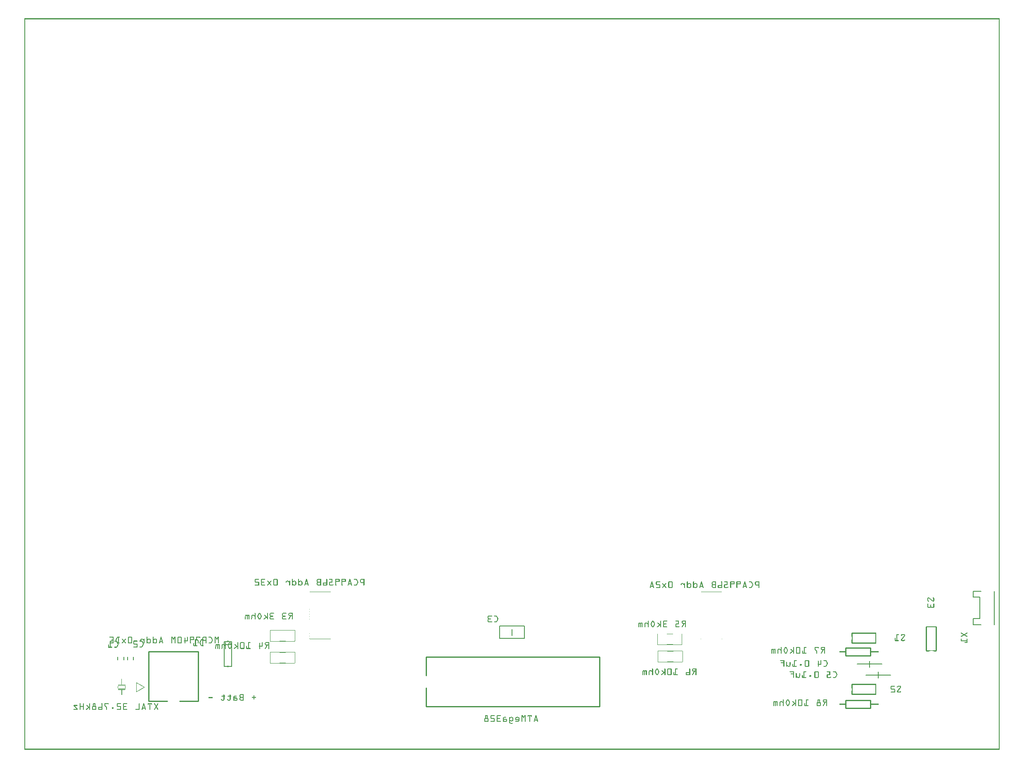
<source format=gbo>
G04 MADE WITH FRITZING*
G04 WWW.FRITZING.ORG*
G04 DOUBLE SIDED*
G04 HOLES PLATED*
G04 CONTOUR ON CENTER OF CONTOUR VECTOR*
%ASAXBY*%
%FSLAX23Y23*%
%MOIN*%
%OFA0B0*%
%SFA1.0B1.0*%
%ADD10C,0.009285X0.0069227*%
%ADD11C,0.010000*%
%ADD12C,0.008000*%
%ADD13C,0.006000*%
%ADD14R,0.001000X0.001000*%
%LNSILK0*%
G90*
G70*
G54D10*
X2314Y908D03*
X5473Y907D03*
G54D11*
X3241Y749D02*
X4641Y749D01*
D02*
X4641Y749D02*
X4641Y349D01*
D02*
X4641Y349D02*
X3241Y349D01*
D02*
X3241Y749D02*
X3241Y599D01*
D02*
X3241Y499D02*
X3241Y349D01*
D02*
X1003Y394D02*
X1003Y794D01*
D02*
X1003Y794D02*
X1403Y794D01*
D02*
X1403Y794D02*
X1403Y394D01*
D02*
X1003Y394D02*
X1153Y394D01*
D02*
X1253Y394D02*
X1403Y394D01*
G54D12*
D02*
X3937Y974D02*
X3937Y924D01*
D02*
X4037Y999D02*
X3837Y999D01*
D02*
X3837Y999D02*
X3837Y899D01*
D02*
X3837Y899D02*
X4037Y899D01*
D02*
X4037Y899D02*
X4037Y999D01*
G54D13*
D02*
X879Y727D02*
X879Y751D01*
D02*
X832Y727D02*
X832Y751D01*
D02*
X801Y727D02*
X801Y751D01*
D02*
X753Y727D02*
X753Y751D01*
G54D11*
D02*
X6829Y825D02*
X6629Y825D01*
D02*
X6629Y825D02*
X6629Y759D01*
D02*
X6629Y759D02*
X6829Y759D01*
D02*
X6829Y759D02*
X6829Y825D01*
D02*
X6829Y402D02*
X6629Y402D01*
D02*
X6629Y402D02*
X6629Y336D01*
D02*
X6629Y336D02*
X6829Y336D01*
D02*
X6829Y336D02*
X6829Y402D01*
G54D12*
D02*
X6892Y580D02*
X6892Y605D01*
D02*
X6892Y605D02*
X6892Y630D01*
D02*
X6892Y605D02*
X6792Y605D01*
D02*
X6892Y605D02*
X6992Y605D01*
D02*
X6823Y668D02*
X6823Y693D01*
D02*
X6823Y693D02*
X6823Y718D01*
D02*
X6823Y693D02*
X6723Y693D01*
D02*
X6823Y693D02*
X6923Y693D01*
D02*
X7722Y1280D02*
X7659Y1280D01*
D02*
X7659Y1280D02*
X7659Y1233D01*
D02*
X7659Y1012D02*
X7659Y1060D01*
D02*
X7722Y1012D02*
X7659Y1012D01*
D02*
X7828Y1280D02*
X7828Y1012D01*
D02*
X7659Y1233D02*
X7714Y1233D01*
D02*
X7714Y1233D02*
X7714Y1060D01*
D02*
X7714Y1060D02*
X7659Y1060D01*
D02*
X1673Y675D02*
X1673Y875D01*
D02*
X1673Y875D02*
X1643Y875D01*
D02*
X1643Y875D02*
X1613Y875D01*
D02*
X1613Y875D02*
X1613Y675D01*
D02*
X1613Y675D02*
X1643Y675D01*
D02*
X1643Y675D02*
X1673Y675D01*
D02*
X1668Y850D02*
X1618Y850D01*
G54D14*
X0Y5906D02*
X7873Y5906D01*
X0Y5905D02*
X7873Y5905D01*
X0Y5904D02*
X7873Y5904D01*
X0Y5903D02*
X7873Y5903D01*
X0Y5902D02*
X7873Y5902D01*
X0Y5901D02*
X7873Y5901D01*
X0Y5900D02*
X7873Y5900D01*
X0Y5899D02*
X7873Y5899D01*
X0Y5898D02*
X7Y5898D01*
X7866Y5898D02*
X7873Y5898D01*
X0Y5897D02*
X7Y5897D01*
X7866Y5897D02*
X7873Y5897D01*
X0Y5896D02*
X7Y5896D01*
X7866Y5896D02*
X7873Y5896D01*
X0Y5895D02*
X7Y5895D01*
X7866Y5895D02*
X7873Y5895D01*
X0Y5894D02*
X7Y5894D01*
X7866Y5894D02*
X7873Y5894D01*
X0Y5893D02*
X7Y5893D01*
X7866Y5893D02*
X7873Y5893D01*
X0Y5892D02*
X7Y5892D01*
X7866Y5892D02*
X7873Y5892D01*
X0Y5891D02*
X7Y5891D01*
X7866Y5891D02*
X7873Y5891D01*
X0Y5890D02*
X7Y5890D01*
X7866Y5890D02*
X7873Y5890D01*
X0Y5889D02*
X7Y5889D01*
X7866Y5889D02*
X7873Y5889D01*
X0Y5888D02*
X7Y5888D01*
X7866Y5888D02*
X7873Y5888D01*
X0Y5887D02*
X7Y5887D01*
X7866Y5887D02*
X7873Y5887D01*
X0Y5886D02*
X7Y5886D01*
X7866Y5886D02*
X7873Y5886D01*
X0Y5885D02*
X7Y5885D01*
X7866Y5885D02*
X7873Y5885D01*
X0Y5884D02*
X7Y5884D01*
X7866Y5884D02*
X7873Y5884D01*
X0Y5883D02*
X7Y5883D01*
X7866Y5883D02*
X7873Y5883D01*
X0Y5882D02*
X7Y5882D01*
X7866Y5882D02*
X7873Y5882D01*
X0Y5881D02*
X7Y5881D01*
X7866Y5881D02*
X7873Y5881D01*
X0Y5880D02*
X7Y5880D01*
X7866Y5880D02*
X7873Y5880D01*
X0Y5879D02*
X7Y5879D01*
X7866Y5879D02*
X7873Y5879D01*
X0Y5878D02*
X7Y5878D01*
X7866Y5878D02*
X7873Y5878D01*
X0Y5877D02*
X7Y5877D01*
X7866Y5877D02*
X7873Y5877D01*
X0Y5876D02*
X7Y5876D01*
X7866Y5876D02*
X7873Y5876D01*
X0Y5875D02*
X7Y5875D01*
X7866Y5875D02*
X7873Y5875D01*
X0Y5874D02*
X7Y5874D01*
X7866Y5874D02*
X7873Y5874D01*
X0Y5873D02*
X7Y5873D01*
X7866Y5873D02*
X7873Y5873D01*
X0Y5872D02*
X7Y5872D01*
X7866Y5872D02*
X7873Y5872D01*
X0Y5871D02*
X7Y5871D01*
X7866Y5871D02*
X7873Y5871D01*
X0Y5870D02*
X7Y5870D01*
X7866Y5870D02*
X7873Y5870D01*
X0Y5869D02*
X7Y5869D01*
X7866Y5869D02*
X7873Y5869D01*
X0Y5868D02*
X7Y5868D01*
X7866Y5868D02*
X7873Y5868D01*
X0Y5867D02*
X7Y5867D01*
X7866Y5867D02*
X7873Y5867D01*
X0Y5866D02*
X7Y5866D01*
X7866Y5866D02*
X7873Y5866D01*
X0Y5865D02*
X7Y5865D01*
X7866Y5865D02*
X7873Y5865D01*
X0Y5864D02*
X7Y5864D01*
X7866Y5864D02*
X7873Y5864D01*
X0Y5863D02*
X7Y5863D01*
X7866Y5863D02*
X7873Y5863D01*
X0Y5862D02*
X7Y5862D01*
X7866Y5862D02*
X7873Y5862D01*
X0Y5861D02*
X7Y5861D01*
X7866Y5861D02*
X7873Y5861D01*
X0Y5860D02*
X7Y5860D01*
X7866Y5860D02*
X7873Y5860D01*
X0Y5859D02*
X7Y5859D01*
X7866Y5859D02*
X7873Y5859D01*
X0Y5858D02*
X7Y5858D01*
X7866Y5858D02*
X7873Y5858D01*
X0Y5857D02*
X7Y5857D01*
X7866Y5857D02*
X7873Y5857D01*
X0Y5856D02*
X7Y5856D01*
X7866Y5856D02*
X7873Y5856D01*
X0Y5855D02*
X7Y5855D01*
X7866Y5855D02*
X7873Y5855D01*
X0Y5854D02*
X7Y5854D01*
X7866Y5854D02*
X7873Y5854D01*
X0Y5853D02*
X7Y5853D01*
X7866Y5853D02*
X7873Y5853D01*
X0Y5852D02*
X7Y5852D01*
X7866Y5852D02*
X7873Y5852D01*
X0Y5851D02*
X7Y5851D01*
X7866Y5851D02*
X7873Y5851D01*
X0Y5850D02*
X7Y5850D01*
X7866Y5850D02*
X7873Y5850D01*
X0Y5849D02*
X7Y5849D01*
X7866Y5849D02*
X7873Y5849D01*
X0Y5848D02*
X7Y5848D01*
X7866Y5848D02*
X7873Y5848D01*
X0Y5847D02*
X7Y5847D01*
X7866Y5847D02*
X7873Y5847D01*
X0Y5846D02*
X7Y5846D01*
X7866Y5846D02*
X7873Y5846D01*
X0Y5845D02*
X7Y5845D01*
X7866Y5845D02*
X7873Y5845D01*
X0Y5844D02*
X7Y5844D01*
X7866Y5844D02*
X7873Y5844D01*
X0Y5843D02*
X7Y5843D01*
X7866Y5843D02*
X7873Y5843D01*
X0Y5842D02*
X7Y5842D01*
X7866Y5842D02*
X7873Y5842D01*
X0Y5841D02*
X7Y5841D01*
X7866Y5841D02*
X7873Y5841D01*
X0Y5840D02*
X7Y5840D01*
X7866Y5840D02*
X7873Y5840D01*
X0Y5839D02*
X7Y5839D01*
X7866Y5839D02*
X7873Y5839D01*
X0Y5838D02*
X7Y5838D01*
X7866Y5838D02*
X7873Y5838D01*
X0Y5837D02*
X7Y5837D01*
X7866Y5837D02*
X7873Y5837D01*
X0Y5836D02*
X7Y5836D01*
X7866Y5836D02*
X7873Y5836D01*
X0Y5835D02*
X7Y5835D01*
X7866Y5835D02*
X7873Y5835D01*
X0Y5834D02*
X7Y5834D01*
X7866Y5834D02*
X7873Y5834D01*
X0Y5833D02*
X7Y5833D01*
X7866Y5833D02*
X7873Y5833D01*
X0Y5832D02*
X7Y5832D01*
X7866Y5832D02*
X7873Y5832D01*
X0Y5831D02*
X7Y5831D01*
X7866Y5831D02*
X7873Y5831D01*
X0Y5830D02*
X7Y5830D01*
X7866Y5830D02*
X7873Y5830D01*
X0Y5829D02*
X7Y5829D01*
X7866Y5829D02*
X7873Y5829D01*
X0Y5828D02*
X7Y5828D01*
X7866Y5828D02*
X7873Y5828D01*
X0Y5827D02*
X7Y5827D01*
X7866Y5827D02*
X7873Y5827D01*
X0Y5826D02*
X7Y5826D01*
X7866Y5826D02*
X7873Y5826D01*
X0Y5825D02*
X7Y5825D01*
X7866Y5825D02*
X7873Y5825D01*
X0Y5824D02*
X7Y5824D01*
X7866Y5824D02*
X7873Y5824D01*
X0Y5823D02*
X7Y5823D01*
X7866Y5823D02*
X7873Y5823D01*
X0Y5822D02*
X7Y5822D01*
X7866Y5822D02*
X7873Y5822D01*
X0Y5821D02*
X7Y5821D01*
X7866Y5821D02*
X7873Y5821D01*
X0Y5820D02*
X7Y5820D01*
X7866Y5820D02*
X7873Y5820D01*
X0Y5819D02*
X7Y5819D01*
X7866Y5819D02*
X7873Y5819D01*
X0Y5818D02*
X7Y5818D01*
X7866Y5818D02*
X7873Y5818D01*
X0Y5817D02*
X7Y5817D01*
X7866Y5817D02*
X7873Y5817D01*
X0Y5816D02*
X7Y5816D01*
X7866Y5816D02*
X7873Y5816D01*
X0Y5815D02*
X7Y5815D01*
X7866Y5815D02*
X7873Y5815D01*
X0Y5814D02*
X7Y5814D01*
X7866Y5814D02*
X7873Y5814D01*
X0Y5813D02*
X7Y5813D01*
X7866Y5813D02*
X7873Y5813D01*
X0Y5812D02*
X7Y5812D01*
X7866Y5812D02*
X7873Y5812D01*
X0Y5811D02*
X7Y5811D01*
X7866Y5811D02*
X7873Y5811D01*
X0Y5810D02*
X7Y5810D01*
X7866Y5810D02*
X7873Y5810D01*
X0Y5809D02*
X7Y5809D01*
X7866Y5809D02*
X7873Y5809D01*
X0Y5808D02*
X7Y5808D01*
X7866Y5808D02*
X7873Y5808D01*
X0Y5807D02*
X7Y5807D01*
X7866Y5807D02*
X7873Y5807D01*
X0Y5806D02*
X7Y5806D01*
X7866Y5806D02*
X7873Y5806D01*
X0Y5805D02*
X7Y5805D01*
X7866Y5805D02*
X7873Y5805D01*
X0Y5804D02*
X7Y5804D01*
X7866Y5804D02*
X7873Y5804D01*
X0Y5803D02*
X7Y5803D01*
X7866Y5803D02*
X7873Y5803D01*
X0Y5802D02*
X7Y5802D01*
X7866Y5802D02*
X7873Y5802D01*
X0Y5801D02*
X7Y5801D01*
X7866Y5801D02*
X7873Y5801D01*
X0Y5800D02*
X7Y5800D01*
X7866Y5800D02*
X7873Y5800D01*
X0Y5799D02*
X7Y5799D01*
X7866Y5799D02*
X7873Y5799D01*
X0Y5798D02*
X7Y5798D01*
X7866Y5798D02*
X7873Y5798D01*
X0Y5797D02*
X7Y5797D01*
X7866Y5797D02*
X7873Y5797D01*
X0Y5796D02*
X7Y5796D01*
X7866Y5796D02*
X7873Y5796D01*
X0Y5795D02*
X7Y5795D01*
X7866Y5795D02*
X7873Y5795D01*
X0Y5794D02*
X7Y5794D01*
X7866Y5794D02*
X7873Y5794D01*
X0Y5793D02*
X7Y5793D01*
X7866Y5793D02*
X7873Y5793D01*
X0Y5792D02*
X7Y5792D01*
X7866Y5792D02*
X7873Y5792D01*
X0Y5791D02*
X7Y5791D01*
X7866Y5791D02*
X7873Y5791D01*
X0Y5790D02*
X7Y5790D01*
X7866Y5790D02*
X7873Y5790D01*
X0Y5789D02*
X7Y5789D01*
X7866Y5789D02*
X7873Y5789D01*
X0Y5788D02*
X7Y5788D01*
X7866Y5788D02*
X7873Y5788D01*
X0Y5787D02*
X7Y5787D01*
X7866Y5787D02*
X7873Y5787D01*
X0Y5786D02*
X7Y5786D01*
X7866Y5786D02*
X7873Y5786D01*
X0Y5785D02*
X7Y5785D01*
X7866Y5785D02*
X7873Y5785D01*
X0Y5784D02*
X7Y5784D01*
X7866Y5784D02*
X7873Y5784D01*
X0Y5783D02*
X7Y5783D01*
X7866Y5783D02*
X7873Y5783D01*
X0Y5782D02*
X7Y5782D01*
X7866Y5782D02*
X7873Y5782D01*
X0Y5781D02*
X7Y5781D01*
X7866Y5781D02*
X7873Y5781D01*
X0Y5780D02*
X7Y5780D01*
X7866Y5780D02*
X7873Y5780D01*
X0Y5779D02*
X7Y5779D01*
X7866Y5779D02*
X7873Y5779D01*
X0Y5778D02*
X7Y5778D01*
X7866Y5778D02*
X7873Y5778D01*
X0Y5777D02*
X7Y5777D01*
X7866Y5777D02*
X7873Y5777D01*
X0Y5776D02*
X7Y5776D01*
X7866Y5776D02*
X7873Y5776D01*
X0Y5775D02*
X7Y5775D01*
X7866Y5775D02*
X7873Y5775D01*
X0Y5774D02*
X7Y5774D01*
X7866Y5774D02*
X7873Y5774D01*
X0Y5773D02*
X7Y5773D01*
X7866Y5773D02*
X7873Y5773D01*
X0Y5772D02*
X7Y5772D01*
X7866Y5772D02*
X7873Y5772D01*
X0Y5771D02*
X7Y5771D01*
X7866Y5771D02*
X7873Y5771D01*
X0Y5770D02*
X7Y5770D01*
X7866Y5770D02*
X7873Y5770D01*
X0Y5769D02*
X7Y5769D01*
X7866Y5769D02*
X7873Y5769D01*
X0Y5768D02*
X7Y5768D01*
X7866Y5768D02*
X7873Y5768D01*
X0Y5767D02*
X7Y5767D01*
X7866Y5767D02*
X7873Y5767D01*
X0Y5766D02*
X7Y5766D01*
X7866Y5766D02*
X7873Y5766D01*
X0Y5765D02*
X7Y5765D01*
X7866Y5765D02*
X7873Y5765D01*
X0Y5764D02*
X7Y5764D01*
X7866Y5764D02*
X7873Y5764D01*
X0Y5763D02*
X7Y5763D01*
X7866Y5763D02*
X7873Y5763D01*
X0Y5762D02*
X7Y5762D01*
X7866Y5762D02*
X7873Y5762D01*
X0Y5761D02*
X7Y5761D01*
X7866Y5761D02*
X7873Y5761D01*
X0Y5760D02*
X7Y5760D01*
X7866Y5760D02*
X7873Y5760D01*
X0Y5759D02*
X7Y5759D01*
X7866Y5759D02*
X7873Y5759D01*
X0Y5758D02*
X7Y5758D01*
X7866Y5758D02*
X7873Y5758D01*
X0Y5757D02*
X7Y5757D01*
X7866Y5757D02*
X7873Y5757D01*
X0Y5756D02*
X7Y5756D01*
X7866Y5756D02*
X7873Y5756D01*
X0Y5755D02*
X7Y5755D01*
X7866Y5755D02*
X7873Y5755D01*
X0Y5754D02*
X7Y5754D01*
X7866Y5754D02*
X7873Y5754D01*
X0Y5753D02*
X7Y5753D01*
X7866Y5753D02*
X7873Y5753D01*
X0Y5752D02*
X7Y5752D01*
X7866Y5752D02*
X7873Y5752D01*
X0Y5751D02*
X7Y5751D01*
X7866Y5751D02*
X7873Y5751D01*
X0Y5750D02*
X7Y5750D01*
X7866Y5750D02*
X7873Y5750D01*
X0Y5749D02*
X7Y5749D01*
X7866Y5749D02*
X7873Y5749D01*
X0Y5748D02*
X7Y5748D01*
X7866Y5748D02*
X7873Y5748D01*
X0Y5747D02*
X7Y5747D01*
X7866Y5747D02*
X7873Y5747D01*
X0Y5746D02*
X7Y5746D01*
X7866Y5746D02*
X7873Y5746D01*
X0Y5745D02*
X7Y5745D01*
X7866Y5745D02*
X7873Y5745D01*
X0Y5744D02*
X7Y5744D01*
X7866Y5744D02*
X7873Y5744D01*
X0Y5743D02*
X7Y5743D01*
X7866Y5743D02*
X7873Y5743D01*
X0Y5742D02*
X7Y5742D01*
X7866Y5742D02*
X7873Y5742D01*
X0Y5741D02*
X7Y5741D01*
X7866Y5741D02*
X7873Y5741D01*
X0Y5740D02*
X7Y5740D01*
X7866Y5740D02*
X7873Y5740D01*
X0Y5739D02*
X7Y5739D01*
X7866Y5739D02*
X7873Y5739D01*
X0Y5738D02*
X7Y5738D01*
X7866Y5738D02*
X7873Y5738D01*
X0Y5737D02*
X7Y5737D01*
X7866Y5737D02*
X7873Y5737D01*
X0Y5736D02*
X7Y5736D01*
X7866Y5736D02*
X7873Y5736D01*
X0Y5735D02*
X7Y5735D01*
X7866Y5735D02*
X7873Y5735D01*
X0Y5734D02*
X7Y5734D01*
X7866Y5734D02*
X7873Y5734D01*
X0Y5733D02*
X7Y5733D01*
X7866Y5733D02*
X7873Y5733D01*
X0Y5732D02*
X7Y5732D01*
X7866Y5732D02*
X7873Y5732D01*
X0Y5731D02*
X7Y5731D01*
X7866Y5731D02*
X7873Y5731D01*
X0Y5730D02*
X7Y5730D01*
X7866Y5730D02*
X7873Y5730D01*
X0Y5729D02*
X7Y5729D01*
X7866Y5729D02*
X7873Y5729D01*
X0Y5728D02*
X7Y5728D01*
X7866Y5728D02*
X7873Y5728D01*
X0Y5727D02*
X7Y5727D01*
X7866Y5727D02*
X7873Y5727D01*
X0Y5726D02*
X7Y5726D01*
X7866Y5726D02*
X7873Y5726D01*
X0Y5725D02*
X7Y5725D01*
X7866Y5725D02*
X7873Y5725D01*
X0Y5724D02*
X7Y5724D01*
X7866Y5724D02*
X7873Y5724D01*
X0Y5723D02*
X7Y5723D01*
X7866Y5723D02*
X7873Y5723D01*
X0Y5722D02*
X7Y5722D01*
X7866Y5722D02*
X7873Y5722D01*
X0Y5721D02*
X7Y5721D01*
X7866Y5721D02*
X7873Y5721D01*
X0Y5720D02*
X7Y5720D01*
X7866Y5720D02*
X7873Y5720D01*
X0Y5719D02*
X7Y5719D01*
X7866Y5719D02*
X7873Y5719D01*
X0Y5718D02*
X7Y5718D01*
X7866Y5718D02*
X7873Y5718D01*
X0Y5717D02*
X7Y5717D01*
X7866Y5717D02*
X7873Y5717D01*
X0Y5716D02*
X7Y5716D01*
X7866Y5716D02*
X7873Y5716D01*
X0Y5715D02*
X7Y5715D01*
X7866Y5715D02*
X7873Y5715D01*
X0Y5714D02*
X7Y5714D01*
X7866Y5714D02*
X7873Y5714D01*
X0Y5713D02*
X7Y5713D01*
X7866Y5713D02*
X7873Y5713D01*
X0Y5712D02*
X7Y5712D01*
X7866Y5712D02*
X7873Y5712D01*
X0Y5711D02*
X7Y5711D01*
X7866Y5711D02*
X7873Y5711D01*
X0Y5710D02*
X7Y5710D01*
X7866Y5710D02*
X7873Y5710D01*
X0Y5709D02*
X7Y5709D01*
X7866Y5709D02*
X7873Y5709D01*
X0Y5708D02*
X7Y5708D01*
X7866Y5708D02*
X7873Y5708D01*
X0Y5707D02*
X7Y5707D01*
X7866Y5707D02*
X7873Y5707D01*
X0Y5706D02*
X7Y5706D01*
X7866Y5706D02*
X7873Y5706D01*
X0Y5705D02*
X7Y5705D01*
X7866Y5705D02*
X7873Y5705D01*
X0Y5704D02*
X7Y5704D01*
X7866Y5704D02*
X7873Y5704D01*
X0Y5703D02*
X7Y5703D01*
X7866Y5703D02*
X7873Y5703D01*
X0Y5702D02*
X7Y5702D01*
X7866Y5702D02*
X7873Y5702D01*
X0Y5701D02*
X7Y5701D01*
X7866Y5701D02*
X7873Y5701D01*
X0Y5700D02*
X7Y5700D01*
X7866Y5700D02*
X7873Y5700D01*
X0Y5699D02*
X7Y5699D01*
X7866Y5699D02*
X7873Y5699D01*
X0Y5698D02*
X7Y5698D01*
X7866Y5698D02*
X7873Y5698D01*
X0Y5697D02*
X7Y5697D01*
X7866Y5697D02*
X7873Y5697D01*
X0Y5696D02*
X7Y5696D01*
X7866Y5696D02*
X7873Y5696D01*
X0Y5695D02*
X7Y5695D01*
X7866Y5695D02*
X7873Y5695D01*
X0Y5694D02*
X7Y5694D01*
X7866Y5694D02*
X7873Y5694D01*
X0Y5693D02*
X7Y5693D01*
X7866Y5693D02*
X7873Y5693D01*
X0Y5692D02*
X7Y5692D01*
X7866Y5692D02*
X7873Y5692D01*
X0Y5691D02*
X7Y5691D01*
X7866Y5691D02*
X7873Y5691D01*
X0Y5690D02*
X7Y5690D01*
X7866Y5690D02*
X7873Y5690D01*
X0Y5689D02*
X7Y5689D01*
X7866Y5689D02*
X7873Y5689D01*
X0Y5688D02*
X7Y5688D01*
X7866Y5688D02*
X7873Y5688D01*
X0Y5687D02*
X7Y5687D01*
X7866Y5687D02*
X7873Y5687D01*
X0Y5686D02*
X7Y5686D01*
X7866Y5686D02*
X7873Y5686D01*
X0Y5685D02*
X7Y5685D01*
X7866Y5685D02*
X7873Y5685D01*
X0Y5684D02*
X7Y5684D01*
X7866Y5684D02*
X7873Y5684D01*
X0Y5683D02*
X7Y5683D01*
X7866Y5683D02*
X7873Y5683D01*
X0Y5682D02*
X7Y5682D01*
X7866Y5682D02*
X7873Y5682D01*
X0Y5681D02*
X7Y5681D01*
X7866Y5681D02*
X7873Y5681D01*
X0Y5680D02*
X7Y5680D01*
X7866Y5680D02*
X7873Y5680D01*
X0Y5679D02*
X7Y5679D01*
X7866Y5679D02*
X7873Y5679D01*
X0Y5678D02*
X7Y5678D01*
X7866Y5678D02*
X7873Y5678D01*
X0Y5677D02*
X7Y5677D01*
X7866Y5677D02*
X7873Y5677D01*
X0Y5676D02*
X7Y5676D01*
X7866Y5676D02*
X7873Y5676D01*
X0Y5675D02*
X7Y5675D01*
X7866Y5675D02*
X7873Y5675D01*
X0Y5674D02*
X7Y5674D01*
X7866Y5674D02*
X7873Y5674D01*
X0Y5673D02*
X7Y5673D01*
X7866Y5673D02*
X7873Y5673D01*
X0Y5672D02*
X7Y5672D01*
X7866Y5672D02*
X7873Y5672D01*
X0Y5671D02*
X7Y5671D01*
X7866Y5671D02*
X7873Y5671D01*
X0Y5670D02*
X7Y5670D01*
X7866Y5670D02*
X7873Y5670D01*
X0Y5669D02*
X7Y5669D01*
X7866Y5669D02*
X7873Y5669D01*
X0Y5668D02*
X7Y5668D01*
X7866Y5668D02*
X7873Y5668D01*
X0Y5667D02*
X7Y5667D01*
X7866Y5667D02*
X7873Y5667D01*
X0Y5666D02*
X7Y5666D01*
X7866Y5666D02*
X7873Y5666D01*
X0Y5665D02*
X7Y5665D01*
X7866Y5665D02*
X7873Y5665D01*
X0Y5664D02*
X7Y5664D01*
X7866Y5664D02*
X7873Y5664D01*
X0Y5663D02*
X7Y5663D01*
X7866Y5663D02*
X7873Y5663D01*
X0Y5662D02*
X7Y5662D01*
X7866Y5662D02*
X7873Y5662D01*
X0Y5661D02*
X7Y5661D01*
X7866Y5661D02*
X7873Y5661D01*
X0Y5660D02*
X7Y5660D01*
X7866Y5660D02*
X7873Y5660D01*
X0Y5659D02*
X7Y5659D01*
X7866Y5659D02*
X7873Y5659D01*
X0Y5658D02*
X7Y5658D01*
X7866Y5658D02*
X7873Y5658D01*
X0Y5657D02*
X7Y5657D01*
X7866Y5657D02*
X7873Y5657D01*
X0Y5656D02*
X7Y5656D01*
X7866Y5656D02*
X7873Y5656D01*
X0Y5655D02*
X7Y5655D01*
X7866Y5655D02*
X7873Y5655D01*
X0Y5654D02*
X7Y5654D01*
X7866Y5654D02*
X7873Y5654D01*
X0Y5653D02*
X7Y5653D01*
X7866Y5653D02*
X7873Y5653D01*
X0Y5652D02*
X7Y5652D01*
X7866Y5652D02*
X7873Y5652D01*
X0Y5651D02*
X7Y5651D01*
X7866Y5651D02*
X7873Y5651D01*
X0Y5650D02*
X7Y5650D01*
X7866Y5650D02*
X7873Y5650D01*
X0Y5649D02*
X7Y5649D01*
X7866Y5649D02*
X7873Y5649D01*
X0Y5648D02*
X7Y5648D01*
X7866Y5648D02*
X7873Y5648D01*
X0Y5647D02*
X7Y5647D01*
X7866Y5647D02*
X7873Y5647D01*
X0Y5646D02*
X7Y5646D01*
X7866Y5646D02*
X7873Y5646D01*
X0Y5645D02*
X7Y5645D01*
X7866Y5645D02*
X7873Y5645D01*
X0Y5644D02*
X7Y5644D01*
X7866Y5644D02*
X7873Y5644D01*
X0Y5643D02*
X7Y5643D01*
X7866Y5643D02*
X7873Y5643D01*
X0Y5642D02*
X7Y5642D01*
X7866Y5642D02*
X7873Y5642D01*
X0Y5641D02*
X7Y5641D01*
X7866Y5641D02*
X7873Y5641D01*
X0Y5640D02*
X7Y5640D01*
X7866Y5640D02*
X7873Y5640D01*
X0Y5639D02*
X7Y5639D01*
X7866Y5639D02*
X7873Y5639D01*
X0Y5638D02*
X7Y5638D01*
X7866Y5638D02*
X7873Y5638D01*
X0Y5637D02*
X7Y5637D01*
X7866Y5637D02*
X7873Y5637D01*
X0Y5636D02*
X7Y5636D01*
X7866Y5636D02*
X7873Y5636D01*
X0Y5635D02*
X7Y5635D01*
X7866Y5635D02*
X7873Y5635D01*
X0Y5634D02*
X7Y5634D01*
X7866Y5634D02*
X7873Y5634D01*
X0Y5633D02*
X7Y5633D01*
X7866Y5633D02*
X7873Y5633D01*
X0Y5632D02*
X7Y5632D01*
X7866Y5632D02*
X7873Y5632D01*
X0Y5631D02*
X7Y5631D01*
X7866Y5631D02*
X7873Y5631D01*
X0Y5630D02*
X7Y5630D01*
X7866Y5630D02*
X7873Y5630D01*
X0Y5629D02*
X7Y5629D01*
X7866Y5629D02*
X7873Y5629D01*
X0Y5628D02*
X7Y5628D01*
X7866Y5628D02*
X7873Y5628D01*
X0Y5627D02*
X7Y5627D01*
X7866Y5627D02*
X7873Y5627D01*
X0Y5626D02*
X7Y5626D01*
X7866Y5626D02*
X7873Y5626D01*
X0Y5625D02*
X7Y5625D01*
X7866Y5625D02*
X7873Y5625D01*
X0Y5624D02*
X7Y5624D01*
X7866Y5624D02*
X7873Y5624D01*
X0Y5623D02*
X7Y5623D01*
X7866Y5623D02*
X7873Y5623D01*
X0Y5622D02*
X7Y5622D01*
X7866Y5622D02*
X7873Y5622D01*
X0Y5621D02*
X7Y5621D01*
X7866Y5621D02*
X7873Y5621D01*
X0Y5620D02*
X7Y5620D01*
X7866Y5620D02*
X7873Y5620D01*
X0Y5619D02*
X7Y5619D01*
X7866Y5619D02*
X7873Y5619D01*
X0Y5618D02*
X7Y5618D01*
X7866Y5618D02*
X7873Y5618D01*
X0Y5617D02*
X7Y5617D01*
X7866Y5617D02*
X7873Y5617D01*
X0Y5616D02*
X7Y5616D01*
X7866Y5616D02*
X7873Y5616D01*
X0Y5615D02*
X7Y5615D01*
X7866Y5615D02*
X7873Y5615D01*
X0Y5614D02*
X7Y5614D01*
X7866Y5614D02*
X7873Y5614D01*
X0Y5613D02*
X7Y5613D01*
X7866Y5613D02*
X7873Y5613D01*
X0Y5612D02*
X7Y5612D01*
X7866Y5612D02*
X7873Y5612D01*
X0Y5611D02*
X7Y5611D01*
X7866Y5611D02*
X7873Y5611D01*
X0Y5610D02*
X7Y5610D01*
X7866Y5610D02*
X7873Y5610D01*
X0Y5609D02*
X7Y5609D01*
X7866Y5609D02*
X7873Y5609D01*
X0Y5608D02*
X7Y5608D01*
X7866Y5608D02*
X7873Y5608D01*
X0Y5607D02*
X7Y5607D01*
X7866Y5607D02*
X7873Y5607D01*
X0Y5606D02*
X7Y5606D01*
X7866Y5606D02*
X7873Y5606D01*
X0Y5605D02*
X7Y5605D01*
X7866Y5605D02*
X7873Y5605D01*
X0Y5604D02*
X7Y5604D01*
X7866Y5604D02*
X7873Y5604D01*
X0Y5603D02*
X7Y5603D01*
X7866Y5603D02*
X7873Y5603D01*
X0Y5602D02*
X7Y5602D01*
X7866Y5602D02*
X7873Y5602D01*
X0Y5601D02*
X7Y5601D01*
X7866Y5601D02*
X7873Y5601D01*
X0Y5600D02*
X7Y5600D01*
X7866Y5600D02*
X7873Y5600D01*
X0Y5599D02*
X7Y5599D01*
X7866Y5599D02*
X7873Y5599D01*
X0Y5598D02*
X7Y5598D01*
X7866Y5598D02*
X7873Y5598D01*
X0Y5597D02*
X7Y5597D01*
X7866Y5597D02*
X7873Y5597D01*
X0Y5596D02*
X7Y5596D01*
X7866Y5596D02*
X7873Y5596D01*
X0Y5595D02*
X7Y5595D01*
X7866Y5595D02*
X7873Y5595D01*
X0Y5594D02*
X7Y5594D01*
X7866Y5594D02*
X7873Y5594D01*
X0Y5593D02*
X7Y5593D01*
X7866Y5593D02*
X7873Y5593D01*
X0Y5592D02*
X7Y5592D01*
X7866Y5592D02*
X7873Y5592D01*
X0Y5591D02*
X7Y5591D01*
X7866Y5591D02*
X7873Y5591D01*
X0Y5590D02*
X7Y5590D01*
X7866Y5590D02*
X7873Y5590D01*
X0Y5589D02*
X7Y5589D01*
X7866Y5589D02*
X7873Y5589D01*
X0Y5588D02*
X7Y5588D01*
X7866Y5588D02*
X7873Y5588D01*
X0Y5587D02*
X7Y5587D01*
X7866Y5587D02*
X7873Y5587D01*
X0Y5586D02*
X7Y5586D01*
X7866Y5586D02*
X7873Y5586D01*
X0Y5585D02*
X7Y5585D01*
X7866Y5585D02*
X7873Y5585D01*
X0Y5584D02*
X7Y5584D01*
X7866Y5584D02*
X7873Y5584D01*
X0Y5583D02*
X7Y5583D01*
X7866Y5583D02*
X7873Y5583D01*
X0Y5582D02*
X7Y5582D01*
X7866Y5582D02*
X7873Y5582D01*
X0Y5581D02*
X7Y5581D01*
X7866Y5581D02*
X7873Y5581D01*
X0Y5580D02*
X7Y5580D01*
X7866Y5580D02*
X7873Y5580D01*
X0Y5579D02*
X7Y5579D01*
X7866Y5579D02*
X7873Y5579D01*
X0Y5578D02*
X7Y5578D01*
X7866Y5578D02*
X7873Y5578D01*
X0Y5577D02*
X7Y5577D01*
X7866Y5577D02*
X7873Y5577D01*
X0Y5576D02*
X7Y5576D01*
X7866Y5576D02*
X7873Y5576D01*
X0Y5575D02*
X7Y5575D01*
X7866Y5575D02*
X7873Y5575D01*
X0Y5574D02*
X7Y5574D01*
X7866Y5574D02*
X7873Y5574D01*
X0Y5573D02*
X7Y5573D01*
X7866Y5573D02*
X7873Y5573D01*
X0Y5572D02*
X7Y5572D01*
X7866Y5572D02*
X7873Y5572D01*
X0Y5571D02*
X7Y5571D01*
X7866Y5571D02*
X7873Y5571D01*
X0Y5570D02*
X7Y5570D01*
X7866Y5570D02*
X7873Y5570D01*
X0Y5569D02*
X7Y5569D01*
X7866Y5569D02*
X7873Y5569D01*
X0Y5568D02*
X7Y5568D01*
X7866Y5568D02*
X7873Y5568D01*
X0Y5567D02*
X7Y5567D01*
X7866Y5567D02*
X7873Y5567D01*
X0Y5566D02*
X7Y5566D01*
X7866Y5566D02*
X7873Y5566D01*
X0Y5565D02*
X7Y5565D01*
X7866Y5565D02*
X7873Y5565D01*
X0Y5564D02*
X7Y5564D01*
X7866Y5564D02*
X7873Y5564D01*
X0Y5563D02*
X7Y5563D01*
X7866Y5563D02*
X7873Y5563D01*
X0Y5562D02*
X7Y5562D01*
X7866Y5562D02*
X7873Y5562D01*
X0Y5561D02*
X7Y5561D01*
X7866Y5561D02*
X7873Y5561D01*
X0Y5560D02*
X7Y5560D01*
X7866Y5560D02*
X7873Y5560D01*
X0Y5559D02*
X7Y5559D01*
X7866Y5559D02*
X7873Y5559D01*
X0Y5558D02*
X7Y5558D01*
X7866Y5558D02*
X7873Y5558D01*
X0Y5557D02*
X7Y5557D01*
X7866Y5557D02*
X7873Y5557D01*
X0Y5556D02*
X7Y5556D01*
X7866Y5556D02*
X7873Y5556D01*
X0Y5555D02*
X7Y5555D01*
X7866Y5555D02*
X7873Y5555D01*
X0Y5554D02*
X7Y5554D01*
X7866Y5554D02*
X7873Y5554D01*
X0Y5553D02*
X7Y5553D01*
X7866Y5553D02*
X7873Y5553D01*
X0Y5552D02*
X7Y5552D01*
X7866Y5552D02*
X7873Y5552D01*
X0Y5551D02*
X7Y5551D01*
X7866Y5551D02*
X7873Y5551D01*
X0Y5550D02*
X7Y5550D01*
X7866Y5550D02*
X7873Y5550D01*
X0Y5549D02*
X7Y5549D01*
X7866Y5549D02*
X7873Y5549D01*
X0Y5548D02*
X7Y5548D01*
X7866Y5548D02*
X7873Y5548D01*
X0Y5547D02*
X7Y5547D01*
X7866Y5547D02*
X7873Y5547D01*
X0Y5546D02*
X7Y5546D01*
X7866Y5546D02*
X7873Y5546D01*
X0Y5545D02*
X7Y5545D01*
X7866Y5545D02*
X7873Y5545D01*
X0Y5544D02*
X7Y5544D01*
X7866Y5544D02*
X7873Y5544D01*
X0Y5543D02*
X7Y5543D01*
X7866Y5543D02*
X7873Y5543D01*
X0Y5542D02*
X7Y5542D01*
X7866Y5542D02*
X7873Y5542D01*
X0Y5541D02*
X7Y5541D01*
X7866Y5541D02*
X7873Y5541D01*
X0Y5540D02*
X7Y5540D01*
X7866Y5540D02*
X7873Y5540D01*
X0Y5539D02*
X7Y5539D01*
X7866Y5539D02*
X7873Y5539D01*
X0Y5538D02*
X7Y5538D01*
X7866Y5538D02*
X7873Y5538D01*
X0Y5537D02*
X7Y5537D01*
X7866Y5537D02*
X7873Y5537D01*
X0Y5536D02*
X7Y5536D01*
X7866Y5536D02*
X7873Y5536D01*
X0Y5535D02*
X7Y5535D01*
X7866Y5535D02*
X7873Y5535D01*
X0Y5534D02*
X7Y5534D01*
X7866Y5534D02*
X7873Y5534D01*
X0Y5533D02*
X7Y5533D01*
X7866Y5533D02*
X7873Y5533D01*
X0Y5532D02*
X7Y5532D01*
X7866Y5532D02*
X7873Y5532D01*
X0Y5531D02*
X7Y5531D01*
X7866Y5531D02*
X7873Y5531D01*
X0Y5530D02*
X7Y5530D01*
X7866Y5530D02*
X7873Y5530D01*
X0Y5529D02*
X7Y5529D01*
X7866Y5529D02*
X7873Y5529D01*
X0Y5528D02*
X7Y5528D01*
X7866Y5528D02*
X7873Y5528D01*
X0Y5527D02*
X7Y5527D01*
X7866Y5527D02*
X7873Y5527D01*
X0Y5526D02*
X7Y5526D01*
X7866Y5526D02*
X7873Y5526D01*
X0Y5525D02*
X7Y5525D01*
X7866Y5525D02*
X7873Y5525D01*
X0Y5524D02*
X7Y5524D01*
X7866Y5524D02*
X7873Y5524D01*
X0Y5523D02*
X7Y5523D01*
X7866Y5523D02*
X7873Y5523D01*
X0Y5522D02*
X7Y5522D01*
X7866Y5522D02*
X7873Y5522D01*
X0Y5521D02*
X7Y5521D01*
X7866Y5521D02*
X7873Y5521D01*
X0Y5520D02*
X7Y5520D01*
X7866Y5520D02*
X7873Y5520D01*
X0Y5519D02*
X7Y5519D01*
X7866Y5519D02*
X7873Y5519D01*
X0Y5518D02*
X7Y5518D01*
X7866Y5518D02*
X7873Y5518D01*
X0Y5517D02*
X7Y5517D01*
X7866Y5517D02*
X7873Y5517D01*
X0Y5516D02*
X7Y5516D01*
X7866Y5516D02*
X7873Y5516D01*
X0Y5515D02*
X7Y5515D01*
X7866Y5515D02*
X7873Y5515D01*
X0Y5514D02*
X7Y5514D01*
X7866Y5514D02*
X7873Y5514D01*
X0Y5513D02*
X7Y5513D01*
X7866Y5513D02*
X7873Y5513D01*
X0Y5512D02*
X7Y5512D01*
X7866Y5512D02*
X7873Y5512D01*
X0Y5511D02*
X7Y5511D01*
X7866Y5511D02*
X7873Y5511D01*
X0Y5510D02*
X7Y5510D01*
X7866Y5510D02*
X7873Y5510D01*
X0Y5509D02*
X7Y5509D01*
X7866Y5509D02*
X7873Y5509D01*
X0Y5508D02*
X7Y5508D01*
X7866Y5508D02*
X7873Y5508D01*
X0Y5507D02*
X7Y5507D01*
X7866Y5507D02*
X7873Y5507D01*
X0Y5506D02*
X7Y5506D01*
X7866Y5506D02*
X7873Y5506D01*
X0Y5505D02*
X7Y5505D01*
X7866Y5505D02*
X7873Y5505D01*
X0Y5504D02*
X7Y5504D01*
X7866Y5504D02*
X7873Y5504D01*
X0Y5503D02*
X7Y5503D01*
X7866Y5503D02*
X7873Y5503D01*
X0Y5502D02*
X7Y5502D01*
X7866Y5502D02*
X7873Y5502D01*
X0Y5501D02*
X7Y5501D01*
X7866Y5501D02*
X7873Y5501D01*
X0Y5500D02*
X7Y5500D01*
X7866Y5500D02*
X7873Y5500D01*
X0Y5499D02*
X7Y5499D01*
X7866Y5499D02*
X7873Y5499D01*
X0Y5498D02*
X7Y5498D01*
X7866Y5498D02*
X7873Y5498D01*
X0Y5497D02*
X7Y5497D01*
X7866Y5497D02*
X7873Y5497D01*
X0Y5496D02*
X7Y5496D01*
X7866Y5496D02*
X7873Y5496D01*
X0Y5495D02*
X7Y5495D01*
X7866Y5495D02*
X7873Y5495D01*
X0Y5494D02*
X7Y5494D01*
X7866Y5494D02*
X7873Y5494D01*
X0Y5493D02*
X7Y5493D01*
X7866Y5493D02*
X7873Y5493D01*
X0Y5492D02*
X7Y5492D01*
X7866Y5492D02*
X7873Y5492D01*
X0Y5491D02*
X7Y5491D01*
X7866Y5491D02*
X7873Y5491D01*
X0Y5490D02*
X7Y5490D01*
X7866Y5490D02*
X7873Y5490D01*
X0Y5489D02*
X7Y5489D01*
X7866Y5489D02*
X7873Y5489D01*
X0Y5488D02*
X7Y5488D01*
X7866Y5488D02*
X7873Y5488D01*
X0Y5487D02*
X7Y5487D01*
X7866Y5487D02*
X7873Y5487D01*
X0Y5486D02*
X7Y5486D01*
X7866Y5486D02*
X7873Y5486D01*
X0Y5485D02*
X7Y5485D01*
X7866Y5485D02*
X7873Y5485D01*
X0Y5484D02*
X7Y5484D01*
X7866Y5484D02*
X7873Y5484D01*
X0Y5483D02*
X7Y5483D01*
X7866Y5483D02*
X7873Y5483D01*
X0Y5482D02*
X7Y5482D01*
X7866Y5482D02*
X7873Y5482D01*
X0Y5481D02*
X7Y5481D01*
X7866Y5481D02*
X7873Y5481D01*
X0Y5480D02*
X7Y5480D01*
X7866Y5480D02*
X7873Y5480D01*
X0Y5479D02*
X7Y5479D01*
X7866Y5479D02*
X7873Y5479D01*
X0Y5478D02*
X7Y5478D01*
X7866Y5478D02*
X7873Y5478D01*
X0Y5477D02*
X7Y5477D01*
X7866Y5477D02*
X7873Y5477D01*
X0Y5476D02*
X7Y5476D01*
X7866Y5476D02*
X7873Y5476D01*
X0Y5475D02*
X7Y5475D01*
X7866Y5475D02*
X7873Y5475D01*
X0Y5474D02*
X7Y5474D01*
X7866Y5474D02*
X7873Y5474D01*
X0Y5473D02*
X7Y5473D01*
X7866Y5473D02*
X7873Y5473D01*
X0Y5472D02*
X7Y5472D01*
X7866Y5472D02*
X7873Y5472D01*
X0Y5471D02*
X7Y5471D01*
X7866Y5471D02*
X7873Y5471D01*
X0Y5470D02*
X7Y5470D01*
X7866Y5470D02*
X7873Y5470D01*
X0Y5469D02*
X7Y5469D01*
X7866Y5469D02*
X7873Y5469D01*
X0Y5468D02*
X7Y5468D01*
X7866Y5468D02*
X7873Y5468D01*
X0Y5467D02*
X7Y5467D01*
X7866Y5467D02*
X7873Y5467D01*
X0Y5466D02*
X7Y5466D01*
X7866Y5466D02*
X7873Y5466D01*
X0Y5465D02*
X7Y5465D01*
X7866Y5465D02*
X7873Y5465D01*
X0Y5464D02*
X7Y5464D01*
X7866Y5464D02*
X7873Y5464D01*
X0Y5463D02*
X7Y5463D01*
X7866Y5463D02*
X7873Y5463D01*
X0Y5462D02*
X7Y5462D01*
X7866Y5462D02*
X7873Y5462D01*
X0Y5461D02*
X7Y5461D01*
X7866Y5461D02*
X7873Y5461D01*
X0Y5460D02*
X7Y5460D01*
X7866Y5460D02*
X7873Y5460D01*
X0Y5459D02*
X7Y5459D01*
X7866Y5459D02*
X7873Y5459D01*
X0Y5458D02*
X7Y5458D01*
X7866Y5458D02*
X7873Y5458D01*
X0Y5457D02*
X7Y5457D01*
X7866Y5457D02*
X7873Y5457D01*
X0Y5456D02*
X7Y5456D01*
X7866Y5456D02*
X7873Y5456D01*
X0Y5455D02*
X7Y5455D01*
X7866Y5455D02*
X7873Y5455D01*
X0Y5454D02*
X7Y5454D01*
X7866Y5454D02*
X7873Y5454D01*
X0Y5453D02*
X7Y5453D01*
X7866Y5453D02*
X7873Y5453D01*
X0Y5452D02*
X7Y5452D01*
X7866Y5452D02*
X7873Y5452D01*
X0Y5451D02*
X7Y5451D01*
X7866Y5451D02*
X7873Y5451D01*
X0Y5450D02*
X7Y5450D01*
X7866Y5450D02*
X7873Y5450D01*
X0Y5449D02*
X7Y5449D01*
X7866Y5449D02*
X7873Y5449D01*
X0Y5448D02*
X7Y5448D01*
X7866Y5448D02*
X7873Y5448D01*
X0Y5447D02*
X7Y5447D01*
X7866Y5447D02*
X7873Y5447D01*
X0Y5446D02*
X7Y5446D01*
X7866Y5446D02*
X7873Y5446D01*
X0Y5445D02*
X7Y5445D01*
X7866Y5445D02*
X7873Y5445D01*
X0Y5444D02*
X7Y5444D01*
X7866Y5444D02*
X7873Y5444D01*
X0Y5443D02*
X7Y5443D01*
X7866Y5443D02*
X7873Y5443D01*
X0Y5442D02*
X7Y5442D01*
X7866Y5442D02*
X7873Y5442D01*
X0Y5441D02*
X7Y5441D01*
X7866Y5441D02*
X7873Y5441D01*
X0Y5440D02*
X7Y5440D01*
X7866Y5440D02*
X7873Y5440D01*
X0Y5439D02*
X7Y5439D01*
X7866Y5439D02*
X7873Y5439D01*
X0Y5438D02*
X7Y5438D01*
X7866Y5438D02*
X7873Y5438D01*
X0Y5437D02*
X7Y5437D01*
X7866Y5437D02*
X7873Y5437D01*
X0Y5436D02*
X7Y5436D01*
X7866Y5436D02*
X7873Y5436D01*
X0Y5435D02*
X7Y5435D01*
X7866Y5435D02*
X7873Y5435D01*
X0Y5434D02*
X7Y5434D01*
X7866Y5434D02*
X7873Y5434D01*
X0Y5433D02*
X7Y5433D01*
X7866Y5433D02*
X7873Y5433D01*
X0Y5432D02*
X7Y5432D01*
X7866Y5432D02*
X7873Y5432D01*
X0Y5431D02*
X7Y5431D01*
X7866Y5431D02*
X7873Y5431D01*
X0Y5430D02*
X7Y5430D01*
X7866Y5430D02*
X7873Y5430D01*
X0Y5429D02*
X7Y5429D01*
X7866Y5429D02*
X7873Y5429D01*
X0Y5428D02*
X7Y5428D01*
X7866Y5428D02*
X7873Y5428D01*
X0Y5427D02*
X7Y5427D01*
X7866Y5427D02*
X7873Y5427D01*
X0Y5426D02*
X7Y5426D01*
X7866Y5426D02*
X7873Y5426D01*
X0Y5425D02*
X7Y5425D01*
X7866Y5425D02*
X7873Y5425D01*
X0Y5424D02*
X7Y5424D01*
X7866Y5424D02*
X7873Y5424D01*
X0Y5423D02*
X7Y5423D01*
X7866Y5423D02*
X7873Y5423D01*
X0Y5422D02*
X7Y5422D01*
X7866Y5422D02*
X7873Y5422D01*
X0Y5421D02*
X7Y5421D01*
X7866Y5421D02*
X7873Y5421D01*
X0Y5420D02*
X7Y5420D01*
X7866Y5420D02*
X7873Y5420D01*
X0Y5419D02*
X7Y5419D01*
X7866Y5419D02*
X7873Y5419D01*
X0Y5418D02*
X7Y5418D01*
X7866Y5418D02*
X7873Y5418D01*
X0Y5417D02*
X7Y5417D01*
X7866Y5417D02*
X7873Y5417D01*
X0Y5416D02*
X7Y5416D01*
X7866Y5416D02*
X7873Y5416D01*
X0Y5415D02*
X7Y5415D01*
X7866Y5415D02*
X7873Y5415D01*
X0Y5414D02*
X7Y5414D01*
X7866Y5414D02*
X7873Y5414D01*
X0Y5413D02*
X7Y5413D01*
X7866Y5413D02*
X7873Y5413D01*
X0Y5412D02*
X7Y5412D01*
X7866Y5412D02*
X7873Y5412D01*
X0Y5411D02*
X7Y5411D01*
X7866Y5411D02*
X7873Y5411D01*
X0Y5410D02*
X7Y5410D01*
X7866Y5410D02*
X7873Y5410D01*
X0Y5409D02*
X7Y5409D01*
X7866Y5409D02*
X7873Y5409D01*
X0Y5408D02*
X7Y5408D01*
X7866Y5408D02*
X7873Y5408D01*
X0Y5407D02*
X7Y5407D01*
X7866Y5407D02*
X7873Y5407D01*
X0Y5406D02*
X7Y5406D01*
X7866Y5406D02*
X7873Y5406D01*
X0Y5405D02*
X7Y5405D01*
X7866Y5405D02*
X7873Y5405D01*
X0Y5404D02*
X7Y5404D01*
X7866Y5404D02*
X7873Y5404D01*
X0Y5403D02*
X7Y5403D01*
X7866Y5403D02*
X7873Y5403D01*
X0Y5402D02*
X7Y5402D01*
X7866Y5402D02*
X7873Y5402D01*
X0Y5401D02*
X7Y5401D01*
X7866Y5401D02*
X7873Y5401D01*
X0Y5400D02*
X7Y5400D01*
X7866Y5400D02*
X7873Y5400D01*
X0Y5399D02*
X7Y5399D01*
X7866Y5399D02*
X7873Y5399D01*
X0Y5398D02*
X7Y5398D01*
X7866Y5398D02*
X7873Y5398D01*
X0Y5397D02*
X7Y5397D01*
X7866Y5397D02*
X7873Y5397D01*
X0Y5396D02*
X7Y5396D01*
X7866Y5396D02*
X7873Y5396D01*
X0Y5395D02*
X7Y5395D01*
X7866Y5395D02*
X7873Y5395D01*
X0Y5394D02*
X7Y5394D01*
X7866Y5394D02*
X7873Y5394D01*
X0Y5393D02*
X7Y5393D01*
X7866Y5393D02*
X7873Y5393D01*
X0Y5392D02*
X7Y5392D01*
X7866Y5392D02*
X7873Y5392D01*
X0Y5391D02*
X7Y5391D01*
X7866Y5391D02*
X7873Y5391D01*
X0Y5390D02*
X7Y5390D01*
X7866Y5390D02*
X7873Y5390D01*
X0Y5389D02*
X7Y5389D01*
X7866Y5389D02*
X7873Y5389D01*
X0Y5388D02*
X7Y5388D01*
X7866Y5388D02*
X7873Y5388D01*
X0Y5387D02*
X7Y5387D01*
X7866Y5387D02*
X7873Y5387D01*
X0Y5386D02*
X7Y5386D01*
X7866Y5386D02*
X7873Y5386D01*
X0Y5385D02*
X7Y5385D01*
X7866Y5385D02*
X7873Y5385D01*
X0Y5384D02*
X7Y5384D01*
X7866Y5384D02*
X7873Y5384D01*
X0Y5383D02*
X7Y5383D01*
X7866Y5383D02*
X7873Y5383D01*
X0Y5382D02*
X7Y5382D01*
X7866Y5382D02*
X7873Y5382D01*
X0Y5381D02*
X7Y5381D01*
X7866Y5381D02*
X7873Y5381D01*
X0Y5380D02*
X7Y5380D01*
X7866Y5380D02*
X7873Y5380D01*
X0Y5379D02*
X7Y5379D01*
X7866Y5379D02*
X7873Y5379D01*
X0Y5378D02*
X7Y5378D01*
X7866Y5378D02*
X7873Y5378D01*
X0Y5377D02*
X7Y5377D01*
X7866Y5377D02*
X7873Y5377D01*
X0Y5376D02*
X7Y5376D01*
X7866Y5376D02*
X7873Y5376D01*
X0Y5375D02*
X7Y5375D01*
X7866Y5375D02*
X7873Y5375D01*
X0Y5374D02*
X7Y5374D01*
X7866Y5374D02*
X7873Y5374D01*
X0Y5373D02*
X7Y5373D01*
X7866Y5373D02*
X7873Y5373D01*
X0Y5372D02*
X7Y5372D01*
X7866Y5372D02*
X7873Y5372D01*
X0Y5371D02*
X7Y5371D01*
X7866Y5371D02*
X7873Y5371D01*
X0Y5370D02*
X7Y5370D01*
X7866Y5370D02*
X7873Y5370D01*
X0Y5369D02*
X7Y5369D01*
X7866Y5369D02*
X7873Y5369D01*
X0Y5368D02*
X7Y5368D01*
X7866Y5368D02*
X7873Y5368D01*
X0Y5367D02*
X7Y5367D01*
X7866Y5367D02*
X7873Y5367D01*
X0Y5366D02*
X7Y5366D01*
X7866Y5366D02*
X7873Y5366D01*
X0Y5365D02*
X7Y5365D01*
X7866Y5365D02*
X7873Y5365D01*
X0Y5364D02*
X7Y5364D01*
X7866Y5364D02*
X7873Y5364D01*
X0Y5363D02*
X7Y5363D01*
X7866Y5363D02*
X7873Y5363D01*
X0Y5362D02*
X7Y5362D01*
X7866Y5362D02*
X7873Y5362D01*
X0Y5361D02*
X7Y5361D01*
X7866Y5361D02*
X7873Y5361D01*
X0Y5360D02*
X7Y5360D01*
X7866Y5360D02*
X7873Y5360D01*
X0Y5359D02*
X7Y5359D01*
X7866Y5359D02*
X7873Y5359D01*
X0Y5358D02*
X7Y5358D01*
X7866Y5358D02*
X7873Y5358D01*
X0Y5357D02*
X7Y5357D01*
X7866Y5357D02*
X7873Y5357D01*
X0Y5356D02*
X7Y5356D01*
X7866Y5356D02*
X7873Y5356D01*
X0Y5355D02*
X7Y5355D01*
X7866Y5355D02*
X7873Y5355D01*
X0Y5354D02*
X7Y5354D01*
X7866Y5354D02*
X7873Y5354D01*
X0Y5353D02*
X7Y5353D01*
X7866Y5353D02*
X7873Y5353D01*
X0Y5352D02*
X7Y5352D01*
X7866Y5352D02*
X7873Y5352D01*
X0Y5351D02*
X7Y5351D01*
X7866Y5351D02*
X7873Y5351D01*
X0Y5350D02*
X7Y5350D01*
X7866Y5350D02*
X7873Y5350D01*
X0Y5349D02*
X7Y5349D01*
X7866Y5349D02*
X7873Y5349D01*
X0Y5348D02*
X7Y5348D01*
X7866Y5348D02*
X7873Y5348D01*
X0Y5347D02*
X7Y5347D01*
X7866Y5347D02*
X7873Y5347D01*
X0Y5346D02*
X7Y5346D01*
X7866Y5346D02*
X7873Y5346D01*
X0Y5345D02*
X7Y5345D01*
X7866Y5345D02*
X7873Y5345D01*
X0Y5344D02*
X7Y5344D01*
X7866Y5344D02*
X7873Y5344D01*
X0Y5343D02*
X7Y5343D01*
X7866Y5343D02*
X7873Y5343D01*
X0Y5342D02*
X7Y5342D01*
X7866Y5342D02*
X7873Y5342D01*
X0Y5341D02*
X7Y5341D01*
X7866Y5341D02*
X7873Y5341D01*
X0Y5340D02*
X7Y5340D01*
X7866Y5340D02*
X7873Y5340D01*
X0Y5339D02*
X7Y5339D01*
X7866Y5339D02*
X7873Y5339D01*
X0Y5338D02*
X7Y5338D01*
X7866Y5338D02*
X7873Y5338D01*
X0Y5337D02*
X7Y5337D01*
X7866Y5337D02*
X7873Y5337D01*
X0Y5336D02*
X7Y5336D01*
X7866Y5336D02*
X7873Y5336D01*
X0Y5335D02*
X7Y5335D01*
X7866Y5335D02*
X7873Y5335D01*
X0Y5334D02*
X7Y5334D01*
X7866Y5334D02*
X7873Y5334D01*
X0Y5333D02*
X7Y5333D01*
X7866Y5333D02*
X7873Y5333D01*
X0Y5332D02*
X7Y5332D01*
X7866Y5332D02*
X7873Y5332D01*
X0Y5331D02*
X7Y5331D01*
X7866Y5331D02*
X7873Y5331D01*
X0Y5330D02*
X7Y5330D01*
X7866Y5330D02*
X7873Y5330D01*
X0Y5329D02*
X7Y5329D01*
X7866Y5329D02*
X7873Y5329D01*
X0Y5328D02*
X7Y5328D01*
X7866Y5328D02*
X7873Y5328D01*
X0Y5327D02*
X7Y5327D01*
X7866Y5327D02*
X7873Y5327D01*
X0Y5326D02*
X7Y5326D01*
X7866Y5326D02*
X7873Y5326D01*
X0Y5325D02*
X7Y5325D01*
X7866Y5325D02*
X7873Y5325D01*
X0Y5324D02*
X7Y5324D01*
X7866Y5324D02*
X7873Y5324D01*
X0Y5323D02*
X7Y5323D01*
X7866Y5323D02*
X7873Y5323D01*
X0Y5322D02*
X7Y5322D01*
X7866Y5322D02*
X7873Y5322D01*
X0Y5321D02*
X7Y5321D01*
X7866Y5321D02*
X7873Y5321D01*
X0Y5320D02*
X7Y5320D01*
X7866Y5320D02*
X7873Y5320D01*
X0Y5319D02*
X7Y5319D01*
X7866Y5319D02*
X7873Y5319D01*
X0Y5318D02*
X7Y5318D01*
X7866Y5318D02*
X7873Y5318D01*
X0Y5317D02*
X7Y5317D01*
X7866Y5317D02*
X7873Y5317D01*
X0Y5316D02*
X7Y5316D01*
X7866Y5316D02*
X7873Y5316D01*
X0Y5315D02*
X7Y5315D01*
X7866Y5315D02*
X7873Y5315D01*
X0Y5314D02*
X7Y5314D01*
X7866Y5314D02*
X7873Y5314D01*
X0Y5313D02*
X7Y5313D01*
X7866Y5313D02*
X7873Y5313D01*
X0Y5312D02*
X7Y5312D01*
X7866Y5312D02*
X7873Y5312D01*
X0Y5311D02*
X7Y5311D01*
X7866Y5311D02*
X7873Y5311D01*
X0Y5310D02*
X7Y5310D01*
X7866Y5310D02*
X7873Y5310D01*
X0Y5309D02*
X7Y5309D01*
X7866Y5309D02*
X7873Y5309D01*
X0Y5308D02*
X7Y5308D01*
X7866Y5308D02*
X7873Y5308D01*
X0Y5307D02*
X7Y5307D01*
X7866Y5307D02*
X7873Y5307D01*
X0Y5306D02*
X7Y5306D01*
X7866Y5306D02*
X7873Y5306D01*
X0Y5305D02*
X7Y5305D01*
X7866Y5305D02*
X7873Y5305D01*
X0Y5304D02*
X7Y5304D01*
X7866Y5304D02*
X7873Y5304D01*
X0Y5303D02*
X7Y5303D01*
X7866Y5303D02*
X7873Y5303D01*
X0Y5302D02*
X7Y5302D01*
X7866Y5302D02*
X7873Y5302D01*
X0Y5301D02*
X7Y5301D01*
X7866Y5301D02*
X7873Y5301D01*
X0Y5300D02*
X7Y5300D01*
X7866Y5300D02*
X7873Y5300D01*
X0Y5299D02*
X7Y5299D01*
X7866Y5299D02*
X7873Y5299D01*
X0Y5298D02*
X7Y5298D01*
X7866Y5298D02*
X7873Y5298D01*
X0Y5297D02*
X7Y5297D01*
X7866Y5297D02*
X7873Y5297D01*
X0Y5296D02*
X7Y5296D01*
X7866Y5296D02*
X7873Y5296D01*
X0Y5295D02*
X7Y5295D01*
X7866Y5295D02*
X7873Y5295D01*
X0Y5294D02*
X7Y5294D01*
X7866Y5294D02*
X7873Y5294D01*
X0Y5293D02*
X7Y5293D01*
X7866Y5293D02*
X7873Y5293D01*
X0Y5292D02*
X7Y5292D01*
X7866Y5292D02*
X7873Y5292D01*
X0Y5291D02*
X7Y5291D01*
X7866Y5291D02*
X7873Y5291D01*
X0Y5290D02*
X7Y5290D01*
X7866Y5290D02*
X7873Y5290D01*
X0Y5289D02*
X7Y5289D01*
X7866Y5289D02*
X7873Y5289D01*
X0Y5288D02*
X7Y5288D01*
X7866Y5288D02*
X7873Y5288D01*
X0Y5287D02*
X7Y5287D01*
X7866Y5287D02*
X7873Y5287D01*
X0Y5286D02*
X7Y5286D01*
X7866Y5286D02*
X7873Y5286D01*
X0Y5285D02*
X7Y5285D01*
X7866Y5285D02*
X7873Y5285D01*
X0Y5284D02*
X7Y5284D01*
X7866Y5284D02*
X7873Y5284D01*
X0Y5283D02*
X7Y5283D01*
X7866Y5283D02*
X7873Y5283D01*
X0Y5282D02*
X7Y5282D01*
X7866Y5282D02*
X7873Y5282D01*
X0Y5281D02*
X7Y5281D01*
X7866Y5281D02*
X7873Y5281D01*
X0Y5280D02*
X7Y5280D01*
X7866Y5280D02*
X7873Y5280D01*
X0Y5279D02*
X7Y5279D01*
X7866Y5279D02*
X7873Y5279D01*
X0Y5278D02*
X7Y5278D01*
X7866Y5278D02*
X7873Y5278D01*
X0Y5277D02*
X7Y5277D01*
X7866Y5277D02*
X7873Y5277D01*
X0Y5276D02*
X7Y5276D01*
X7866Y5276D02*
X7873Y5276D01*
X0Y5275D02*
X7Y5275D01*
X7866Y5275D02*
X7873Y5275D01*
X0Y5274D02*
X7Y5274D01*
X7866Y5274D02*
X7873Y5274D01*
X0Y5273D02*
X7Y5273D01*
X7866Y5273D02*
X7873Y5273D01*
X0Y5272D02*
X7Y5272D01*
X7866Y5272D02*
X7873Y5272D01*
X0Y5271D02*
X7Y5271D01*
X7866Y5271D02*
X7873Y5271D01*
X0Y5270D02*
X7Y5270D01*
X7866Y5270D02*
X7873Y5270D01*
X0Y5269D02*
X7Y5269D01*
X7866Y5269D02*
X7873Y5269D01*
X0Y5268D02*
X7Y5268D01*
X7866Y5268D02*
X7873Y5268D01*
X0Y5267D02*
X7Y5267D01*
X7866Y5267D02*
X7873Y5267D01*
X0Y5266D02*
X7Y5266D01*
X7866Y5266D02*
X7873Y5266D01*
X0Y5265D02*
X7Y5265D01*
X7866Y5265D02*
X7873Y5265D01*
X0Y5264D02*
X7Y5264D01*
X7866Y5264D02*
X7873Y5264D01*
X0Y5263D02*
X7Y5263D01*
X7866Y5263D02*
X7873Y5263D01*
X0Y5262D02*
X7Y5262D01*
X7866Y5262D02*
X7873Y5262D01*
X0Y5261D02*
X7Y5261D01*
X7866Y5261D02*
X7873Y5261D01*
X0Y5260D02*
X7Y5260D01*
X7866Y5260D02*
X7873Y5260D01*
X0Y5259D02*
X7Y5259D01*
X7866Y5259D02*
X7873Y5259D01*
X0Y5258D02*
X7Y5258D01*
X7866Y5258D02*
X7873Y5258D01*
X0Y5257D02*
X7Y5257D01*
X7866Y5257D02*
X7873Y5257D01*
X0Y5256D02*
X7Y5256D01*
X7866Y5256D02*
X7873Y5256D01*
X0Y5255D02*
X7Y5255D01*
X7866Y5255D02*
X7873Y5255D01*
X0Y5254D02*
X7Y5254D01*
X7866Y5254D02*
X7873Y5254D01*
X0Y5253D02*
X7Y5253D01*
X7866Y5253D02*
X7873Y5253D01*
X0Y5252D02*
X7Y5252D01*
X7866Y5252D02*
X7873Y5252D01*
X0Y5251D02*
X7Y5251D01*
X7866Y5251D02*
X7873Y5251D01*
X0Y5250D02*
X7Y5250D01*
X7866Y5250D02*
X7873Y5250D01*
X0Y5249D02*
X7Y5249D01*
X7866Y5249D02*
X7873Y5249D01*
X0Y5248D02*
X7Y5248D01*
X7866Y5248D02*
X7873Y5248D01*
X0Y5247D02*
X7Y5247D01*
X7866Y5247D02*
X7873Y5247D01*
X0Y5246D02*
X7Y5246D01*
X7866Y5246D02*
X7873Y5246D01*
X0Y5245D02*
X7Y5245D01*
X7866Y5245D02*
X7873Y5245D01*
X0Y5244D02*
X7Y5244D01*
X7866Y5244D02*
X7873Y5244D01*
X0Y5243D02*
X7Y5243D01*
X7866Y5243D02*
X7873Y5243D01*
X0Y5242D02*
X7Y5242D01*
X7866Y5242D02*
X7873Y5242D01*
X0Y5241D02*
X7Y5241D01*
X7866Y5241D02*
X7873Y5241D01*
X0Y5240D02*
X7Y5240D01*
X7866Y5240D02*
X7873Y5240D01*
X0Y5239D02*
X7Y5239D01*
X7866Y5239D02*
X7873Y5239D01*
X0Y5238D02*
X7Y5238D01*
X7866Y5238D02*
X7873Y5238D01*
X0Y5237D02*
X7Y5237D01*
X7866Y5237D02*
X7873Y5237D01*
X0Y5236D02*
X7Y5236D01*
X7866Y5236D02*
X7873Y5236D01*
X0Y5235D02*
X7Y5235D01*
X7866Y5235D02*
X7873Y5235D01*
X0Y5234D02*
X7Y5234D01*
X7866Y5234D02*
X7873Y5234D01*
X0Y5233D02*
X7Y5233D01*
X7866Y5233D02*
X7873Y5233D01*
X0Y5232D02*
X7Y5232D01*
X7866Y5232D02*
X7873Y5232D01*
X0Y5231D02*
X7Y5231D01*
X7866Y5231D02*
X7873Y5231D01*
X0Y5230D02*
X7Y5230D01*
X7866Y5230D02*
X7873Y5230D01*
X0Y5229D02*
X7Y5229D01*
X7866Y5229D02*
X7873Y5229D01*
X0Y5228D02*
X7Y5228D01*
X7866Y5228D02*
X7873Y5228D01*
X0Y5227D02*
X7Y5227D01*
X7866Y5227D02*
X7873Y5227D01*
X0Y5226D02*
X7Y5226D01*
X7866Y5226D02*
X7873Y5226D01*
X0Y5225D02*
X7Y5225D01*
X7866Y5225D02*
X7873Y5225D01*
X0Y5224D02*
X7Y5224D01*
X7866Y5224D02*
X7873Y5224D01*
X0Y5223D02*
X7Y5223D01*
X7866Y5223D02*
X7873Y5223D01*
X0Y5222D02*
X7Y5222D01*
X7866Y5222D02*
X7873Y5222D01*
X0Y5221D02*
X7Y5221D01*
X7866Y5221D02*
X7873Y5221D01*
X0Y5220D02*
X7Y5220D01*
X7866Y5220D02*
X7873Y5220D01*
X0Y5219D02*
X7Y5219D01*
X7866Y5219D02*
X7873Y5219D01*
X0Y5218D02*
X7Y5218D01*
X7866Y5218D02*
X7873Y5218D01*
X0Y5217D02*
X7Y5217D01*
X7866Y5217D02*
X7873Y5217D01*
X0Y5216D02*
X7Y5216D01*
X7866Y5216D02*
X7873Y5216D01*
X0Y5215D02*
X7Y5215D01*
X7866Y5215D02*
X7873Y5215D01*
X0Y5214D02*
X7Y5214D01*
X7866Y5214D02*
X7873Y5214D01*
X0Y5213D02*
X7Y5213D01*
X7866Y5213D02*
X7873Y5213D01*
X0Y5212D02*
X7Y5212D01*
X7866Y5212D02*
X7873Y5212D01*
X0Y5211D02*
X7Y5211D01*
X7866Y5211D02*
X7873Y5211D01*
X0Y5210D02*
X7Y5210D01*
X7866Y5210D02*
X7873Y5210D01*
X0Y5209D02*
X7Y5209D01*
X7866Y5209D02*
X7873Y5209D01*
X0Y5208D02*
X7Y5208D01*
X7866Y5208D02*
X7873Y5208D01*
X0Y5207D02*
X7Y5207D01*
X7866Y5207D02*
X7873Y5207D01*
X0Y5206D02*
X7Y5206D01*
X7866Y5206D02*
X7873Y5206D01*
X0Y5205D02*
X7Y5205D01*
X7866Y5205D02*
X7873Y5205D01*
X0Y5204D02*
X7Y5204D01*
X7866Y5204D02*
X7873Y5204D01*
X0Y5203D02*
X7Y5203D01*
X7866Y5203D02*
X7873Y5203D01*
X0Y5202D02*
X7Y5202D01*
X7866Y5202D02*
X7873Y5202D01*
X0Y5201D02*
X7Y5201D01*
X7866Y5201D02*
X7873Y5201D01*
X0Y5200D02*
X7Y5200D01*
X7866Y5200D02*
X7873Y5200D01*
X0Y5199D02*
X7Y5199D01*
X7866Y5199D02*
X7873Y5199D01*
X0Y5198D02*
X7Y5198D01*
X7866Y5198D02*
X7873Y5198D01*
X0Y5197D02*
X7Y5197D01*
X7866Y5197D02*
X7873Y5197D01*
X0Y5196D02*
X7Y5196D01*
X7866Y5196D02*
X7873Y5196D01*
X0Y5195D02*
X7Y5195D01*
X7866Y5195D02*
X7873Y5195D01*
X0Y5194D02*
X7Y5194D01*
X7866Y5194D02*
X7873Y5194D01*
X0Y5193D02*
X7Y5193D01*
X7866Y5193D02*
X7873Y5193D01*
X0Y5192D02*
X7Y5192D01*
X7866Y5192D02*
X7873Y5192D01*
X0Y5191D02*
X7Y5191D01*
X7866Y5191D02*
X7873Y5191D01*
X0Y5190D02*
X7Y5190D01*
X7866Y5190D02*
X7873Y5190D01*
X0Y5189D02*
X7Y5189D01*
X7866Y5189D02*
X7873Y5189D01*
X0Y5188D02*
X7Y5188D01*
X7866Y5188D02*
X7873Y5188D01*
X0Y5187D02*
X7Y5187D01*
X7866Y5187D02*
X7873Y5187D01*
X0Y5186D02*
X7Y5186D01*
X7866Y5186D02*
X7873Y5186D01*
X0Y5185D02*
X7Y5185D01*
X7866Y5185D02*
X7873Y5185D01*
X0Y5184D02*
X7Y5184D01*
X7866Y5184D02*
X7873Y5184D01*
X0Y5183D02*
X7Y5183D01*
X7866Y5183D02*
X7873Y5183D01*
X0Y5182D02*
X7Y5182D01*
X7866Y5182D02*
X7873Y5182D01*
X0Y5181D02*
X7Y5181D01*
X7866Y5181D02*
X7873Y5181D01*
X0Y5180D02*
X7Y5180D01*
X7866Y5180D02*
X7873Y5180D01*
X0Y5179D02*
X7Y5179D01*
X7866Y5179D02*
X7873Y5179D01*
X0Y5178D02*
X7Y5178D01*
X7866Y5178D02*
X7873Y5178D01*
X0Y5177D02*
X7Y5177D01*
X7866Y5177D02*
X7873Y5177D01*
X0Y5176D02*
X7Y5176D01*
X7866Y5176D02*
X7873Y5176D01*
X0Y5175D02*
X7Y5175D01*
X7866Y5175D02*
X7873Y5175D01*
X0Y5174D02*
X7Y5174D01*
X7866Y5174D02*
X7873Y5174D01*
X0Y5173D02*
X7Y5173D01*
X7866Y5173D02*
X7873Y5173D01*
X0Y5172D02*
X7Y5172D01*
X7866Y5172D02*
X7873Y5172D01*
X0Y5171D02*
X7Y5171D01*
X7866Y5171D02*
X7873Y5171D01*
X0Y5170D02*
X7Y5170D01*
X7866Y5170D02*
X7873Y5170D01*
X0Y5169D02*
X7Y5169D01*
X7866Y5169D02*
X7873Y5169D01*
X0Y5168D02*
X7Y5168D01*
X7866Y5168D02*
X7873Y5168D01*
X0Y5167D02*
X7Y5167D01*
X7866Y5167D02*
X7873Y5167D01*
X0Y5166D02*
X7Y5166D01*
X7866Y5166D02*
X7873Y5166D01*
X0Y5165D02*
X7Y5165D01*
X7866Y5165D02*
X7873Y5165D01*
X0Y5164D02*
X7Y5164D01*
X7866Y5164D02*
X7873Y5164D01*
X0Y5163D02*
X7Y5163D01*
X7866Y5163D02*
X7873Y5163D01*
X0Y5162D02*
X7Y5162D01*
X7866Y5162D02*
X7873Y5162D01*
X0Y5161D02*
X7Y5161D01*
X7866Y5161D02*
X7873Y5161D01*
X0Y5160D02*
X7Y5160D01*
X7866Y5160D02*
X7873Y5160D01*
X0Y5159D02*
X7Y5159D01*
X7866Y5159D02*
X7873Y5159D01*
X0Y5158D02*
X7Y5158D01*
X7866Y5158D02*
X7873Y5158D01*
X0Y5157D02*
X7Y5157D01*
X7866Y5157D02*
X7873Y5157D01*
X0Y5156D02*
X7Y5156D01*
X7866Y5156D02*
X7873Y5156D01*
X0Y5155D02*
X7Y5155D01*
X7866Y5155D02*
X7873Y5155D01*
X0Y5154D02*
X7Y5154D01*
X7866Y5154D02*
X7873Y5154D01*
X0Y5153D02*
X7Y5153D01*
X7866Y5153D02*
X7873Y5153D01*
X0Y5152D02*
X7Y5152D01*
X7866Y5152D02*
X7873Y5152D01*
X0Y5151D02*
X7Y5151D01*
X7866Y5151D02*
X7873Y5151D01*
X0Y5150D02*
X7Y5150D01*
X7866Y5150D02*
X7873Y5150D01*
X0Y5149D02*
X7Y5149D01*
X7866Y5149D02*
X7873Y5149D01*
X0Y5148D02*
X7Y5148D01*
X7866Y5148D02*
X7873Y5148D01*
X0Y5147D02*
X7Y5147D01*
X7866Y5147D02*
X7873Y5147D01*
X0Y5146D02*
X7Y5146D01*
X7866Y5146D02*
X7873Y5146D01*
X0Y5145D02*
X7Y5145D01*
X7866Y5145D02*
X7873Y5145D01*
X0Y5144D02*
X7Y5144D01*
X7866Y5144D02*
X7873Y5144D01*
X0Y5143D02*
X7Y5143D01*
X7866Y5143D02*
X7873Y5143D01*
X0Y5142D02*
X7Y5142D01*
X7866Y5142D02*
X7873Y5142D01*
X0Y5141D02*
X7Y5141D01*
X7866Y5141D02*
X7873Y5141D01*
X0Y5140D02*
X7Y5140D01*
X7866Y5140D02*
X7873Y5140D01*
X0Y5139D02*
X7Y5139D01*
X7866Y5139D02*
X7873Y5139D01*
X0Y5138D02*
X7Y5138D01*
X7866Y5138D02*
X7873Y5138D01*
X0Y5137D02*
X7Y5137D01*
X7866Y5137D02*
X7873Y5137D01*
X0Y5136D02*
X7Y5136D01*
X7866Y5136D02*
X7873Y5136D01*
X0Y5135D02*
X7Y5135D01*
X7866Y5135D02*
X7873Y5135D01*
X0Y5134D02*
X7Y5134D01*
X7866Y5134D02*
X7873Y5134D01*
X0Y5133D02*
X7Y5133D01*
X7866Y5133D02*
X7873Y5133D01*
X0Y5132D02*
X7Y5132D01*
X7866Y5132D02*
X7873Y5132D01*
X0Y5131D02*
X7Y5131D01*
X7866Y5131D02*
X7873Y5131D01*
X0Y5130D02*
X7Y5130D01*
X7866Y5130D02*
X7873Y5130D01*
X0Y5129D02*
X7Y5129D01*
X7866Y5129D02*
X7873Y5129D01*
X0Y5128D02*
X7Y5128D01*
X7866Y5128D02*
X7873Y5128D01*
X0Y5127D02*
X7Y5127D01*
X7866Y5127D02*
X7873Y5127D01*
X0Y5126D02*
X7Y5126D01*
X7866Y5126D02*
X7873Y5126D01*
X0Y5125D02*
X7Y5125D01*
X7866Y5125D02*
X7873Y5125D01*
X0Y5124D02*
X7Y5124D01*
X7866Y5124D02*
X7873Y5124D01*
X0Y5123D02*
X7Y5123D01*
X7866Y5123D02*
X7873Y5123D01*
X0Y5122D02*
X7Y5122D01*
X7866Y5122D02*
X7873Y5122D01*
X0Y5121D02*
X7Y5121D01*
X7866Y5121D02*
X7873Y5121D01*
X0Y5120D02*
X7Y5120D01*
X7866Y5120D02*
X7873Y5120D01*
X0Y5119D02*
X7Y5119D01*
X7866Y5119D02*
X7873Y5119D01*
X0Y5118D02*
X7Y5118D01*
X7866Y5118D02*
X7873Y5118D01*
X0Y5117D02*
X7Y5117D01*
X7866Y5117D02*
X7873Y5117D01*
X0Y5116D02*
X7Y5116D01*
X7866Y5116D02*
X7873Y5116D01*
X0Y5115D02*
X7Y5115D01*
X7866Y5115D02*
X7873Y5115D01*
X0Y5114D02*
X7Y5114D01*
X7866Y5114D02*
X7873Y5114D01*
X0Y5113D02*
X7Y5113D01*
X7866Y5113D02*
X7873Y5113D01*
X0Y5112D02*
X7Y5112D01*
X7866Y5112D02*
X7873Y5112D01*
X0Y5111D02*
X7Y5111D01*
X7866Y5111D02*
X7873Y5111D01*
X0Y5110D02*
X7Y5110D01*
X7866Y5110D02*
X7873Y5110D01*
X0Y5109D02*
X7Y5109D01*
X7866Y5109D02*
X7873Y5109D01*
X0Y5108D02*
X7Y5108D01*
X7866Y5108D02*
X7873Y5108D01*
X0Y5107D02*
X7Y5107D01*
X7866Y5107D02*
X7873Y5107D01*
X0Y5106D02*
X7Y5106D01*
X7866Y5106D02*
X7873Y5106D01*
X0Y5105D02*
X7Y5105D01*
X7866Y5105D02*
X7873Y5105D01*
X0Y5104D02*
X7Y5104D01*
X7866Y5104D02*
X7873Y5104D01*
X0Y5103D02*
X7Y5103D01*
X7866Y5103D02*
X7873Y5103D01*
X0Y5102D02*
X7Y5102D01*
X7866Y5102D02*
X7873Y5102D01*
X0Y5101D02*
X7Y5101D01*
X7866Y5101D02*
X7873Y5101D01*
X0Y5100D02*
X7Y5100D01*
X7866Y5100D02*
X7873Y5100D01*
X0Y5099D02*
X7Y5099D01*
X7866Y5099D02*
X7873Y5099D01*
X0Y5098D02*
X7Y5098D01*
X7866Y5098D02*
X7873Y5098D01*
X0Y5097D02*
X7Y5097D01*
X7866Y5097D02*
X7873Y5097D01*
X0Y5096D02*
X7Y5096D01*
X7866Y5096D02*
X7873Y5096D01*
X0Y5095D02*
X7Y5095D01*
X7866Y5095D02*
X7873Y5095D01*
X0Y5094D02*
X7Y5094D01*
X7866Y5094D02*
X7873Y5094D01*
X0Y5093D02*
X7Y5093D01*
X7866Y5093D02*
X7873Y5093D01*
X0Y5092D02*
X7Y5092D01*
X7866Y5092D02*
X7873Y5092D01*
X0Y5091D02*
X7Y5091D01*
X7866Y5091D02*
X7873Y5091D01*
X0Y5090D02*
X7Y5090D01*
X7866Y5090D02*
X7873Y5090D01*
X0Y5089D02*
X7Y5089D01*
X7866Y5089D02*
X7873Y5089D01*
X0Y5088D02*
X7Y5088D01*
X7866Y5088D02*
X7873Y5088D01*
X0Y5087D02*
X7Y5087D01*
X7866Y5087D02*
X7873Y5087D01*
X0Y5086D02*
X7Y5086D01*
X7866Y5086D02*
X7873Y5086D01*
X0Y5085D02*
X7Y5085D01*
X7866Y5085D02*
X7873Y5085D01*
X0Y5084D02*
X7Y5084D01*
X7866Y5084D02*
X7873Y5084D01*
X0Y5083D02*
X7Y5083D01*
X7866Y5083D02*
X7873Y5083D01*
X0Y5082D02*
X7Y5082D01*
X7866Y5082D02*
X7873Y5082D01*
X0Y5081D02*
X7Y5081D01*
X7866Y5081D02*
X7873Y5081D01*
X0Y5080D02*
X7Y5080D01*
X7866Y5080D02*
X7873Y5080D01*
X0Y5079D02*
X7Y5079D01*
X7866Y5079D02*
X7873Y5079D01*
X0Y5078D02*
X7Y5078D01*
X7866Y5078D02*
X7873Y5078D01*
X0Y5077D02*
X7Y5077D01*
X7866Y5077D02*
X7873Y5077D01*
X0Y5076D02*
X7Y5076D01*
X7866Y5076D02*
X7873Y5076D01*
X0Y5075D02*
X7Y5075D01*
X7866Y5075D02*
X7873Y5075D01*
X0Y5074D02*
X7Y5074D01*
X7866Y5074D02*
X7873Y5074D01*
X0Y5073D02*
X7Y5073D01*
X7866Y5073D02*
X7873Y5073D01*
X0Y5072D02*
X7Y5072D01*
X7866Y5072D02*
X7873Y5072D01*
X0Y5071D02*
X7Y5071D01*
X7866Y5071D02*
X7873Y5071D01*
X0Y5070D02*
X7Y5070D01*
X7866Y5070D02*
X7873Y5070D01*
X0Y5069D02*
X7Y5069D01*
X7866Y5069D02*
X7873Y5069D01*
X0Y5068D02*
X7Y5068D01*
X7866Y5068D02*
X7873Y5068D01*
X0Y5067D02*
X7Y5067D01*
X7866Y5067D02*
X7873Y5067D01*
X0Y5066D02*
X7Y5066D01*
X7866Y5066D02*
X7873Y5066D01*
X0Y5065D02*
X7Y5065D01*
X7866Y5065D02*
X7873Y5065D01*
X0Y5064D02*
X7Y5064D01*
X7866Y5064D02*
X7873Y5064D01*
X0Y5063D02*
X7Y5063D01*
X7866Y5063D02*
X7873Y5063D01*
X0Y5062D02*
X7Y5062D01*
X7866Y5062D02*
X7873Y5062D01*
X0Y5061D02*
X7Y5061D01*
X7866Y5061D02*
X7873Y5061D01*
X0Y5060D02*
X7Y5060D01*
X7866Y5060D02*
X7873Y5060D01*
X0Y5059D02*
X7Y5059D01*
X7866Y5059D02*
X7873Y5059D01*
X0Y5058D02*
X7Y5058D01*
X7866Y5058D02*
X7873Y5058D01*
X0Y5057D02*
X7Y5057D01*
X7866Y5057D02*
X7873Y5057D01*
X0Y5056D02*
X7Y5056D01*
X7866Y5056D02*
X7873Y5056D01*
X0Y5055D02*
X7Y5055D01*
X7866Y5055D02*
X7873Y5055D01*
X0Y5054D02*
X7Y5054D01*
X7866Y5054D02*
X7873Y5054D01*
X0Y5053D02*
X7Y5053D01*
X7866Y5053D02*
X7873Y5053D01*
X0Y5052D02*
X7Y5052D01*
X7866Y5052D02*
X7873Y5052D01*
X0Y5051D02*
X7Y5051D01*
X7866Y5051D02*
X7873Y5051D01*
X0Y5050D02*
X7Y5050D01*
X7866Y5050D02*
X7873Y5050D01*
X0Y5049D02*
X7Y5049D01*
X7866Y5049D02*
X7873Y5049D01*
X0Y5048D02*
X7Y5048D01*
X7866Y5048D02*
X7873Y5048D01*
X0Y5047D02*
X7Y5047D01*
X7866Y5047D02*
X7873Y5047D01*
X0Y5046D02*
X7Y5046D01*
X7866Y5046D02*
X7873Y5046D01*
X0Y5045D02*
X7Y5045D01*
X7866Y5045D02*
X7873Y5045D01*
X0Y5044D02*
X7Y5044D01*
X7866Y5044D02*
X7873Y5044D01*
X0Y5043D02*
X7Y5043D01*
X7866Y5043D02*
X7873Y5043D01*
X0Y5042D02*
X7Y5042D01*
X7866Y5042D02*
X7873Y5042D01*
X0Y5041D02*
X7Y5041D01*
X7866Y5041D02*
X7873Y5041D01*
X0Y5040D02*
X7Y5040D01*
X7866Y5040D02*
X7873Y5040D01*
X0Y5039D02*
X7Y5039D01*
X7866Y5039D02*
X7873Y5039D01*
X0Y5038D02*
X7Y5038D01*
X7866Y5038D02*
X7873Y5038D01*
X0Y5037D02*
X7Y5037D01*
X7866Y5037D02*
X7873Y5037D01*
X0Y5036D02*
X7Y5036D01*
X7866Y5036D02*
X7873Y5036D01*
X0Y5035D02*
X7Y5035D01*
X7866Y5035D02*
X7873Y5035D01*
X0Y5034D02*
X7Y5034D01*
X7866Y5034D02*
X7873Y5034D01*
X0Y5033D02*
X7Y5033D01*
X7866Y5033D02*
X7873Y5033D01*
X0Y5032D02*
X7Y5032D01*
X7866Y5032D02*
X7873Y5032D01*
X0Y5031D02*
X7Y5031D01*
X7866Y5031D02*
X7873Y5031D01*
X0Y5030D02*
X7Y5030D01*
X7866Y5030D02*
X7873Y5030D01*
X0Y5029D02*
X7Y5029D01*
X7866Y5029D02*
X7873Y5029D01*
X0Y5028D02*
X7Y5028D01*
X7866Y5028D02*
X7873Y5028D01*
X0Y5027D02*
X7Y5027D01*
X7866Y5027D02*
X7873Y5027D01*
X0Y5026D02*
X7Y5026D01*
X7866Y5026D02*
X7873Y5026D01*
X0Y5025D02*
X7Y5025D01*
X7866Y5025D02*
X7873Y5025D01*
X0Y5024D02*
X7Y5024D01*
X7866Y5024D02*
X7873Y5024D01*
X0Y5023D02*
X7Y5023D01*
X7866Y5023D02*
X7873Y5023D01*
X0Y5022D02*
X7Y5022D01*
X7866Y5022D02*
X7873Y5022D01*
X0Y5021D02*
X7Y5021D01*
X7866Y5021D02*
X7873Y5021D01*
X0Y5020D02*
X7Y5020D01*
X7866Y5020D02*
X7873Y5020D01*
X0Y5019D02*
X7Y5019D01*
X7866Y5019D02*
X7873Y5019D01*
X0Y5018D02*
X7Y5018D01*
X7866Y5018D02*
X7873Y5018D01*
X0Y5017D02*
X7Y5017D01*
X7866Y5017D02*
X7873Y5017D01*
X0Y5016D02*
X7Y5016D01*
X7866Y5016D02*
X7873Y5016D01*
X0Y5015D02*
X7Y5015D01*
X7866Y5015D02*
X7873Y5015D01*
X0Y5014D02*
X7Y5014D01*
X7866Y5014D02*
X7873Y5014D01*
X0Y5013D02*
X7Y5013D01*
X7866Y5013D02*
X7873Y5013D01*
X0Y5012D02*
X7Y5012D01*
X7866Y5012D02*
X7873Y5012D01*
X0Y5011D02*
X7Y5011D01*
X7866Y5011D02*
X7873Y5011D01*
X0Y5010D02*
X7Y5010D01*
X7866Y5010D02*
X7873Y5010D01*
X0Y5009D02*
X7Y5009D01*
X7866Y5009D02*
X7873Y5009D01*
X0Y5008D02*
X7Y5008D01*
X7866Y5008D02*
X7873Y5008D01*
X0Y5007D02*
X7Y5007D01*
X7866Y5007D02*
X7873Y5007D01*
X0Y5006D02*
X7Y5006D01*
X7866Y5006D02*
X7873Y5006D01*
X0Y5005D02*
X7Y5005D01*
X7866Y5005D02*
X7873Y5005D01*
X0Y5004D02*
X7Y5004D01*
X7866Y5004D02*
X7873Y5004D01*
X0Y5003D02*
X7Y5003D01*
X7866Y5003D02*
X7873Y5003D01*
X0Y5002D02*
X7Y5002D01*
X7866Y5002D02*
X7873Y5002D01*
X0Y5001D02*
X7Y5001D01*
X7866Y5001D02*
X7873Y5001D01*
X0Y5000D02*
X7Y5000D01*
X7866Y5000D02*
X7873Y5000D01*
X0Y4999D02*
X7Y4999D01*
X7866Y4999D02*
X7873Y4999D01*
X0Y4998D02*
X7Y4998D01*
X7866Y4998D02*
X7873Y4998D01*
X0Y4997D02*
X7Y4997D01*
X7866Y4997D02*
X7873Y4997D01*
X0Y4996D02*
X7Y4996D01*
X7866Y4996D02*
X7873Y4996D01*
X0Y4995D02*
X7Y4995D01*
X7866Y4995D02*
X7873Y4995D01*
X0Y4994D02*
X7Y4994D01*
X7866Y4994D02*
X7873Y4994D01*
X0Y4993D02*
X7Y4993D01*
X7866Y4993D02*
X7873Y4993D01*
X0Y4992D02*
X7Y4992D01*
X7866Y4992D02*
X7873Y4992D01*
X0Y4991D02*
X7Y4991D01*
X7866Y4991D02*
X7873Y4991D01*
X0Y4990D02*
X7Y4990D01*
X7866Y4990D02*
X7873Y4990D01*
X0Y4989D02*
X7Y4989D01*
X7866Y4989D02*
X7873Y4989D01*
X0Y4988D02*
X7Y4988D01*
X7866Y4988D02*
X7873Y4988D01*
X0Y4987D02*
X7Y4987D01*
X7866Y4987D02*
X7873Y4987D01*
X0Y4986D02*
X7Y4986D01*
X7866Y4986D02*
X7873Y4986D01*
X0Y4985D02*
X7Y4985D01*
X7866Y4985D02*
X7873Y4985D01*
X0Y4984D02*
X7Y4984D01*
X7866Y4984D02*
X7873Y4984D01*
X0Y4983D02*
X7Y4983D01*
X7866Y4983D02*
X7873Y4983D01*
X0Y4982D02*
X7Y4982D01*
X7866Y4982D02*
X7873Y4982D01*
X0Y4981D02*
X7Y4981D01*
X7866Y4981D02*
X7873Y4981D01*
X0Y4980D02*
X7Y4980D01*
X7866Y4980D02*
X7873Y4980D01*
X0Y4979D02*
X7Y4979D01*
X7866Y4979D02*
X7873Y4979D01*
X0Y4978D02*
X7Y4978D01*
X7866Y4978D02*
X7873Y4978D01*
X0Y4977D02*
X7Y4977D01*
X7866Y4977D02*
X7873Y4977D01*
X0Y4976D02*
X7Y4976D01*
X7866Y4976D02*
X7873Y4976D01*
X0Y4975D02*
X7Y4975D01*
X7866Y4975D02*
X7873Y4975D01*
X0Y4974D02*
X7Y4974D01*
X7866Y4974D02*
X7873Y4974D01*
X0Y4973D02*
X7Y4973D01*
X7866Y4973D02*
X7873Y4973D01*
X0Y4972D02*
X7Y4972D01*
X7866Y4972D02*
X7873Y4972D01*
X0Y4971D02*
X7Y4971D01*
X7866Y4971D02*
X7873Y4971D01*
X0Y4970D02*
X7Y4970D01*
X7866Y4970D02*
X7873Y4970D01*
X0Y4969D02*
X7Y4969D01*
X7866Y4969D02*
X7873Y4969D01*
X0Y4968D02*
X7Y4968D01*
X7866Y4968D02*
X7873Y4968D01*
X0Y4967D02*
X7Y4967D01*
X7866Y4967D02*
X7873Y4967D01*
X0Y4966D02*
X7Y4966D01*
X7866Y4966D02*
X7873Y4966D01*
X0Y4965D02*
X7Y4965D01*
X7866Y4965D02*
X7873Y4965D01*
X0Y4964D02*
X7Y4964D01*
X7866Y4964D02*
X7873Y4964D01*
X0Y4963D02*
X7Y4963D01*
X7866Y4963D02*
X7873Y4963D01*
X0Y4962D02*
X7Y4962D01*
X7866Y4962D02*
X7873Y4962D01*
X0Y4961D02*
X7Y4961D01*
X7866Y4961D02*
X7873Y4961D01*
X0Y4960D02*
X7Y4960D01*
X7866Y4960D02*
X7873Y4960D01*
X0Y4959D02*
X7Y4959D01*
X7866Y4959D02*
X7873Y4959D01*
X0Y4958D02*
X7Y4958D01*
X7866Y4958D02*
X7873Y4958D01*
X0Y4957D02*
X7Y4957D01*
X7866Y4957D02*
X7873Y4957D01*
X0Y4956D02*
X7Y4956D01*
X7866Y4956D02*
X7873Y4956D01*
X0Y4955D02*
X7Y4955D01*
X7866Y4955D02*
X7873Y4955D01*
X0Y4954D02*
X7Y4954D01*
X7866Y4954D02*
X7873Y4954D01*
X0Y4953D02*
X7Y4953D01*
X7866Y4953D02*
X7873Y4953D01*
X0Y4952D02*
X7Y4952D01*
X7866Y4952D02*
X7873Y4952D01*
X0Y4951D02*
X7Y4951D01*
X7866Y4951D02*
X7873Y4951D01*
X0Y4950D02*
X7Y4950D01*
X7866Y4950D02*
X7873Y4950D01*
X0Y4949D02*
X7Y4949D01*
X7866Y4949D02*
X7873Y4949D01*
X0Y4948D02*
X7Y4948D01*
X7866Y4948D02*
X7873Y4948D01*
X0Y4947D02*
X7Y4947D01*
X7866Y4947D02*
X7873Y4947D01*
X0Y4946D02*
X7Y4946D01*
X7866Y4946D02*
X7873Y4946D01*
X0Y4945D02*
X7Y4945D01*
X7866Y4945D02*
X7873Y4945D01*
X0Y4944D02*
X7Y4944D01*
X7866Y4944D02*
X7873Y4944D01*
X0Y4943D02*
X7Y4943D01*
X7866Y4943D02*
X7873Y4943D01*
X0Y4942D02*
X7Y4942D01*
X7866Y4942D02*
X7873Y4942D01*
X0Y4941D02*
X7Y4941D01*
X7866Y4941D02*
X7873Y4941D01*
X0Y4940D02*
X7Y4940D01*
X7866Y4940D02*
X7873Y4940D01*
X0Y4939D02*
X7Y4939D01*
X7866Y4939D02*
X7873Y4939D01*
X0Y4938D02*
X7Y4938D01*
X7866Y4938D02*
X7873Y4938D01*
X0Y4937D02*
X7Y4937D01*
X7866Y4937D02*
X7873Y4937D01*
X0Y4936D02*
X7Y4936D01*
X7866Y4936D02*
X7873Y4936D01*
X0Y4935D02*
X7Y4935D01*
X7866Y4935D02*
X7873Y4935D01*
X0Y4934D02*
X7Y4934D01*
X7866Y4934D02*
X7873Y4934D01*
X0Y4933D02*
X7Y4933D01*
X7866Y4933D02*
X7873Y4933D01*
X0Y4932D02*
X7Y4932D01*
X7866Y4932D02*
X7873Y4932D01*
X0Y4931D02*
X7Y4931D01*
X7866Y4931D02*
X7873Y4931D01*
X0Y4930D02*
X7Y4930D01*
X7866Y4930D02*
X7873Y4930D01*
X0Y4929D02*
X7Y4929D01*
X7866Y4929D02*
X7873Y4929D01*
X0Y4928D02*
X7Y4928D01*
X7866Y4928D02*
X7873Y4928D01*
X0Y4927D02*
X7Y4927D01*
X7866Y4927D02*
X7873Y4927D01*
X0Y4926D02*
X7Y4926D01*
X7866Y4926D02*
X7873Y4926D01*
X0Y4925D02*
X7Y4925D01*
X7866Y4925D02*
X7873Y4925D01*
X0Y4924D02*
X7Y4924D01*
X7866Y4924D02*
X7873Y4924D01*
X0Y4923D02*
X7Y4923D01*
X7866Y4923D02*
X7873Y4923D01*
X0Y4922D02*
X7Y4922D01*
X7866Y4922D02*
X7873Y4922D01*
X0Y4921D02*
X7Y4921D01*
X7866Y4921D02*
X7873Y4921D01*
X0Y4920D02*
X7Y4920D01*
X7866Y4920D02*
X7873Y4920D01*
X0Y4919D02*
X7Y4919D01*
X7866Y4919D02*
X7873Y4919D01*
X0Y4918D02*
X7Y4918D01*
X7866Y4918D02*
X7873Y4918D01*
X0Y4917D02*
X7Y4917D01*
X7866Y4917D02*
X7873Y4917D01*
X0Y4916D02*
X7Y4916D01*
X7866Y4916D02*
X7873Y4916D01*
X0Y4915D02*
X7Y4915D01*
X7866Y4915D02*
X7873Y4915D01*
X0Y4914D02*
X7Y4914D01*
X7866Y4914D02*
X7873Y4914D01*
X0Y4913D02*
X7Y4913D01*
X7866Y4913D02*
X7873Y4913D01*
X0Y4912D02*
X7Y4912D01*
X7866Y4912D02*
X7873Y4912D01*
X0Y4911D02*
X7Y4911D01*
X7866Y4911D02*
X7873Y4911D01*
X0Y4910D02*
X7Y4910D01*
X7866Y4910D02*
X7873Y4910D01*
X0Y4909D02*
X7Y4909D01*
X7866Y4909D02*
X7873Y4909D01*
X0Y4908D02*
X7Y4908D01*
X7866Y4908D02*
X7873Y4908D01*
X0Y4907D02*
X7Y4907D01*
X7866Y4907D02*
X7873Y4907D01*
X0Y4906D02*
X7Y4906D01*
X7866Y4906D02*
X7873Y4906D01*
X0Y4905D02*
X7Y4905D01*
X7866Y4905D02*
X7873Y4905D01*
X0Y4904D02*
X7Y4904D01*
X7866Y4904D02*
X7873Y4904D01*
X0Y4903D02*
X7Y4903D01*
X7866Y4903D02*
X7873Y4903D01*
X0Y4902D02*
X7Y4902D01*
X7866Y4902D02*
X7873Y4902D01*
X0Y4901D02*
X7Y4901D01*
X7866Y4901D02*
X7873Y4901D01*
X0Y4900D02*
X7Y4900D01*
X7866Y4900D02*
X7873Y4900D01*
X0Y4899D02*
X7Y4899D01*
X7866Y4899D02*
X7873Y4899D01*
X0Y4898D02*
X7Y4898D01*
X7866Y4898D02*
X7873Y4898D01*
X0Y4897D02*
X7Y4897D01*
X7866Y4897D02*
X7873Y4897D01*
X0Y4896D02*
X7Y4896D01*
X7866Y4896D02*
X7873Y4896D01*
X0Y4895D02*
X7Y4895D01*
X7866Y4895D02*
X7873Y4895D01*
X0Y4894D02*
X7Y4894D01*
X7866Y4894D02*
X7873Y4894D01*
X0Y4893D02*
X7Y4893D01*
X7866Y4893D02*
X7873Y4893D01*
X0Y4892D02*
X7Y4892D01*
X7866Y4892D02*
X7873Y4892D01*
X0Y4891D02*
X7Y4891D01*
X7866Y4891D02*
X7873Y4891D01*
X0Y4890D02*
X7Y4890D01*
X7866Y4890D02*
X7873Y4890D01*
X0Y4889D02*
X7Y4889D01*
X7866Y4889D02*
X7873Y4889D01*
X0Y4888D02*
X7Y4888D01*
X7866Y4888D02*
X7873Y4888D01*
X0Y4887D02*
X7Y4887D01*
X7866Y4887D02*
X7873Y4887D01*
X0Y4886D02*
X7Y4886D01*
X7866Y4886D02*
X7873Y4886D01*
X0Y4885D02*
X7Y4885D01*
X7866Y4885D02*
X7873Y4885D01*
X0Y4884D02*
X7Y4884D01*
X7866Y4884D02*
X7873Y4884D01*
X0Y4883D02*
X7Y4883D01*
X7866Y4883D02*
X7873Y4883D01*
X0Y4882D02*
X7Y4882D01*
X7866Y4882D02*
X7873Y4882D01*
X0Y4881D02*
X7Y4881D01*
X7866Y4881D02*
X7873Y4881D01*
X0Y4880D02*
X7Y4880D01*
X7866Y4880D02*
X7873Y4880D01*
X0Y4879D02*
X7Y4879D01*
X7866Y4879D02*
X7873Y4879D01*
X0Y4878D02*
X7Y4878D01*
X7866Y4878D02*
X7873Y4878D01*
X0Y4877D02*
X7Y4877D01*
X7866Y4877D02*
X7873Y4877D01*
X0Y4876D02*
X7Y4876D01*
X7866Y4876D02*
X7873Y4876D01*
X0Y4875D02*
X7Y4875D01*
X7866Y4875D02*
X7873Y4875D01*
X0Y4874D02*
X7Y4874D01*
X7866Y4874D02*
X7873Y4874D01*
X0Y4873D02*
X7Y4873D01*
X7866Y4873D02*
X7873Y4873D01*
X0Y4872D02*
X7Y4872D01*
X7866Y4872D02*
X7873Y4872D01*
X0Y4871D02*
X7Y4871D01*
X7866Y4871D02*
X7873Y4871D01*
X0Y4870D02*
X7Y4870D01*
X7866Y4870D02*
X7873Y4870D01*
X0Y4869D02*
X7Y4869D01*
X7866Y4869D02*
X7873Y4869D01*
X0Y4868D02*
X7Y4868D01*
X7866Y4868D02*
X7873Y4868D01*
X0Y4867D02*
X7Y4867D01*
X7866Y4867D02*
X7873Y4867D01*
X0Y4866D02*
X7Y4866D01*
X7866Y4866D02*
X7873Y4866D01*
X0Y4865D02*
X7Y4865D01*
X7866Y4865D02*
X7873Y4865D01*
X0Y4864D02*
X7Y4864D01*
X7866Y4864D02*
X7873Y4864D01*
X0Y4863D02*
X7Y4863D01*
X7866Y4863D02*
X7873Y4863D01*
X0Y4862D02*
X7Y4862D01*
X7866Y4862D02*
X7873Y4862D01*
X0Y4861D02*
X7Y4861D01*
X7866Y4861D02*
X7873Y4861D01*
X0Y4860D02*
X7Y4860D01*
X7866Y4860D02*
X7873Y4860D01*
X0Y4859D02*
X7Y4859D01*
X7866Y4859D02*
X7873Y4859D01*
X0Y4858D02*
X7Y4858D01*
X7866Y4858D02*
X7873Y4858D01*
X0Y4857D02*
X7Y4857D01*
X7866Y4857D02*
X7873Y4857D01*
X0Y4856D02*
X7Y4856D01*
X7866Y4856D02*
X7873Y4856D01*
X0Y4855D02*
X7Y4855D01*
X7866Y4855D02*
X7873Y4855D01*
X0Y4854D02*
X7Y4854D01*
X7866Y4854D02*
X7873Y4854D01*
X0Y4853D02*
X7Y4853D01*
X7866Y4853D02*
X7873Y4853D01*
X0Y4852D02*
X7Y4852D01*
X7866Y4852D02*
X7873Y4852D01*
X0Y4851D02*
X7Y4851D01*
X7866Y4851D02*
X7873Y4851D01*
X0Y4850D02*
X7Y4850D01*
X7866Y4850D02*
X7873Y4850D01*
X0Y4849D02*
X7Y4849D01*
X7866Y4849D02*
X7873Y4849D01*
X0Y4848D02*
X7Y4848D01*
X7866Y4848D02*
X7873Y4848D01*
X0Y4847D02*
X7Y4847D01*
X7866Y4847D02*
X7873Y4847D01*
X0Y4846D02*
X7Y4846D01*
X7866Y4846D02*
X7873Y4846D01*
X0Y4845D02*
X7Y4845D01*
X7866Y4845D02*
X7873Y4845D01*
X0Y4844D02*
X7Y4844D01*
X7866Y4844D02*
X7873Y4844D01*
X0Y4843D02*
X7Y4843D01*
X7866Y4843D02*
X7873Y4843D01*
X0Y4842D02*
X7Y4842D01*
X7866Y4842D02*
X7873Y4842D01*
X0Y4841D02*
X7Y4841D01*
X7866Y4841D02*
X7873Y4841D01*
X0Y4840D02*
X7Y4840D01*
X7866Y4840D02*
X7873Y4840D01*
X0Y4839D02*
X7Y4839D01*
X7866Y4839D02*
X7873Y4839D01*
X0Y4838D02*
X7Y4838D01*
X7866Y4838D02*
X7873Y4838D01*
X0Y4837D02*
X7Y4837D01*
X7866Y4837D02*
X7873Y4837D01*
X0Y4836D02*
X7Y4836D01*
X7866Y4836D02*
X7873Y4836D01*
X0Y4835D02*
X7Y4835D01*
X7866Y4835D02*
X7873Y4835D01*
X0Y4834D02*
X7Y4834D01*
X7866Y4834D02*
X7873Y4834D01*
X0Y4833D02*
X7Y4833D01*
X7866Y4833D02*
X7873Y4833D01*
X0Y4832D02*
X7Y4832D01*
X7866Y4832D02*
X7873Y4832D01*
X0Y4831D02*
X7Y4831D01*
X7866Y4831D02*
X7873Y4831D01*
X0Y4830D02*
X7Y4830D01*
X7866Y4830D02*
X7873Y4830D01*
X0Y4829D02*
X7Y4829D01*
X7866Y4829D02*
X7873Y4829D01*
X0Y4828D02*
X7Y4828D01*
X7866Y4828D02*
X7873Y4828D01*
X0Y4827D02*
X7Y4827D01*
X7866Y4827D02*
X7873Y4827D01*
X0Y4826D02*
X7Y4826D01*
X7866Y4826D02*
X7873Y4826D01*
X0Y4825D02*
X7Y4825D01*
X7866Y4825D02*
X7873Y4825D01*
X0Y4824D02*
X7Y4824D01*
X7866Y4824D02*
X7873Y4824D01*
X0Y4823D02*
X7Y4823D01*
X7866Y4823D02*
X7873Y4823D01*
X0Y4822D02*
X7Y4822D01*
X7866Y4822D02*
X7873Y4822D01*
X0Y4821D02*
X7Y4821D01*
X7866Y4821D02*
X7873Y4821D01*
X0Y4820D02*
X7Y4820D01*
X7866Y4820D02*
X7873Y4820D01*
X0Y4819D02*
X7Y4819D01*
X7866Y4819D02*
X7873Y4819D01*
X0Y4818D02*
X7Y4818D01*
X7866Y4818D02*
X7873Y4818D01*
X0Y4817D02*
X7Y4817D01*
X7866Y4817D02*
X7873Y4817D01*
X0Y4816D02*
X7Y4816D01*
X7866Y4816D02*
X7873Y4816D01*
X0Y4815D02*
X7Y4815D01*
X7866Y4815D02*
X7873Y4815D01*
X0Y4814D02*
X7Y4814D01*
X7866Y4814D02*
X7873Y4814D01*
X0Y4813D02*
X7Y4813D01*
X7866Y4813D02*
X7873Y4813D01*
X0Y4812D02*
X7Y4812D01*
X7866Y4812D02*
X7873Y4812D01*
X0Y4811D02*
X7Y4811D01*
X7866Y4811D02*
X7873Y4811D01*
X0Y4810D02*
X7Y4810D01*
X7866Y4810D02*
X7873Y4810D01*
X0Y4809D02*
X7Y4809D01*
X7866Y4809D02*
X7873Y4809D01*
X0Y4808D02*
X7Y4808D01*
X7866Y4808D02*
X7873Y4808D01*
X0Y4807D02*
X7Y4807D01*
X7866Y4807D02*
X7873Y4807D01*
X0Y4806D02*
X7Y4806D01*
X7866Y4806D02*
X7873Y4806D01*
X0Y4805D02*
X7Y4805D01*
X7866Y4805D02*
X7873Y4805D01*
X0Y4804D02*
X7Y4804D01*
X7866Y4804D02*
X7873Y4804D01*
X0Y4803D02*
X7Y4803D01*
X7866Y4803D02*
X7873Y4803D01*
X0Y4802D02*
X7Y4802D01*
X7866Y4802D02*
X7873Y4802D01*
X0Y4801D02*
X7Y4801D01*
X7866Y4801D02*
X7873Y4801D01*
X0Y4800D02*
X7Y4800D01*
X7866Y4800D02*
X7873Y4800D01*
X0Y4799D02*
X7Y4799D01*
X7866Y4799D02*
X7873Y4799D01*
X0Y4798D02*
X7Y4798D01*
X7866Y4798D02*
X7873Y4798D01*
X0Y4797D02*
X7Y4797D01*
X7866Y4797D02*
X7873Y4797D01*
X0Y4796D02*
X7Y4796D01*
X7866Y4796D02*
X7873Y4796D01*
X0Y4795D02*
X7Y4795D01*
X7866Y4795D02*
X7873Y4795D01*
X0Y4794D02*
X7Y4794D01*
X7866Y4794D02*
X7873Y4794D01*
X0Y4793D02*
X7Y4793D01*
X7866Y4793D02*
X7873Y4793D01*
X0Y4792D02*
X7Y4792D01*
X7866Y4792D02*
X7873Y4792D01*
X0Y4791D02*
X7Y4791D01*
X7866Y4791D02*
X7873Y4791D01*
X0Y4790D02*
X7Y4790D01*
X7866Y4790D02*
X7873Y4790D01*
X0Y4789D02*
X7Y4789D01*
X7866Y4789D02*
X7873Y4789D01*
X0Y4788D02*
X7Y4788D01*
X7866Y4788D02*
X7873Y4788D01*
X0Y4787D02*
X7Y4787D01*
X7866Y4787D02*
X7873Y4787D01*
X0Y4786D02*
X7Y4786D01*
X7866Y4786D02*
X7873Y4786D01*
X0Y4785D02*
X7Y4785D01*
X7866Y4785D02*
X7873Y4785D01*
X0Y4784D02*
X7Y4784D01*
X7866Y4784D02*
X7873Y4784D01*
X0Y4783D02*
X7Y4783D01*
X7866Y4783D02*
X7873Y4783D01*
X0Y4782D02*
X7Y4782D01*
X7866Y4782D02*
X7873Y4782D01*
X0Y4781D02*
X7Y4781D01*
X7866Y4781D02*
X7873Y4781D01*
X0Y4780D02*
X7Y4780D01*
X7866Y4780D02*
X7873Y4780D01*
X0Y4779D02*
X7Y4779D01*
X7866Y4779D02*
X7873Y4779D01*
X0Y4778D02*
X7Y4778D01*
X7866Y4778D02*
X7873Y4778D01*
X0Y4777D02*
X7Y4777D01*
X7866Y4777D02*
X7873Y4777D01*
X0Y4776D02*
X7Y4776D01*
X7866Y4776D02*
X7873Y4776D01*
X0Y4775D02*
X7Y4775D01*
X7866Y4775D02*
X7873Y4775D01*
X0Y4774D02*
X7Y4774D01*
X7866Y4774D02*
X7873Y4774D01*
X0Y4773D02*
X7Y4773D01*
X7866Y4773D02*
X7873Y4773D01*
X0Y4772D02*
X7Y4772D01*
X7866Y4772D02*
X7873Y4772D01*
X0Y4771D02*
X7Y4771D01*
X7866Y4771D02*
X7873Y4771D01*
X0Y4770D02*
X7Y4770D01*
X7866Y4770D02*
X7873Y4770D01*
X0Y4769D02*
X7Y4769D01*
X7866Y4769D02*
X7873Y4769D01*
X0Y4768D02*
X7Y4768D01*
X7866Y4768D02*
X7873Y4768D01*
X0Y4767D02*
X7Y4767D01*
X7866Y4767D02*
X7873Y4767D01*
X0Y4766D02*
X7Y4766D01*
X7866Y4766D02*
X7873Y4766D01*
X0Y4765D02*
X7Y4765D01*
X7866Y4765D02*
X7873Y4765D01*
X0Y4764D02*
X7Y4764D01*
X7866Y4764D02*
X7873Y4764D01*
X0Y4763D02*
X7Y4763D01*
X7866Y4763D02*
X7873Y4763D01*
X0Y4762D02*
X7Y4762D01*
X7866Y4762D02*
X7873Y4762D01*
X0Y4761D02*
X7Y4761D01*
X7866Y4761D02*
X7873Y4761D01*
X0Y4760D02*
X7Y4760D01*
X7866Y4760D02*
X7873Y4760D01*
X0Y4759D02*
X7Y4759D01*
X7866Y4759D02*
X7873Y4759D01*
X0Y4758D02*
X7Y4758D01*
X7866Y4758D02*
X7873Y4758D01*
X0Y4757D02*
X7Y4757D01*
X7866Y4757D02*
X7873Y4757D01*
X0Y4756D02*
X7Y4756D01*
X7866Y4756D02*
X7873Y4756D01*
X0Y4755D02*
X7Y4755D01*
X7866Y4755D02*
X7873Y4755D01*
X0Y4754D02*
X7Y4754D01*
X7866Y4754D02*
X7873Y4754D01*
X0Y4753D02*
X7Y4753D01*
X7866Y4753D02*
X7873Y4753D01*
X0Y4752D02*
X7Y4752D01*
X7866Y4752D02*
X7873Y4752D01*
X0Y4751D02*
X7Y4751D01*
X7866Y4751D02*
X7873Y4751D01*
X0Y4750D02*
X7Y4750D01*
X7866Y4750D02*
X7873Y4750D01*
X0Y4749D02*
X7Y4749D01*
X7866Y4749D02*
X7873Y4749D01*
X0Y4748D02*
X7Y4748D01*
X7866Y4748D02*
X7873Y4748D01*
X0Y4747D02*
X7Y4747D01*
X7866Y4747D02*
X7873Y4747D01*
X0Y4746D02*
X7Y4746D01*
X7866Y4746D02*
X7873Y4746D01*
X0Y4745D02*
X7Y4745D01*
X7866Y4745D02*
X7873Y4745D01*
X0Y4744D02*
X7Y4744D01*
X7866Y4744D02*
X7873Y4744D01*
X0Y4743D02*
X7Y4743D01*
X7866Y4743D02*
X7873Y4743D01*
X0Y4742D02*
X7Y4742D01*
X7866Y4742D02*
X7873Y4742D01*
X0Y4741D02*
X7Y4741D01*
X7866Y4741D02*
X7873Y4741D01*
X0Y4740D02*
X7Y4740D01*
X7866Y4740D02*
X7873Y4740D01*
X0Y4739D02*
X7Y4739D01*
X7866Y4739D02*
X7873Y4739D01*
X0Y4738D02*
X7Y4738D01*
X7866Y4738D02*
X7873Y4738D01*
X0Y4737D02*
X7Y4737D01*
X7866Y4737D02*
X7873Y4737D01*
X0Y4736D02*
X7Y4736D01*
X7866Y4736D02*
X7873Y4736D01*
X0Y4735D02*
X7Y4735D01*
X7866Y4735D02*
X7873Y4735D01*
X0Y4734D02*
X7Y4734D01*
X7866Y4734D02*
X7873Y4734D01*
X0Y4733D02*
X7Y4733D01*
X7866Y4733D02*
X7873Y4733D01*
X0Y4732D02*
X7Y4732D01*
X7866Y4732D02*
X7873Y4732D01*
X0Y4731D02*
X7Y4731D01*
X7866Y4731D02*
X7873Y4731D01*
X0Y4730D02*
X7Y4730D01*
X7866Y4730D02*
X7873Y4730D01*
X0Y4729D02*
X7Y4729D01*
X7866Y4729D02*
X7873Y4729D01*
X0Y4728D02*
X7Y4728D01*
X7866Y4728D02*
X7873Y4728D01*
X0Y4727D02*
X7Y4727D01*
X7866Y4727D02*
X7873Y4727D01*
X0Y4726D02*
X7Y4726D01*
X7866Y4726D02*
X7873Y4726D01*
X0Y4725D02*
X7Y4725D01*
X7866Y4725D02*
X7873Y4725D01*
X0Y4724D02*
X7Y4724D01*
X7866Y4724D02*
X7873Y4724D01*
X0Y4723D02*
X7Y4723D01*
X7866Y4723D02*
X7873Y4723D01*
X0Y4722D02*
X7Y4722D01*
X7866Y4722D02*
X7873Y4722D01*
X0Y4721D02*
X7Y4721D01*
X7866Y4721D02*
X7873Y4721D01*
X0Y4720D02*
X7Y4720D01*
X7866Y4720D02*
X7873Y4720D01*
X0Y4719D02*
X7Y4719D01*
X7866Y4719D02*
X7873Y4719D01*
X0Y4718D02*
X7Y4718D01*
X7866Y4718D02*
X7873Y4718D01*
X0Y4717D02*
X7Y4717D01*
X7866Y4717D02*
X7873Y4717D01*
X0Y4716D02*
X7Y4716D01*
X7866Y4716D02*
X7873Y4716D01*
X0Y4715D02*
X7Y4715D01*
X7866Y4715D02*
X7873Y4715D01*
X0Y4714D02*
X7Y4714D01*
X7866Y4714D02*
X7873Y4714D01*
X0Y4713D02*
X7Y4713D01*
X7866Y4713D02*
X7873Y4713D01*
X0Y4712D02*
X7Y4712D01*
X7866Y4712D02*
X7873Y4712D01*
X0Y4711D02*
X7Y4711D01*
X7866Y4711D02*
X7873Y4711D01*
X0Y4710D02*
X7Y4710D01*
X7866Y4710D02*
X7873Y4710D01*
X0Y4709D02*
X7Y4709D01*
X7866Y4709D02*
X7873Y4709D01*
X0Y4708D02*
X7Y4708D01*
X7866Y4708D02*
X7873Y4708D01*
X0Y4707D02*
X7Y4707D01*
X7866Y4707D02*
X7873Y4707D01*
X0Y4706D02*
X7Y4706D01*
X7866Y4706D02*
X7873Y4706D01*
X0Y4705D02*
X7Y4705D01*
X7866Y4705D02*
X7873Y4705D01*
X0Y4704D02*
X7Y4704D01*
X7866Y4704D02*
X7873Y4704D01*
X0Y4703D02*
X7Y4703D01*
X7866Y4703D02*
X7873Y4703D01*
X0Y4702D02*
X7Y4702D01*
X7866Y4702D02*
X7873Y4702D01*
X0Y4701D02*
X7Y4701D01*
X7866Y4701D02*
X7873Y4701D01*
X0Y4700D02*
X7Y4700D01*
X7866Y4700D02*
X7873Y4700D01*
X0Y4699D02*
X7Y4699D01*
X7866Y4699D02*
X7873Y4699D01*
X0Y4698D02*
X7Y4698D01*
X7866Y4698D02*
X7873Y4698D01*
X0Y4697D02*
X7Y4697D01*
X7866Y4697D02*
X7873Y4697D01*
X0Y4696D02*
X7Y4696D01*
X7866Y4696D02*
X7873Y4696D01*
X0Y4695D02*
X7Y4695D01*
X7866Y4695D02*
X7873Y4695D01*
X0Y4694D02*
X7Y4694D01*
X7866Y4694D02*
X7873Y4694D01*
X0Y4693D02*
X7Y4693D01*
X7866Y4693D02*
X7873Y4693D01*
X0Y4692D02*
X7Y4692D01*
X7866Y4692D02*
X7873Y4692D01*
X0Y4691D02*
X7Y4691D01*
X7866Y4691D02*
X7873Y4691D01*
X0Y4690D02*
X7Y4690D01*
X7866Y4690D02*
X7873Y4690D01*
X0Y4689D02*
X7Y4689D01*
X7866Y4689D02*
X7873Y4689D01*
X0Y4688D02*
X7Y4688D01*
X7866Y4688D02*
X7873Y4688D01*
X0Y4687D02*
X7Y4687D01*
X7866Y4687D02*
X7873Y4687D01*
X0Y4686D02*
X7Y4686D01*
X7866Y4686D02*
X7873Y4686D01*
X0Y4685D02*
X7Y4685D01*
X7866Y4685D02*
X7873Y4685D01*
X0Y4684D02*
X7Y4684D01*
X7866Y4684D02*
X7873Y4684D01*
X0Y4683D02*
X7Y4683D01*
X7866Y4683D02*
X7873Y4683D01*
X0Y4682D02*
X7Y4682D01*
X7866Y4682D02*
X7873Y4682D01*
X0Y4681D02*
X7Y4681D01*
X7866Y4681D02*
X7873Y4681D01*
X0Y4680D02*
X7Y4680D01*
X7866Y4680D02*
X7873Y4680D01*
X0Y4679D02*
X7Y4679D01*
X7866Y4679D02*
X7873Y4679D01*
X0Y4678D02*
X7Y4678D01*
X7866Y4678D02*
X7873Y4678D01*
X0Y4677D02*
X7Y4677D01*
X7866Y4677D02*
X7873Y4677D01*
X0Y4676D02*
X7Y4676D01*
X7866Y4676D02*
X7873Y4676D01*
X0Y4675D02*
X7Y4675D01*
X7866Y4675D02*
X7873Y4675D01*
X0Y4674D02*
X7Y4674D01*
X7866Y4674D02*
X7873Y4674D01*
X0Y4673D02*
X7Y4673D01*
X7866Y4673D02*
X7873Y4673D01*
X0Y4672D02*
X7Y4672D01*
X7866Y4672D02*
X7873Y4672D01*
X0Y4671D02*
X7Y4671D01*
X7866Y4671D02*
X7873Y4671D01*
X0Y4670D02*
X7Y4670D01*
X7866Y4670D02*
X7873Y4670D01*
X0Y4669D02*
X7Y4669D01*
X7866Y4669D02*
X7873Y4669D01*
X0Y4668D02*
X7Y4668D01*
X7866Y4668D02*
X7873Y4668D01*
X0Y4667D02*
X7Y4667D01*
X7866Y4667D02*
X7873Y4667D01*
X0Y4666D02*
X7Y4666D01*
X7866Y4666D02*
X7873Y4666D01*
X0Y4665D02*
X7Y4665D01*
X7866Y4665D02*
X7873Y4665D01*
X0Y4664D02*
X7Y4664D01*
X7866Y4664D02*
X7873Y4664D01*
X0Y4663D02*
X7Y4663D01*
X7866Y4663D02*
X7873Y4663D01*
X0Y4662D02*
X7Y4662D01*
X7866Y4662D02*
X7873Y4662D01*
X0Y4661D02*
X7Y4661D01*
X7866Y4661D02*
X7873Y4661D01*
X0Y4660D02*
X7Y4660D01*
X7866Y4660D02*
X7873Y4660D01*
X0Y4659D02*
X7Y4659D01*
X7866Y4659D02*
X7873Y4659D01*
X0Y4658D02*
X7Y4658D01*
X7866Y4658D02*
X7873Y4658D01*
X0Y4657D02*
X7Y4657D01*
X7866Y4657D02*
X7873Y4657D01*
X0Y4656D02*
X7Y4656D01*
X7866Y4656D02*
X7873Y4656D01*
X0Y4655D02*
X7Y4655D01*
X7866Y4655D02*
X7873Y4655D01*
X0Y4654D02*
X7Y4654D01*
X7866Y4654D02*
X7873Y4654D01*
X0Y4653D02*
X7Y4653D01*
X7866Y4653D02*
X7873Y4653D01*
X0Y4652D02*
X7Y4652D01*
X7866Y4652D02*
X7873Y4652D01*
X0Y4651D02*
X7Y4651D01*
X7866Y4651D02*
X7873Y4651D01*
X0Y4650D02*
X7Y4650D01*
X7866Y4650D02*
X7873Y4650D01*
X0Y4649D02*
X7Y4649D01*
X7866Y4649D02*
X7873Y4649D01*
X0Y4648D02*
X7Y4648D01*
X7866Y4648D02*
X7873Y4648D01*
X0Y4647D02*
X7Y4647D01*
X7866Y4647D02*
X7873Y4647D01*
X0Y4646D02*
X7Y4646D01*
X7866Y4646D02*
X7873Y4646D01*
X0Y4645D02*
X7Y4645D01*
X7866Y4645D02*
X7873Y4645D01*
X0Y4644D02*
X7Y4644D01*
X7866Y4644D02*
X7873Y4644D01*
X0Y4643D02*
X7Y4643D01*
X7866Y4643D02*
X7873Y4643D01*
X0Y4642D02*
X7Y4642D01*
X7866Y4642D02*
X7873Y4642D01*
X0Y4641D02*
X7Y4641D01*
X7866Y4641D02*
X7873Y4641D01*
X0Y4640D02*
X7Y4640D01*
X7866Y4640D02*
X7873Y4640D01*
X0Y4639D02*
X7Y4639D01*
X7866Y4639D02*
X7873Y4639D01*
X0Y4638D02*
X7Y4638D01*
X7866Y4638D02*
X7873Y4638D01*
X0Y4637D02*
X7Y4637D01*
X7866Y4637D02*
X7873Y4637D01*
X0Y4636D02*
X7Y4636D01*
X7866Y4636D02*
X7873Y4636D01*
X0Y4635D02*
X7Y4635D01*
X7866Y4635D02*
X7873Y4635D01*
X0Y4634D02*
X7Y4634D01*
X7866Y4634D02*
X7873Y4634D01*
X0Y4633D02*
X7Y4633D01*
X7866Y4633D02*
X7873Y4633D01*
X0Y4632D02*
X7Y4632D01*
X7866Y4632D02*
X7873Y4632D01*
X0Y4631D02*
X7Y4631D01*
X7866Y4631D02*
X7873Y4631D01*
X0Y4630D02*
X7Y4630D01*
X7866Y4630D02*
X7873Y4630D01*
X0Y4629D02*
X7Y4629D01*
X7866Y4629D02*
X7873Y4629D01*
X0Y4628D02*
X7Y4628D01*
X7866Y4628D02*
X7873Y4628D01*
X0Y4627D02*
X7Y4627D01*
X7866Y4627D02*
X7873Y4627D01*
X0Y4626D02*
X7Y4626D01*
X7866Y4626D02*
X7873Y4626D01*
X0Y4625D02*
X7Y4625D01*
X7866Y4625D02*
X7873Y4625D01*
X0Y4624D02*
X7Y4624D01*
X7866Y4624D02*
X7873Y4624D01*
X0Y4623D02*
X7Y4623D01*
X7866Y4623D02*
X7873Y4623D01*
X0Y4622D02*
X7Y4622D01*
X7866Y4622D02*
X7873Y4622D01*
X0Y4621D02*
X7Y4621D01*
X7866Y4621D02*
X7873Y4621D01*
X0Y4620D02*
X7Y4620D01*
X7866Y4620D02*
X7873Y4620D01*
X0Y4619D02*
X7Y4619D01*
X7866Y4619D02*
X7873Y4619D01*
X0Y4618D02*
X7Y4618D01*
X7866Y4618D02*
X7873Y4618D01*
X0Y4617D02*
X7Y4617D01*
X7866Y4617D02*
X7873Y4617D01*
X0Y4616D02*
X7Y4616D01*
X7866Y4616D02*
X7873Y4616D01*
X0Y4615D02*
X7Y4615D01*
X7866Y4615D02*
X7873Y4615D01*
X0Y4614D02*
X7Y4614D01*
X7866Y4614D02*
X7873Y4614D01*
X0Y4613D02*
X7Y4613D01*
X7866Y4613D02*
X7873Y4613D01*
X0Y4612D02*
X7Y4612D01*
X7866Y4612D02*
X7873Y4612D01*
X0Y4611D02*
X7Y4611D01*
X7866Y4611D02*
X7873Y4611D01*
X0Y4610D02*
X7Y4610D01*
X7866Y4610D02*
X7873Y4610D01*
X0Y4609D02*
X7Y4609D01*
X7866Y4609D02*
X7873Y4609D01*
X0Y4608D02*
X7Y4608D01*
X7866Y4608D02*
X7873Y4608D01*
X0Y4607D02*
X7Y4607D01*
X7866Y4607D02*
X7873Y4607D01*
X0Y4606D02*
X7Y4606D01*
X7866Y4606D02*
X7873Y4606D01*
X0Y4605D02*
X7Y4605D01*
X7866Y4605D02*
X7873Y4605D01*
X0Y4604D02*
X7Y4604D01*
X7866Y4604D02*
X7873Y4604D01*
X0Y4603D02*
X7Y4603D01*
X7866Y4603D02*
X7873Y4603D01*
X0Y4602D02*
X7Y4602D01*
X7866Y4602D02*
X7873Y4602D01*
X0Y4601D02*
X7Y4601D01*
X7866Y4601D02*
X7873Y4601D01*
X0Y4600D02*
X7Y4600D01*
X7866Y4600D02*
X7873Y4600D01*
X0Y4599D02*
X7Y4599D01*
X7866Y4599D02*
X7873Y4599D01*
X0Y4598D02*
X7Y4598D01*
X7866Y4598D02*
X7873Y4598D01*
X0Y4597D02*
X7Y4597D01*
X7866Y4597D02*
X7873Y4597D01*
X0Y4596D02*
X7Y4596D01*
X7866Y4596D02*
X7873Y4596D01*
X0Y4595D02*
X7Y4595D01*
X7866Y4595D02*
X7873Y4595D01*
X0Y4594D02*
X7Y4594D01*
X7866Y4594D02*
X7873Y4594D01*
X0Y4593D02*
X7Y4593D01*
X7866Y4593D02*
X7873Y4593D01*
X0Y4592D02*
X7Y4592D01*
X7866Y4592D02*
X7873Y4592D01*
X0Y4591D02*
X7Y4591D01*
X7866Y4591D02*
X7873Y4591D01*
X0Y4590D02*
X7Y4590D01*
X7866Y4590D02*
X7873Y4590D01*
X0Y4589D02*
X7Y4589D01*
X7866Y4589D02*
X7873Y4589D01*
X0Y4588D02*
X7Y4588D01*
X7866Y4588D02*
X7873Y4588D01*
X0Y4587D02*
X7Y4587D01*
X7866Y4587D02*
X7873Y4587D01*
X0Y4586D02*
X7Y4586D01*
X7866Y4586D02*
X7873Y4586D01*
X0Y4585D02*
X7Y4585D01*
X7866Y4585D02*
X7873Y4585D01*
X0Y4584D02*
X7Y4584D01*
X7866Y4584D02*
X7873Y4584D01*
X0Y4583D02*
X7Y4583D01*
X7866Y4583D02*
X7873Y4583D01*
X0Y4582D02*
X7Y4582D01*
X7866Y4582D02*
X7873Y4582D01*
X0Y4581D02*
X7Y4581D01*
X7866Y4581D02*
X7873Y4581D01*
X0Y4580D02*
X7Y4580D01*
X7866Y4580D02*
X7873Y4580D01*
X0Y4579D02*
X7Y4579D01*
X7866Y4579D02*
X7873Y4579D01*
X0Y4578D02*
X7Y4578D01*
X7866Y4578D02*
X7873Y4578D01*
X0Y4577D02*
X7Y4577D01*
X7866Y4577D02*
X7873Y4577D01*
X0Y4576D02*
X7Y4576D01*
X7866Y4576D02*
X7873Y4576D01*
X0Y4575D02*
X7Y4575D01*
X7866Y4575D02*
X7873Y4575D01*
X0Y4574D02*
X7Y4574D01*
X7866Y4574D02*
X7873Y4574D01*
X0Y4573D02*
X7Y4573D01*
X7866Y4573D02*
X7873Y4573D01*
X0Y4572D02*
X7Y4572D01*
X7866Y4572D02*
X7873Y4572D01*
X0Y4571D02*
X7Y4571D01*
X7866Y4571D02*
X7873Y4571D01*
X0Y4570D02*
X7Y4570D01*
X7866Y4570D02*
X7873Y4570D01*
X0Y4569D02*
X7Y4569D01*
X7866Y4569D02*
X7873Y4569D01*
X0Y4568D02*
X7Y4568D01*
X7866Y4568D02*
X7873Y4568D01*
X0Y4567D02*
X7Y4567D01*
X7866Y4567D02*
X7873Y4567D01*
X0Y4566D02*
X7Y4566D01*
X7866Y4566D02*
X7873Y4566D01*
X0Y4565D02*
X7Y4565D01*
X7866Y4565D02*
X7873Y4565D01*
X0Y4564D02*
X7Y4564D01*
X7866Y4564D02*
X7873Y4564D01*
X0Y4563D02*
X7Y4563D01*
X7866Y4563D02*
X7873Y4563D01*
X0Y4562D02*
X7Y4562D01*
X7866Y4562D02*
X7873Y4562D01*
X0Y4561D02*
X7Y4561D01*
X7866Y4561D02*
X7873Y4561D01*
X0Y4560D02*
X7Y4560D01*
X7866Y4560D02*
X7873Y4560D01*
X0Y4559D02*
X7Y4559D01*
X7866Y4559D02*
X7873Y4559D01*
X0Y4558D02*
X7Y4558D01*
X7866Y4558D02*
X7873Y4558D01*
X0Y4557D02*
X7Y4557D01*
X7866Y4557D02*
X7873Y4557D01*
X0Y4556D02*
X7Y4556D01*
X7866Y4556D02*
X7873Y4556D01*
X0Y4555D02*
X7Y4555D01*
X7866Y4555D02*
X7873Y4555D01*
X0Y4554D02*
X7Y4554D01*
X7866Y4554D02*
X7873Y4554D01*
X0Y4553D02*
X7Y4553D01*
X7866Y4553D02*
X7873Y4553D01*
X0Y4552D02*
X7Y4552D01*
X7866Y4552D02*
X7873Y4552D01*
X0Y4551D02*
X7Y4551D01*
X7866Y4551D02*
X7873Y4551D01*
X0Y4550D02*
X7Y4550D01*
X7866Y4550D02*
X7873Y4550D01*
X0Y4549D02*
X7Y4549D01*
X7866Y4549D02*
X7873Y4549D01*
X0Y4548D02*
X7Y4548D01*
X7866Y4548D02*
X7873Y4548D01*
X0Y4547D02*
X7Y4547D01*
X7866Y4547D02*
X7873Y4547D01*
X0Y4546D02*
X7Y4546D01*
X7866Y4546D02*
X7873Y4546D01*
X0Y4545D02*
X7Y4545D01*
X7866Y4545D02*
X7873Y4545D01*
X0Y4544D02*
X7Y4544D01*
X7866Y4544D02*
X7873Y4544D01*
X0Y4543D02*
X7Y4543D01*
X7866Y4543D02*
X7873Y4543D01*
X0Y4542D02*
X7Y4542D01*
X7866Y4542D02*
X7873Y4542D01*
X0Y4541D02*
X7Y4541D01*
X7866Y4541D02*
X7873Y4541D01*
X0Y4540D02*
X7Y4540D01*
X7866Y4540D02*
X7873Y4540D01*
X0Y4539D02*
X7Y4539D01*
X7866Y4539D02*
X7873Y4539D01*
X0Y4538D02*
X7Y4538D01*
X7866Y4538D02*
X7873Y4538D01*
X0Y4537D02*
X7Y4537D01*
X7866Y4537D02*
X7873Y4537D01*
X0Y4536D02*
X7Y4536D01*
X7866Y4536D02*
X7873Y4536D01*
X0Y4535D02*
X7Y4535D01*
X7866Y4535D02*
X7873Y4535D01*
X0Y4534D02*
X7Y4534D01*
X7866Y4534D02*
X7873Y4534D01*
X0Y4533D02*
X7Y4533D01*
X7866Y4533D02*
X7873Y4533D01*
X0Y4532D02*
X7Y4532D01*
X7866Y4532D02*
X7873Y4532D01*
X0Y4531D02*
X7Y4531D01*
X7866Y4531D02*
X7873Y4531D01*
X0Y4530D02*
X7Y4530D01*
X7866Y4530D02*
X7873Y4530D01*
X0Y4529D02*
X7Y4529D01*
X7866Y4529D02*
X7873Y4529D01*
X0Y4528D02*
X7Y4528D01*
X7866Y4528D02*
X7873Y4528D01*
X0Y4527D02*
X7Y4527D01*
X7866Y4527D02*
X7873Y4527D01*
X0Y4526D02*
X7Y4526D01*
X7866Y4526D02*
X7873Y4526D01*
X0Y4525D02*
X7Y4525D01*
X7866Y4525D02*
X7873Y4525D01*
X0Y4524D02*
X7Y4524D01*
X7866Y4524D02*
X7873Y4524D01*
X0Y4523D02*
X7Y4523D01*
X7866Y4523D02*
X7873Y4523D01*
X0Y4522D02*
X7Y4522D01*
X7866Y4522D02*
X7873Y4522D01*
X0Y4521D02*
X7Y4521D01*
X7866Y4521D02*
X7873Y4521D01*
X0Y4520D02*
X7Y4520D01*
X7866Y4520D02*
X7873Y4520D01*
X0Y4519D02*
X7Y4519D01*
X7866Y4519D02*
X7873Y4519D01*
X0Y4518D02*
X7Y4518D01*
X7866Y4518D02*
X7873Y4518D01*
X0Y4517D02*
X7Y4517D01*
X7866Y4517D02*
X7873Y4517D01*
X0Y4516D02*
X7Y4516D01*
X7866Y4516D02*
X7873Y4516D01*
X0Y4515D02*
X7Y4515D01*
X7866Y4515D02*
X7873Y4515D01*
X0Y4514D02*
X7Y4514D01*
X7866Y4514D02*
X7873Y4514D01*
X0Y4513D02*
X7Y4513D01*
X7866Y4513D02*
X7873Y4513D01*
X0Y4512D02*
X7Y4512D01*
X7866Y4512D02*
X7873Y4512D01*
X0Y4511D02*
X7Y4511D01*
X7866Y4511D02*
X7873Y4511D01*
X0Y4510D02*
X7Y4510D01*
X7866Y4510D02*
X7873Y4510D01*
X0Y4509D02*
X7Y4509D01*
X7866Y4509D02*
X7873Y4509D01*
X0Y4508D02*
X7Y4508D01*
X7866Y4508D02*
X7873Y4508D01*
X0Y4507D02*
X7Y4507D01*
X7866Y4507D02*
X7873Y4507D01*
X0Y4506D02*
X7Y4506D01*
X7866Y4506D02*
X7873Y4506D01*
X0Y4505D02*
X7Y4505D01*
X7866Y4505D02*
X7873Y4505D01*
X0Y4504D02*
X7Y4504D01*
X7866Y4504D02*
X7873Y4504D01*
X0Y4503D02*
X7Y4503D01*
X7866Y4503D02*
X7873Y4503D01*
X0Y4502D02*
X7Y4502D01*
X7866Y4502D02*
X7873Y4502D01*
X0Y4501D02*
X7Y4501D01*
X7866Y4501D02*
X7873Y4501D01*
X0Y4500D02*
X7Y4500D01*
X7866Y4500D02*
X7873Y4500D01*
X0Y4499D02*
X7Y4499D01*
X7866Y4499D02*
X7873Y4499D01*
X0Y4498D02*
X7Y4498D01*
X7866Y4498D02*
X7873Y4498D01*
X0Y4497D02*
X7Y4497D01*
X7866Y4497D02*
X7873Y4497D01*
X0Y4496D02*
X7Y4496D01*
X7866Y4496D02*
X7873Y4496D01*
X0Y4495D02*
X7Y4495D01*
X7866Y4495D02*
X7873Y4495D01*
X0Y4494D02*
X7Y4494D01*
X7866Y4494D02*
X7873Y4494D01*
X0Y4493D02*
X7Y4493D01*
X7866Y4493D02*
X7873Y4493D01*
X0Y4492D02*
X7Y4492D01*
X7866Y4492D02*
X7873Y4492D01*
X0Y4491D02*
X7Y4491D01*
X7866Y4491D02*
X7873Y4491D01*
X0Y4490D02*
X7Y4490D01*
X7866Y4490D02*
X7873Y4490D01*
X0Y4489D02*
X7Y4489D01*
X7866Y4489D02*
X7873Y4489D01*
X0Y4488D02*
X7Y4488D01*
X7866Y4488D02*
X7873Y4488D01*
X0Y4487D02*
X7Y4487D01*
X7866Y4487D02*
X7873Y4487D01*
X0Y4486D02*
X7Y4486D01*
X7866Y4486D02*
X7873Y4486D01*
X0Y4485D02*
X7Y4485D01*
X7866Y4485D02*
X7873Y4485D01*
X0Y4484D02*
X7Y4484D01*
X7866Y4484D02*
X7873Y4484D01*
X0Y4483D02*
X7Y4483D01*
X7866Y4483D02*
X7873Y4483D01*
X0Y4482D02*
X7Y4482D01*
X7866Y4482D02*
X7873Y4482D01*
X0Y4481D02*
X7Y4481D01*
X7866Y4481D02*
X7873Y4481D01*
X0Y4480D02*
X7Y4480D01*
X7866Y4480D02*
X7873Y4480D01*
X0Y4479D02*
X7Y4479D01*
X7866Y4479D02*
X7873Y4479D01*
X0Y4478D02*
X7Y4478D01*
X7866Y4478D02*
X7873Y4478D01*
X0Y4477D02*
X7Y4477D01*
X7866Y4477D02*
X7873Y4477D01*
X0Y4476D02*
X7Y4476D01*
X7866Y4476D02*
X7873Y4476D01*
X0Y4475D02*
X7Y4475D01*
X7866Y4475D02*
X7873Y4475D01*
X0Y4474D02*
X7Y4474D01*
X7866Y4474D02*
X7873Y4474D01*
X0Y4473D02*
X7Y4473D01*
X7866Y4473D02*
X7873Y4473D01*
X0Y4472D02*
X7Y4472D01*
X7866Y4472D02*
X7873Y4472D01*
X0Y4471D02*
X7Y4471D01*
X7866Y4471D02*
X7873Y4471D01*
X0Y4470D02*
X7Y4470D01*
X7866Y4470D02*
X7873Y4470D01*
X0Y4469D02*
X7Y4469D01*
X7866Y4469D02*
X7873Y4469D01*
X0Y4468D02*
X7Y4468D01*
X7866Y4468D02*
X7873Y4468D01*
X0Y4467D02*
X7Y4467D01*
X7866Y4467D02*
X7873Y4467D01*
X0Y4466D02*
X7Y4466D01*
X7866Y4466D02*
X7873Y4466D01*
X0Y4465D02*
X7Y4465D01*
X7866Y4465D02*
X7873Y4465D01*
X0Y4464D02*
X7Y4464D01*
X7866Y4464D02*
X7873Y4464D01*
X0Y4463D02*
X7Y4463D01*
X7866Y4463D02*
X7873Y4463D01*
X0Y4462D02*
X7Y4462D01*
X7866Y4462D02*
X7873Y4462D01*
X0Y4461D02*
X7Y4461D01*
X7866Y4461D02*
X7873Y4461D01*
X0Y4460D02*
X7Y4460D01*
X7866Y4460D02*
X7873Y4460D01*
X0Y4459D02*
X7Y4459D01*
X7866Y4459D02*
X7873Y4459D01*
X0Y4458D02*
X7Y4458D01*
X7866Y4458D02*
X7873Y4458D01*
X0Y4457D02*
X7Y4457D01*
X7866Y4457D02*
X7873Y4457D01*
X0Y4456D02*
X7Y4456D01*
X7866Y4456D02*
X7873Y4456D01*
X0Y4455D02*
X7Y4455D01*
X7866Y4455D02*
X7873Y4455D01*
X0Y4454D02*
X7Y4454D01*
X7866Y4454D02*
X7873Y4454D01*
X0Y4453D02*
X7Y4453D01*
X7866Y4453D02*
X7873Y4453D01*
X0Y4452D02*
X7Y4452D01*
X7866Y4452D02*
X7873Y4452D01*
X0Y4451D02*
X7Y4451D01*
X7866Y4451D02*
X7873Y4451D01*
X0Y4450D02*
X7Y4450D01*
X7866Y4450D02*
X7873Y4450D01*
X0Y4449D02*
X7Y4449D01*
X7866Y4449D02*
X7873Y4449D01*
X0Y4448D02*
X7Y4448D01*
X7866Y4448D02*
X7873Y4448D01*
X0Y4447D02*
X7Y4447D01*
X7866Y4447D02*
X7873Y4447D01*
X0Y4446D02*
X7Y4446D01*
X7866Y4446D02*
X7873Y4446D01*
X0Y4445D02*
X7Y4445D01*
X7866Y4445D02*
X7873Y4445D01*
X0Y4444D02*
X7Y4444D01*
X7866Y4444D02*
X7873Y4444D01*
X0Y4443D02*
X7Y4443D01*
X7866Y4443D02*
X7873Y4443D01*
X0Y4442D02*
X7Y4442D01*
X7866Y4442D02*
X7873Y4442D01*
X0Y4441D02*
X7Y4441D01*
X7866Y4441D02*
X7873Y4441D01*
X0Y4440D02*
X7Y4440D01*
X7866Y4440D02*
X7873Y4440D01*
X0Y4439D02*
X7Y4439D01*
X7866Y4439D02*
X7873Y4439D01*
X0Y4438D02*
X7Y4438D01*
X7866Y4438D02*
X7873Y4438D01*
X0Y4437D02*
X7Y4437D01*
X7866Y4437D02*
X7873Y4437D01*
X0Y4436D02*
X7Y4436D01*
X7866Y4436D02*
X7873Y4436D01*
X0Y4435D02*
X7Y4435D01*
X7866Y4435D02*
X7873Y4435D01*
X0Y4434D02*
X7Y4434D01*
X7866Y4434D02*
X7873Y4434D01*
X0Y4433D02*
X7Y4433D01*
X7866Y4433D02*
X7873Y4433D01*
X0Y4432D02*
X7Y4432D01*
X7866Y4432D02*
X7873Y4432D01*
X0Y4431D02*
X7Y4431D01*
X7866Y4431D02*
X7873Y4431D01*
X0Y4430D02*
X7Y4430D01*
X7866Y4430D02*
X7873Y4430D01*
X0Y4429D02*
X7Y4429D01*
X7866Y4429D02*
X7873Y4429D01*
X0Y4428D02*
X7Y4428D01*
X7866Y4428D02*
X7873Y4428D01*
X0Y4427D02*
X7Y4427D01*
X7866Y4427D02*
X7873Y4427D01*
X0Y4426D02*
X7Y4426D01*
X7866Y4426D02*
X7873Y4426D01*
X0Y4425D02*
X7Y4425D01*
X7866Y4425D02*
X7873Y4425D01*
X0Y4424D02*
X7Y4424D01*
X7866Y4424D02*
X7873Y4424D01*
X0Y4423D02*
X7Y4423D01*
X7866Y4423D02*
X7873Y4423D01*
X0Y4422D02*
X7Y4422D01*
X7866Y4422D02*
X7873Y4422D01*
X0Y4421D02*
X7Y4421D01*
X7866Y4421D02*
X7873Y4421D01*
X0Y4420D02*
X7Y4420D01*
X7866Y4420D02*
X7873Y4420D01*
X0Y4419D02*
X7Y4419D01*
X7866Y4419D02*
X7873Y4419D01*
X0Y4418D02*
X7Y4418D01*
X7866Y4418D02*
X7873Y4418D01*
X0Y4417D02*
X7Y4417D01*
X7866Y4417D02*
X7873Y4417D01*
X0Y4416D02*
X7Y4416D01*
X7866Y4416D02*
X7873Y4416D01*
X0Y4415D02*
X7Y4415D01*
X7866Y4415D02*
X7873Y4415D01*
X0Y4414D02*
X7Y4414D01*
X7866Y4414D02*
X7873Y4414D01*
X0Y4413D02*
X7Y4413D01*
X7866Y4413D02*
X7873Y4413D01*
X0Y4412D02*
X7Y4412D01*
X7866Y4412D02*
X7873Y4412D01*
X0Y4411D02*
X7Y4411D01*
X7866Y4411D02*
X7873Y4411D01*
X0Y4410D02*
X7Y4410D01*
X7866Y4410D02*
X7873Y4410D01*
X0Y4409D02*
X7Y4409D01*
X7866Y4409D02*
X7873Y4409D01*
X0Y4408D02*
X7Y4408D01*
X7866Y4408D02*
X7873Y4408D01*
X0Y4407D02*
X7Y4407D01*
X7866Y4407D02*
X7873Y4407D01*
X0Y4406D02*
X7Y4406D01*
X7866Y4406D02*
X7873Y4406D01*
X0Y4405D02*
X7Y4405D01*
X7866Y4405D02*
X7873Y4405D01*
X0Y4404D02*
X7Y4404D01*
X7866Y4404D02*
X7873Y4404D01*
X0Y4403D02*
X7Y4403D01*
X7866Y4403D02*
X7873Y4403D01*
X0Y4402D02*
X7Y4402D01*
X7866Y4402D02*
X7873Y4402D01*
X0Y4401D02*
X7Y4401D01*
X7866Y4401D02*
X7873Y4401D01*
X0Y4400D02*
X7Y4400D01*
X7866Y4400D02*
X7873Y4400D01*
X0Y4399D02*
X7Y4399D01*
X7866Y4399D02*
X7873Y4399D01*
X0Y4398D02*
X7Y4398D01*
X7866Y4398D02*
X7873Y4398D01*
X0Y4397D02*
X7Y4397D01*
X7866Y4397D02*
X7873Y4397D01*
X0Y4396D02*
X7Y4396D01*
X7866Y4396D02*
X7873Y4396D01*
X0Y4395D02*
X7Y4395D01*
X7866Y4395D02*
X7873Y4395D01*
X0Y4394D02*
X7Y4394D01*
X7866Y4394D02*
X7873Y4394D01*
X0Y4393D02*
X7Y4393D01*
X7866Y4393D02*
X7873Y4393D01*
X0Y4392D02*
X7Y4392D01*
X7866Y4392D02*
X7873Y4392D01*
X0Y4391D02*
X7Y4391D01*
X7866Y4391D02*
X7873Y4391D01*
X0Y4390D02*
X7Y4390D01*
X7866Y4390D02*
X7873Y4390D01*
X0Y4389D02*
X7Y4389D01*
X7866Y4389D02*
X7873Y4389D01*
X0Y4388D02*
X7Y4388D01*
X7866Y4388D02*
X7873Y4388D01*
X0Y4387D02*
X7Y4387D01*
X7866Y4387D02*
X7873Y4387D01*
X0Y4386D02*
X7Y4386D01*
X7866Y4386D02*
X7873Y4386D01*
X0Y4385D02*
X7Y4385D01*
X7866Y4385D02*
X7873Y4385D01*
X0Y4384D02*
X7Y4384D01*
X7866Y4384D02*
X7873Y4384D01*
X0Y4383D02*
X7Y4383D01*
X7866Y4383D02*
X7873Y4383D01*
X0Y4382D02*
X7Y4382D01*
X7866Y4382D02*
X7873Y4382D01*
X0Y4381D02*
X7Y4381D01*
X7866Y4381D02*
X7873Y4381D01*
X0Y4380D02*
X7Y4380D01*
X7866Y4380D02*
X7873Y4380D01*
X0Y4379D02*
X7Y4379D01*
X7866Y4379D02*
X7873Y4379D01*
X0Y4378D02*
X7Y4378D01*
X7866Y4378D02*
X7873Y4378D01*
X0Y4377D02*
X7Y4377D01*
X7866Y4377D02*
X7873Y4377D01*
X0Y4376D02*
X7Y4376D01*
X7866Y4376D02*
X7873Y4376D01*
X0Y4375D02*
X7Y4375D01*
X7866Y4375D02*
X7873Y4375D01*
X0Y4374D02*
X7Y4374D01*
X7866Y4374D02*
X7873Y4374D01*
X0Y4373D02*
X7Y4373D01*
X7866Y4373D02*
X7873Y4373D01*
X0Y4372D02*
X7Y4372D01*
X7866Y4372D02*
X7873Y4372D01*
X0Y4371D02*
X7Y4371D01*
X7866Y4371D02*
X7873Y4371D01*
X0Y4370D02*
X7Y4370D01*
X7866Y4370D02*
X7873Y4370D01*
X0Y4369D02*
X7Y4369D01*
X7866Y4369D02*
X7873Y4369D01*
X0Y4368D02*
X7Y4368D01*
X7866Y4368D02*
X7873Y4368D01*
X0Y4367D02*
X7Y4367D01*
X7866Y4367D02*
X7873Y4367D01*
X0Y4366D02*
X7Y4366D01*
X7866Y4366D02*
X7873Y4366D01*
X0Y4365D02*
X7Y4365D01*
X7866Y4365D02*
X7873Y4365D01*
X0Y4364D02*
X7Y4364D01*
X7866Y4364D02*
X7873Y4364D01*
X0Y4363D02*
X7Y4363D01*
X7866Y4363D02*
X7873Y4363D01*
X0Y4362D02*
X7Y4362D01*
X7866Y4362D02*
X7873Y4362D01*
X0Y4361D02*
X7Y4361D01*
X7866Y4361D02*
X7873Y4361D01*
X0Y4360D02*
X7Y4360D01*
X7866Y4360D02*
X7873Y4360D01*
X0Y4359D02*
X7Y4359D01*
X7866Y4359D02*
X7873Y4359D01*
X0Y4358D02*
X7Y4358D01*
X7866Y4358D02*
X7873Y4358D01*
X0Y4357D02*
X7Y4357D01*
X7866Y4357D02*
X7873Y4357D01*
X0Y4356D02*
X7Y4356D01*
X7866Y4356D02*
X7873Y4356D01*
X0Y4355D02*
X7Y4355D01*
X7866Y4355D02*
X7873Y4355D01*
X0Y4354D02*
X7Y4354D01*
X7866Y4354D02*
X7873Y4354D01*
X0Y4353D02*
X7Y4353D01*
X7866Y4353D02*
X7873Y4353D01*
X0Y4352D02*
X7Y4352D01*
X7866Y4352D02*
X7873Y4352D01*
X0Y4351D02*
X7Y4351D01*
X7866Y4351D02*
X7873Y4351D01*
X0Y4350D02*
X7Y4350D01*
X7866Y4350D02*
X7873Y4350D01*
X0Y4349D02*
X7Y4349D01*
X7866Y4349D02*
X7873Y4349D01*
X0Y4348D02*
X7Y4348D01*
X7866Y4348D02*
X7873Y4348D01*
X0Y4347D02*
X7Y4347D01*
X7866Y4347D02*
X7873Y4347D01*
X0Y4346D02*
X7Y4346D01*
X7866Y4346D02*
X7873Y4346D01*
X0Y4345D02*
X7Y4345D01*
X7866Y4345D02*
X7873Y4345D01*
X0Y4344D02*
X7Y4344D01*
X7866Y4344D02*
X7873Y4344D01*
X0Y4343D02*
X7Y4343D01*
X7866Y4343D02*
X7873Y4343D01*
X0Y4342D02*
X7Y4342D01*
X7866Y4342D02*
X7873Y4342D01*
X0Y4341D02*
X7Y4341D01*
X7866Y4341D02*
X7873Y4341D01*
X0Y4340D02*
X7Y4340D01*
X7866Y4340D02*
X7873Y4340D01*
X0Y4339D02*
X7Y4339D01*
X7866Y4339D02*
X7873Y4339D01*
X0Y4338D02*
X7Y4338D01*
X7866Y4338D02*
X7873Y4338D01*
X0Y4337D02*
X7Y4337D01*
X7866Y4337D02*
X7873Y4337D01*
X0Y4336D02*
X7Y4336D01*
X7866Y4336D02*
X7873Y4336D01*
X0Y4335D02*
X7Y4335D01*
X7866Y4335D02*
X7873Y4335D01*
X0Y4334D02*
X7Y4334D01*
X7866Y4334D02*
X7873Y4334D01*
X0Y4333D02*
X7Y4333D01*
X7866Y4333D02*
X7873Y4333D01*
X0Y4332D02*
X7Y4332D01*
X7866Y4332D02*
X7873Y4332D01*
X0Y4331D02*
X7Y4331D01*
X7866Y4331D02*
X7873Y4331D01*
X0Y4330D02*
X7Y4330D01*
X7866Y4330D02*
X7873Y4330D01*
X0Y4329D02*
X7Y4329D01*
X7866Y4329D02*
X7873Y4329D01*
X0Y4328D02*
X7Y4328D01*
X7866Y4328D02*
X7873Y4328D01*
X0Y4327D02*
X7Y4327D01*
X7866Y4327D02*
X7873Y4327D01*
X0Y4326D02*
X7Y4326D01*
X7866Y4326D02*
X7873Y4326D01*
X0Y4325D02*
X7Y4325D01*
X7866Y4325D02*
X7873Y4325D01*
X0Y4324D02*
X7Y4324D01*
X7866Y4324D02*
X7873Y4324D01*
X0Y4323D02*
X7Y4323D01*
X7866Y4323D02*
X7873Y4323D01*
X0Y4322D02*
X7Y4322D01*
X7866Y4322D02*
X7873Y4322D01*
X0Y4321D02*
X7Y4321D01*
X7866Y4321D02*
X7873Y4321D01*
X0Y4320D02*
X7Y4320D01*
X7866Y4320D02*
X7873Y4320D01*
X0Y4319D02*
X7Y4319D01*
X7866Y4319D02*
X7873Y4319D01*
X0Y4318D02*
X7Y4318D01*
X7866Y4318D02*
X7873Y4318D01*
X0Y4317D02*
X7Y4317D01*
X7866Y4317D02*
X7873Y4317D01*
X0Y4316D02*
X7Y4316D01*
X7866Y4316D02*
X7873Y4316D01*
X0Y4315D02*
X7Y4315D01*
X7866Y4315D02*
X7873Y4315D01*
X0Y4314D02*
X7Y4314D01*
X7866Y4314D02*
X7873Y4314D01*
X0Y4313D02*
X7Y4313D01*
X7866Y4313D02*
X7873Y4313D01*
X0Y4312D02*
X7Y4312D01*
X7866Y4312D02*
X7873Y4312D01*
X0Y4311D02*
X7Y4311D01*
X7866Y4311D02*
X7873Y4311D01*
X0Y4310D02*
X7Y4310D01*
X7866Y4310D02*
X7873Y4310D01*
X0Y4309D02*
X7Y4309D01*
X7866Y4309D02*
X7873Y4309D01*
X0Y4308D02*
X7Y4308D01*
X7866Y4308D02*
X7873Y4308D01*
X0Y4307D02*
X7Y4307D01*
X7866Y4307D02*
X7873Y4307D01*
X0Y4306D02*
X7Y4306D01*
X7866Y4306D02*
X7873Y4306D01*
X0Y4305D02*
X7Y4305D01*
X7866Y4305D02*
X7873Y4305D01*
X0Y4304D02*
X7Y4304D01*
X7866Y4304D02*
X7873Y4304D01*
X0Y4303D02*
X7Y4303D01*
X7866Y4303D02*
X7873Y4303D01*
X0Y4302D02*
X7Y4302D01*
X7866Y4302D02*
X7873Y4302D01*
X0Y4301D02*
X7Y4301D01*
X7866Y4301D02*
X7873Y4301D01*
X0Y4300D02*
X7Y4300D01*
X7866Y4300D02*
X7873Y4300D01*
X0Y4299D02*
X7Y4299D01*
X7866Y4299D02*
X7873Y4299D01*
X0Y4298D02*
X7Y4298D01*
X7866Y4298D02*
X7873Y4298D01*
X0Y4297D02*
X7Y4297D01*
X7866Y4297D02*
X7873Y4297D01*
X0Y4296D02*
X7Y4296D01*
X7866Y4296D02*
X7873Y4296D01*
X0Y4295D02*
X7Y4295D01*
X7866Y4295D02*
X7873Y4295D01*
X0Y4294D02*
X7Y4294D01*
X7866Y4294D02*
X7873Y4294D01*
X0Y4293D02*
X7Y4293D01*
X7866Y4293D02*
X7873Y4293D01*
X0Y4292D02*
X7Y4292D01*
X7866Y4292D02*
X7873Y4292D01*
X0Y4291D02*
X7Y4291D01*
X7866Y4291D02*
X7873Y4291D01*
X0Y4290D02*
X7Y4290D01*
X7866Y4290D02*
X7873Y4290D01*
X0Y4289D02*
X7Y4289D01*
X7866Y4289D02*
X7873Y4289D01*
X0Y4288D02*
X7Y4288D01*
X7866Y4288D02*
X7873Y4288D01*
X0Y4287D02*
X7Y4287D01*
X7866Y4287D02*
X7873Y4287D01*
X0Y4286D02*
X7Y4286D01*
X7866Y4286D02*
X7873Y4286D01*
X0Y4285D02*
X7Y4285D01*
X7866Y4285D02*
X7873Y4285D01*
X0Y4284D02*
X7Y4284D01*
X7866Y4284D02*
X7873Y4284D01*
X0Y4283D02*
X7Y4283D01*
X7866Y4283D02*
X7873Y4283D01*
X0Y4282D02*
X7Y4282D01*
X7866Y4282D02*
X7873Y4282D01*
X0Y4281D02*
X7Y4281D01*
X7866Y4281D02*
X7873Y4281D01*
X0Y4280D02*
X7Y4280D01*
X7866Y4280D02*
X7873Y4280D01*
X0Y4279D02*
X7Y4279D01*
X7866Y4279D02*
X7873Y4279D01*
X0Y4278D02*
X7Y4278D01*
X7866Y4278D02*
X7873Y4278D01*
X0Y4277D02*
X7Y4277D01*
X7866Y4277D02*
X7873Y4277D01*
X0Y4276D02*
X7Y4276D01*
X7866Y4276D02*
X7873Y4276D01*
X0Y4275D02*
X7Y4275D01*
X7866Y4275D02*
X7873Y4275D01*
X0Y4274D02*
X7Y4274D01*
X7866Y4274D02*
X7873Y4274D01*
X0Y4273D02*
X7Y4273D01*
X7866Y4273D02*
X7873Y4273D01*
X0Y4272D02*
X7Y4272D01*
X7866Y4272D02*
X7873Y4272D01*
X0Y4271D02*
X7Y4271D01*
X7866Y4271D02*
X7873Y4271D01*
X0Y4270D02*
X7Y4270D01*
X7866Y4270D02*
X7873Y4270D01*
X0Y4269D02*
X7Y4269D01*
X7866Y4269D02*
X7873Y4269D01*
X0Y4268D02*
X7Y4268D01*
X7866Y4268D02*
X7873Y4268D01*
X0Y4267D02*
X7Y4267D01*
X7866Y4267D02*
X7873Y4267D01*
X0Y4266D02*
X7Y4266D01*
X7866Y4266D02*
X7873Y4266D01*
X0Y4265D02*
X7Y4265D01*
X7866Y4265D02*
X7873Y4265D01*
X0Y4264D02*
X7Y4264D01*
X7866Y4264D02*
X7873Y4264D01*
X0Y4263D02*
X7Y4263D01*
X7866Y4263D02*
X7873Y4263D01*
X0Y4262D02*
X7Y4262D01*
X7866Y4262D02*
X7873Y4262D01*
X0Y4261D02*
X7Y4261D01*
X7866Y4261D02*
X7873Y4261D01*
X0Y4260D02*
X7Y4260D01*
X7866Y4260D02*
X7873Y4260D01*
X0Y4259D02*
X7Y4259D01*
X7866Y4259D02*
X7873Y4259D01*
X0Y4258D02*
X7Y4258D01*
X7866Y4258D02*
X7873Y4258D01*
X0Y4257D02*
X7Y4257D01*
X7866Y4257D02*
X7873Y4257D01*
X0Y4256D02*
X7Y4256D01*
X7866Y4256D02*
X7873Y4256D01*
X0Y4255D02*
X7Y4255D01*
X7866Y4255D02*
X7873Y4255D01*
X0Y4254D02*
X7Y4254D01*
X7866Y4254D02*
X7873Y4254D01*
X0Y4253D02*
X7Y4253D01*
X7866Y4253D02*
X7873Y4253D01*
X0Y4252D02*
X7Y4252D01*
X7866Y4252D02*
X7873Y4252D01*
X0Y4251D02*
X7Y4251D01*
X7866Y4251D02*
X7873Y4251D01*
X0Y4250D02*
X7Y4250D01*
X7866Y4250D02*
X7873Y4250D01*
X0Y4249D02*
X7Y4249D01*
X7866Y4249D02*
X7873Y4249D01*
X0Y4248D02*
X7Y4248D01*
X7866Y4248D02*
X7873Y4248D01*
X0Y4247D02*
X7Y4247D01*
X7866Y4247D02*
X7873Y4247D01*
X0Y4246D02*
X7Y4246D01*
X7866Y4246D02*
X7873Y4246D01*
X0Y4245D02*
X7Y4245D01*
X7866Y4245D02*
X7873Y4245D01*
X0Y4244D02*
X7Y4244D01*
X7866Y4244D02*
X7873Y4244D01*
X0Y4243D02*
X7Y4243D01*
X7866Y4243D02*
X7873Y4243D01*
X0Y4242D02*
X7Y4242D01*
X7866Y4242D02*
X7873Y4242D01*
X0Y4241D02*
X7Y4241D01*
X7866Y4241D02*
X7873Y4241D01*
X0Y4240D02*
X7Y4240D01*
X7866Y4240D02*
X7873Y4240D01*
X0Y4239D02*
X7Y4239D01*
X7866Y4239D02*
X7873Y4239D01*
X0Y4238D02*
X7Y4238D01*
X7866Y4238D02*
X7873Y4238D01*
X0Y4237D02*
X7Y4237D01*
X7866Y4237D02*
X7873Y4237D01*
X0Y4236D02*
X7Y4236D01*
X7866Y4236D02*
X7873Y4236D01*
X0Y4235D02*
X7Y4235D01*
X7866Y4235D02*
X7873Y4235D01*
X0Y4234D02*
X7Y4234D01*
X7866Y4234D02*
X7873Y4234D01*
X0Y4233D02*
X7Y4233D01*
X7866Y4233D02*
X7873Y4233D01*
X0Y4232D02*
X7Y4232D01*
X7866Y4232D02*
X7873Y4232D01*
X0Y4231D02*
X7Y4231D01*
X7866Y4231D02*
X7873Y4231D01*
X0Y4230D02*
X7Y4230D01*
X7866Y4230D02*
X7873Y4230D01*
X0Y4229D02*
X7Y4229D01*
X7866Y4229D02*
X7873Y4229D01*
X0Y4228D02*
X7Y4228D01*
X7866Y4228D02*
X7873Y4228D01*
X0Y4227D02*
X7Y4227D01*
X7866Y4227D02*
X7873Y4227D01*
X0Y4226D02*
X7Y4226D01*
X7866Y4226D02*
X7873Y4226D01*
X0Y4225D02*
X7Y4225D01*
X7866Y4225D02*
X7873Y4225D01*
X0Y4224D02*
X7Y4224D01*
X7866Y4224D02*
X7873Y4224D01*
X0Y4223D02*
X7Y4223D01*
X7866Y4223D02*
X7873Y4223D01*
X0Y4222D02*
X7Y4222D01*
X7866Y4222D02*
X7873Y4222D01*
X0Y4221D02*
X7Y4221D01*
X7866Y4221D02*
X7873Y4221D01*
X0Y4220D02*
X7Y4220D01*
X7866Y4220D02*
X7873Y4220D01*
X0Y4219D02*
X7Y4219D01*
X7866Y4219D02*
X7873Y4219D01*
X0Y4218D02*
X7Y4218D01*
X7866Y4218D02*
X7873Y4218D01*
X0Y4217D02*
X7Y4217D01*
X7866Y4217D02*
X7873Y4217D01*
X0Y4216D02*
X7Y4216D01*
X7866Y4216D02*
X7873Y4216D01*
X0Y4215D02*
X7Y4215D01*
X7866Y4215D02*
X7873Y4215D01*
X0Y4214D02*
X7Y4214D01*
X7866Y4214D02*
X7873Y4214D01*
X0Y4213D02*
X7Y4213D01*
X7866Y4213D02*
X7873Y4213D01*
X0Y4212D02*
X7Y4212D01*
X7866Y4212D02*
X7873Y4212D01*
X0Y4211D02*
X7Y4211D01*
X7866Y4211D02*
X7873Y4211D01*
X0Y4210D02*
X7Y4210D01*
X7866Y4210D02*
X7873Y4210D01*
X0Y4209D02*
X7Y4209D01*
X7866Y4209D02*
X7873Y4209D01*
X0Y4208D02*
X7Y4208D01*
X7866Y4208D02*
X7873Y4208D01*
X0Y4207D02*
X7Y4207D01*
X7866Y4207D02*
X7873Y4207D01*
X0Y4206D02*
X7Y4206D01*
X7866Y4206D02*
X7873Y4206D01*
X0Y4205D02*
X7Y4205D01*
X7866Y4205D02*
X7873Y4205D01*
X0Y4204D02*
X7Y4204D01*
X7866Y4204D02*
X7873Y4204D01*
X0Y4203D02*
X7Y4203D01*
X7866Y4203D02*
X7873Y4203D01*
X0Y4202D02*
X7Y4202D01*
X7866Y4202D02*
X7873Y4202D01*
X0Y4201D02*
X7Y4201D01*
X7866Y4201D02*
X7873Y4201D01*
X0Y4200D02*
X7Y4200D01*
X7866Y4200D02*
X7873Y4200D01*
X0Y4199D02*
X7Y4199D01*
X7866Y4199D02*
X7873Y4199D01*
X0Y4198D02*
X7Y4198D01*
X7866Y4198D02*
X7873Y4198D01*
X0Y4197D02*
X7Y4197D01*
X7866Y4197D02*
X7873Y4197D01*
X0Y4196D02*
X7Y4196D01*
X7866Y4196D02*
X7873Y4196D01*
X0Y4195D02*
X7Y4195D01*
X7866Y4195D02*
X7873Y4195D01*
X0Y4194D02*
X7Y4194D01*
X7866Y4194D02*
X7873Y4194D01*
X0Y4193D02*
X7Y4193D01*
X7866Y4193D02*
X7873Y4193D01*
X0Y4192D02*
X7Y4192D01*
X7866Y4192D02*
X7873Y4192D01*
X0Y4191D02*
X7Y4191D01*
X7866Y4191D02*
X7873Y4191D01*
X0Y4190D02*
X7Y4190D01*
X7866Y4190D02*
X7873Y4190D01*
X0Y4189D02*
X7Y4189D01*
X7866Y4189D02*
X7873Y4189D01*
X0Y4188D02*
X7Y4188D01*
X7866Y4188D02*
X7873Y4188D01*
X0Y4187D02*
X7Y4187D01*
X7866Y4187D02*
X7873Y4187D01*
X0Y4186D02*
X7Y4186D01*
X7866Y4186D02*
X7873Y4186D01*
X0Y4185D02*
X7Y4185D01*
X7866Y4185D02*
X7873Y4185D01*
X0Y4184D02*
X7Y4184D01*
X7866Y4184D02*
X7873Y4184D01*
X0Y4183D02*
X7Y4183D01*
X7866Y4183D02*
X7873Y4183D01*
X0Y4182D02*
X7Y4182D01*
X7866Y4182D02*
X7873Y4182D01*
X0Y4181D02*
X7Y4181D01*
X7866Y4181D02*
X7873Y4181D01*
X0Y4180D02*
X7Y4180D01*
X7866Y4180D02*
X7873Y4180D01*
X0Y4179D02*
X7Y4179D01*
X7866Y4179D02*
X7873Y4179D01*
X0Y4178D02*
X7Y4178D01*
X7866Y4178D02*
X7873Y4178D01*
X0Y4177D02*
X7Y4177D01*
X7866Y4177D02*
X7873Y4177D01*
X0Y4176D02*
X7Y4176D01*
X7866Y4176D02*
X7873Y4176D01*
X0Y4175D02*
X7Y4175D01*
X7866Y4175D02*
X7873Y4175D01*
X0Y4174D02*
X7Y4174D01*
X7866Y4174D02*
X7873Y4174D01*
X0Y4173D02*
X7Y4173D01*
X7866Y4173D02*
X7873Y4173D01*
X0Y4172D02*
X7Y4172D01*
X7866Y4172D02*
X7873Y4172D01*
X0Y4171D02*
X7Y4171D01*
X7866Y4171D02*
X7873Y4171D01*
X0Y4170D02*
X7Y4170D01*
X7866Y4170D02*
X7873Y4170D01*
X0Y4169D02*
X7Y4169D01*
X7866Y4169D02*
X7873Y4169D01*
X0Y4168D02*
X7Y4168D01*
X7866Y4168D02*
X7873Y4168D01*
X0Y4167D02*
X7Y4167D01*
X7866Y4167D02*
X7873Y4167D01*
X0Y4166D02*
X7Y4166D01*
X7866Y4166D02*
X7873Y4166D01*
X0Y4165D02*
X7Y4165D01*
X7866Y4165D02*
X7873Y4165D01*
X0Y4164D02*
X7Y4164D01*
X7866Y4164D02*
X7873Y4164D01*
X0Y4163D02*
X7Y4163D01*
X7866Y4163D02*
X7873Y4163D01*
X0Y4162D02*
X7Y4162D01*
X7866Y4162D02*
X7873Y4162D01*
X0Y4161D02*
X7Y4161D01*
X7866Y4161D02*
X7873Y4161D01*
X0Y4160D02*
X7Y4160D01*
X7866Y4160D02*
X7873Y4160D01*
X0Y4159D02*
X7Y4159D01*
X7866Y4159D02*
X7873Y4159D01*
X0Y4158D02*
X7Y4158D01*
X7866Y4158D02*
X7873Y4158D01*
X0Y4157D02*
X7Y4157D01*
X7866Y4157D02*
X7873Y4157D01*
X0Y4156D02*
X7Y4156D01*
X7866Y4156D02*
X7873Y4156D01*
X0Y4155D02*
X7Y4155D01*
X7866Y4155D02*
X7873Y4155D01*
X0Y4154D02*
X7Y4154D01*
X7866Y4154D02*
X7873Y4154D01*
X0Y4153D02*
X7Y4153D01*
X7866Y4153D02*
X7873Y4153D01*
X0Y4152D02*
X7Y4152D01*
X7866Y4152D02*
X7873Y4152D01*
X0Y4151D02*
X7Y4151D01*
X7866Y4151D02*
X7873Y4151D01*
X0Y4150D02*
X7Y4150D01*
X7866Y4150D02*
X7873Y4150D01*
X0Y4149D02*
X7Y4149D01*
X7866Y4149D02*
X7873Y4149D01*
X0Y4148D02*
X7Y4148D01*
X7866Y4148D02*
X7873Y4148D01*
X0Y4147D02*
X7Y4147D01*
X7866Y4147D02*
X7873Y4147D01*
X0Y4146D02*
X7Y4146D01*
X7866Y4146D02*
X7873Y4146D01*
X0Y4145D02*
X7Y4145D01*
X7866Y4145D02*
X7873Y4145D01*
X0Y4144D02*
X7Y4144D01*
X7866Y4144D02*
X7873Y4144D01*
X0Y4143D02*
X7Y4143D01*
X7866Y4143D02*
X7873Y4143D01*
X0Y4142D02*
X7Y4142D01*
X7866Y4142D02*
X7873Y4142D01*
X0Y4141D02*
X7Y4141D01*
X7866Y4141D02*
X7873Y4141D01*
X0Y4140D02*
X7Y4140D01*
X7866Y4140D02*
X7873Y4140D01*
X0Y4139D02*
X7Y4139D01*
X7866Y4139D02*
X7873Y4139D01*
X0Y4138D02*
X7Y4138D01*
X7866Y4138D02*
X7873Y4138D01*
X0Y4137D02*
X7Y4137D01*
X7866Y4137D02*
X7873Y4137D01*
X0Y4136D02*
X7Y4136D01*
X7866Y4136D02*
X7873Y4136D01*
X0Y4135D02*
X7Y4135D01*
X7866Y4135D02*
X7873Y4135D01*
X0Y4134D02*
X7Y4134D01*
X7866Y4134D02*
X7873Y4134D01*
X0Y4133D02*
X7Y4133D01*
X7866Y4133D02*
X7873Y4133D01*
X0Y4132D02*
X7Y4132D01*
X7866Y4132D02*
X7873Y4132D01*
X0Y4131D02*
X7Y4131D01*
X7866Y4131D02*
X7873Y4131D01*
X0Y4130D02*
X7Y4130D01*
X7866Y4130D02*
X7873Y4130D01*
X0Y4129D02*
X7Y4129D01*
X7866Y4129D02*
X7873Y4129D01*
X0Y4128D02*
X7Y4128D01*
X7866Y4128D02*
X7873Y4128D01*
X0Y4127D02*
X7Y4127D01*
X7866Y4127D02*
X7873Y4127D01*
X0Y4126D02*
X7Y4126D01*
X7866Y4126D02*
X7873Y4126D01*
X0Y4125D02*
X7Y4125D01*
X7866Y4125D02*
X7873Y4125D01*
X0Y4124D02*
X7Y4124D01*
X7866Y4124D02*
X7873Y4124D01*
X0Y4123D02*
X7Y4123D01*
X7866Y4123D02*
X7873Y4123D01*
X0Y4122D02*
X7Y4122D01*
X7866Y4122D02*
X7873Y4122D01*
X0Y4121D02*
X7Y4121D01*
X7866Y4121D02*
X7873Y4121D01*
X0Y4120D02*
X7Y4120D01*
X7866Y4120D02*
X7873Y4120D01*
X0Y4119D02*
X7Y4119D01*
X7866Y4119D02*
X7873Y4119D01*
X0Y4118D02*
X7Y4118D01*
X7866Y4118D02*
X7873Y4118D01*
X0Y4117D02*
X7Y4117D01*
X7866Y4117D02*
X7873Y4117D01*
X0Y4116D02*
X7Y4116D01*
X7866Y4116D02*
X7873Y4116D01*
X0Y4115D02*
X7Y4115D01*
X7866Y4115D02*
X7873Y4115D01*
X0Y4114D02*
X7Y4114D01*
X7866Y4114D02*
X7873Y4114D01*
X0Y4113D02*
X7Y4113D01*
X7866Y4113D02*
X7873Y4113D01*
X0Y4112D02*
X7Y4112D01*
X7866Y4112D02*
X7873Y4112D01*
X0Y4111D02*
X7Y4111D01*
X7866Y4111D02*
X7873Y4111D01*
X0Y4110D02*
X7Y4110D01*
X7866Y4110D02*
X7873Y4110D01*
X0Y4109D02*
X7Y4109D01*
X7866Y4109D02*
X7873Y4109D01*
X0Y4108D02*
X7Y4108D01*
X7866Y4108D02*
X7873Y4108D01*
X0Y4107D02*
X7Y4107D01*
X7866Y4107D02*
X7873Y4107D01*
X0Y4106D02*
X7Y4106D01*
X7866Y4106D02*
X7873Y4106D01*
X0Y4105D02*
X7Y4105D01*
X7866Y4105D02*
X7873Y4105D01*
X0Y4104D02*
X7Y4104D01*
X7866Y4104D02*
X7873Y4104D01*
X0Y4103D02*
X7Y4103D01*
X7866Y4103D02*
X7873Y4103D01*
X0Y4102D02*
X7Y4102D01*
X7866Y4102D02*
X7873Y4102D01*
X0Y4101D02*
X7Y4101D01*
X7866Y4101D02*
X7873Y4101D01*
X0Y4100D02*
X7Y4100D01*
X7866Y4100D02*
X7873Y4100D01*
X0Y4099D02*
X7Y4099D01*
X7866Y4099D02*
X7873Y4099D01*
X0Y4098D02*
X7Y4098D01*
X7866Y4098D02*
X7873Y4098D01*
X0Y4097D02*
X7Y4097D01*
X7866Y4097D02*
X7873Y4097D01*
X0Y4096D02*
X7Y4096D01*
X7866Y4096D02*
X7873Y4096D01*
X0Y4095D02*
X7Y4095D01*
X7866Y4095D02*
X7873Y4095D01*
X0Y4094D02*
X7Y4094D01*
X7866Y4094D02*
X7873Y4094D01*
X0Y4093D02*
X7Y4093D01*
X7866Y4093D02*
X7873Y4093D01*
X0Y4092D02*
X7Y4092D01*
X7866Y4092D02*
X7873Y4092D01*
X0Y4091D02*
X7Y4091D01*
X7866Y4091D02*
X7873Y4091D01*
X0Y4090D02*
X7Y4090D01*
X7866Y4090D02*
X7873Y4090D01*
X0Y4089D02*
X7Y4089D01*
X7866Y4089D02*
X7873Y4089D01*
X0Y4088D02*
X7Y4088D01*
X7866Y4088D02*
X7873Y4088D01*
X0Y4087D02*
X7Y4087D01*
X7866Y4087D02*
X7873Y4087D01*
X0Y4086D02*
X7Y4086D01*
X7866Y4086D02*
X7873Y4086D01*
X0Y4085D02*
X7Y4085D01*
X7866Y4085D02*
X7873Y4085D01*
X0Y4084D02*
X7Y4084D01*
X7866Y4084D02*
X7873Y4084D01*
X0Y4083D02*
X7Y4083D01*
X7866Y4083D02*
X7873Y4083D01*
X0Y4082D02*
X7Y4082D01*
X7866Y4082D02*
X7873Y4082D01*
X0Y4081D02*
X7Y4081D01*
X7866Y4081D02*
X7873Y4081D01*
X0Y4080D02*
X7Y4080D01*
X7866Y4080D02*
X7873Y4080D01*
X0Y4079D02*
X7Y4079D01*
X7866Y4079D02*
X7873Y4079D01*
X0Y4078D02*
X7Y4078D01*
X7866Y4078D02*
X7873Y4078D01*
X0Y4077D02*
X7Y4077D01*
X7866Y4077D02*
X7873Y4077D01*
X0Y4076D02*
X7Y4076D01*
X7866Y4076D02*
X7873Y4076D01*
X0Y4075D02*
X7Y4075D01*
X7866Y4075D02*
X7873Y4075D01*
X0Y4074D02*
X7Y4074D01*
X7866Y4074D02*
X7873Y4074D01*
X0Y4073D02*
X7Y4073D01*
X7866Y4073D02*
X7873Y4073D01*
X0Y4072D02*
X7Y4072D01*
X7866Y4072D02*
X7873Y4072D01*
X0Y4071D02*
X7Y4071D01*
X7866Y4071D02*
X7873Y4071D01*
X0Y4070D02*
X7Y4070D01*
X7866Y4070D02*
X7873Y4070D01*
X0Y4069D02*
X7Y4069D01*
X7866Y4069D02*
X7873Y4069D01*
X0Y4068D02*
X7Y4068D01*
X7866Y4068D02*
X7873Y4068D01*
X0Y4067D02*
X7Y4067D01*
X7866Y4067D02*
X7873Y4067D01*
X0Y4066D02*
X7Y4066D01*
X7866Y4066D02*
X7873Y4066D01*
X0Y4065D02*
X7Y4065D01*
X7866Y4065D02*
X7873Y4065D01*
X0Y4064D02*
X7Y4064D01*
X7866Y4064D02*
X7873Y4064D01*
X0Y4063D02*
X7Y4063D01*
X7866Y4063D02*
X7873Y4063D01*
X0Y4062D02*
X7Y4062D01*
X7866Y4062D02*
X7873Y4062D01*
X0Y4061D02*
X7Y4061D01*
X7866Y4061D02*
X7873Y4061D01*
X0Y4060D02*
X7Y4060D01*
X7866Y4060D02*
X7873Y4060D01*
X0Y4059D02*
X7Y4059D01*
X7866Y4059D02*
X7873Y4059D01*
X0Y4058D02*
X7Y4058D01*
X7866Y4058D02*
X7873Y4058D01*
X0Y4057D02*
X7Y4057D01*
X7866Y4057D02*
X7873Y4057D01*
X0Y4056D02*
X7Y4056D01*
X7866Y4056D02*
X7873Y4056D01*
X0Y4055D02*
X7Y4055D01*
X7866Y4055D02*
X7873Y4055D01*
X0Y4054D02*
X7Y4054D01*
X7866Y4054D02*
X7873Y4054D01*
X0Y4053D02*
X7Y4053D01*
X7866Y4053D02*
X7873Y4053D01*
X0Y4052D02*
X7Y4052D01*
X7866Y4052D02*
X7873Y4052D01*
X0Y4051D02*
X7Y4051D01*
X7866Y4051D02*
X7873Y4051D01*
X0Y4050D02*
X7Y4050D01*
X7866Y4050D02*
X7873Y4050D01*
X0Y4049D02*
X7Y4049D01*
X7866Y4049D02*
X7873Y4049D01*
X0Y4048D02*
X7Y4048D01*
X7866Y4048D02*
X7873Y4048D01*
X0Y4047D02*
X7Y4047D01*
X7866Y4047D02*
X7873Y4047D01*
X0Y4046D02*
X7Y4046D01*
X7866Y4046D02*
X7873Y4046D01*
X0Y4045D02*
X7Y4045D01*
X7866Y4045D02*
X7873Y4045D01*
X0Y4044D02*
X7Y4044D01*
X7866Y4044D02*
X7873Y4044D01*
X0Y4043D02*
X7Y4043D01*
X7866Y4043D02*
X7873Y4043D01*
X0Y4042D02*
X7Y4042D01*
X7866Y4042D02*
X7873Y4042D01*
X0Y4041D02*
X7Y4041D01*
X7866Y4041D02*
X7873Y4041D01*
X0Y4040D02*
X7Y4040D01*
X7866Y4040D02*
X7873Y4040D01*
X0Y4039D02*
X7Y4039D01*
X7866Y4039D02*
X7873Y4039D01*
X0Y4038D02*
X7Y4038D01*
X7866Y4038D02*
X7873Y4038D01*
X0Y4037D02*
X7Y4037D01*
X7866Y4037D02*
X7873Y4037D01*
X0Y4036D02*
X7Y4036D01*
X7866Y4036D02*
X7873Y4036D01*
X0Y4035D02*
X7Y4035D01*
X7866Y4035D02*
X7873Y4035D01*
X0Y4034D02*
X7Y4034D01*
X7866Y4034D02*
X7873Y4034D01*
X0Y4033D02*
X7Y4033D01*
X7866Y4033D02*
X7873Y4033D01*
X0Y4032D02*
X7Y4032D01*
X7866Y4032D02*
X7873Y4032D01*
X0Y4031D02*
X7Y4031D01*
X7866Y4031D02*
X7873Y4031D01*
X0Y4030D02*
X7Y4030D01*
X7866Y4030D02*
X7873Y4030D01*
X0Y4029D02*
X7Y4029D01*
X7866Y4029D02*
X7873Y4029D01*
X0Y4028D02*
X7Y4028D01*
X7866Y4028D02*
X7873Y4028D01*
X0Y4027D02*
X7Y4027D01*
X7866Y4027D02*
X7873Y4027D01*
X0Y4026D02*
X7Y4026D01*
X7866Y4026D02*
X7873Y4026D01*
X0Y4025D02*
X7Y4025D01*
X7866Y4025D02*
X7873Y4025D01*
X0Y4024D02*
X7Y4024D01*
X7866Y4024D02*
X7873Y4024D01*
X0Y4023D02*
X7Y4023D01*
X7866Y4023D02*
X7873Y4023D01*
X0Y4022D02*
X7Y4022D01*
X7866Y4022D02*
X7873Y4022D01*
X0Y4021D02*
X7Y4021D01*
X7866Y4021D02*
X7873Y4021D01*
X0Y4020D02*
X7Y4020D01*
X7866Y4020D02*
X7873Y4020D01*
X0Y4019D02*
X7Y4019D01*
X7866Y4019D02*
X7873Y4019D01*
X0Y4018D02*
X7Y4018D01*
X7866Y4018D02*
X7873Y4018D01*
X0Y4017D02*
X7Y4017D01*
X7866Y4017D02*
X7873Y4017D01*
X0Y4016D02*
X7Y4016D01*
X7866Y4016D02*
X7873Y4016D01*
X0Y4015D02*
X7Y4015D01*
X7866Y4015D02*
X7873Y4015D01*
X0Y4014D02*
X7Y4014D01*
X7866Y4014D02*
X7873Y4014D01*
X0Y4013D02*
X7Y4013D01*
X7866Y4013D02*
X7873Y4013D01*
X0Y4012D02*
X7Y4012D01*
X7866Y4012D02*
X7873Y4012D01*
X0Y4011D02*
X7Y4011D01*
X7866Y4011D02*
X7873Y4011D01*
X0Y4010D02*
X7Y4010D01*
X7866Y4010D02*
X7873Y4010D01*
X0Y4009D02*
X7Y4009D01*
X7866Y4009D02*
X7873Y4009D01*
X0Y4008D02*
X7Y4008D01*
X7866Y4008D02*
X7873Y4008D01*
X0Y4007D02*
X7Y4007D01*
X7866Y4007D02*
X7873Y4007D01*
X0Y4006D02*
X7Y4006D01*
X7866Y4006D02*
X7873Y4006D01*
X0Y4005D02*
X7Y4005D01*
X7866Y4005D02*
X7873Y4005D01*
X0Y4004D02*
X7Y4004D01*
X7866Y4004D02*
X7873Y4004D01*
X0Y4003D02*
X7Y4003D01*
X7866Y4003D02*
X7873Y4003D01*
X0Y4002D02*
X7Y4002D01*
X7866Y4002D02*
X7873Y4002D01*
X0Y4001D02*
X7Y4001D01*
X7866Y4001D02*
X7873Y4001D01*
X0Y4000D02*
X7Y4000D01*
X7866Y4000D02*
X7873Y4000D01*
X0Y3999D02*
X7Y3999D01*
X7866Y3999D02*
X7873Y3999D01*
X0Y3998D02*
X7Y3998D01*
X7866Y3998D02*
X7873Y3998D01*
X0Y3997D02*
X7Y3997D01*
X7866Y3997D02*
X7873Y3997D01*
X0Y3996D02*
X7Y3996D01*
X7866Y3996D02*
X7873Y3996D01*
X0Y3995D02*
X7Y3995D01*
X7866Y3995D02*
X7873Y3995D01*
X0Y3994D02*
X7Y3994D01*
X7866Y3994D02*
X7873Y3994D01*
X0Y3993D02*
X7Y3993D01*
X7866Y3993D02*
X7873Y3993D01*
X0Y3992D02*
X7Y3992D01*
X7866Y3992D02*
X7873Y3992D01*
X0Y3991D02*
X7Y3991D01*
X7866Y3991D02*
X7873Y3991D01*
X0Y3990D02*
X7Y3990D01*
X7866Y3990D02*
X7873Y3990D01*
X0Y3989D02*
X7Y3989D01*
X7866Y3989D02*
X7873Y3989D01*
X0Y3988D02*
X7Y3988D01*
X7866Y3988D02*
X7873Y3988D01*
X0Y3987D02*
X7Y3987D01*
X7866Y3987D02*
X7873Y3987D01*
X0Y3986D02*
X7Y3986D01*
X7866Y3986D02*
X7873Y3986D01*
X0Y3985D02*
X7Y3985D01*
X7866Y3985D02*
X7873Y3985D01*
X0Y3984D02*
X7Y3984D01*
X7866Y3984D02*
X7873Y3984D01*
X0Y3983D02*
X7Y3983D01*
X7866Y3983D02*
X7873Y3983D01*
X0Y3982D02*
X7Y3982D01*
X7866Y3982D02*
X7873Y3982D01*
X0Y3981D02*
X7Y3981D01*
X7866Y3981D02*
X7873Y3981D01*
X0Y3980D02*
X7Y3980D01*
X7866Y3980D02*
X7873Y3980D01*
X0Y3979D02*
X7Y3979D01*
X7866Y3979D02*
X7873Y3979D01*
X0Y3978D02*
X7Y3978D01*
X7866Y3978D02*
X7873Y3978D01*
X0Y3977D02*
X7Y3977D01*
X7866Y3977D02*
X7873Y3977D01*
X0Y3976D02*
X7Y3976D01*
X7866Y3976D02*
X7873Y3976D01*
X0Y3975D02*
X7Y3975D01*
X7866Y3975D02*
X7873Y3975D01*
X0Y3974D02*
X7Y3974D01*
X7866Y3974D02*
X7873Y3974D01*
X0Y3973D02*
X7Y3973D01*
X7866Y3973D02*
X7873Y3973D01*
X0Y3972D02*
X7Y3972D01*
X7866Y3972D02*
X7873Y3972D01*
X0Y3971D02*
X7Y3971D01*
X7866Y3971D02*
X7873Y3971D01*
X0Y3970D02*
X7Y3970D01*
X7866Y3970D02*
X7873Y3970D01*
X0Y3969D02*
X7Y3969D01*
X7866Y3969D02*
X7873Y3969D01*
X0Y3968D02*
X7Y3968D01*
X7866Y3968D02*
X7873Y3968D01*
X0Y3967D02*
X7Y3967D01*
X7866Y3967D02*
X7873Y3967D01*
X0Y3966D02*
X7Y3966D01*
X7866Y3966D02*
X7873Y3966D01*
X0Y3965D02*
X7Y3965D01*
X7866Y3965D02*
X7873Y3965D01*
X0Y3964D02*
X7Y3964D01*
X7866Y3964D02*
X7873Y3964D01*
X0Y3963D02*
X7Y3963D01*
X7866Y3963D02*
X7873Y3963D01*
X0Y3962D02*
X7Y3962D01*
X7866Y3962D02*
X7873Y3962D01*
X0Y3961D02*
X7Y3961D01*
X7866Y3961D02*
X7873Y3961D01*
X0Y3960D02*
X7Y3960D01*
X7866Y3960D02*
X7873Y3960D01*
X0Y3959D02*
X7Y3959D01*
X7866Y3959D02*
X7873Y3959D01*
X0Y3958D02*
X7Y3958D01*
X7866Y3958D02*
X7873Y3958D01*
X0Y3957D02*
X7Y3957D01*
X7866Y3957D02*
X7873Y3957D01*
X0Y3956D02*
X7Y3956D01*
X7866Y3956D02*
X7873Y3956D01*
X0Y3955D02*
X7Y3955D01*
X7866Y3955D02*
X7873Y3955D01*
X0Y3954D02*
X7Y3954D01*
X7866Y3954D02*
X7873Y3954D01*
X0Y3953D02*
X7Y3953D01*
X7866Y3953D02*
X7873Y3953D01*
X0Y3952D02*
X7Y3952D01*
X7866Y3952D02*
X7873Y3952D01*
X0Y3951D02*
X7Y3951D01*
X7866Y3951D02*
X7873Y3951D01*
X0Y3950D02*
X7Y3950D01*
X7866Y3950D02*
X7873Y3950D01*
X0Y3949D02*
X7Y3949D01*
X7866Y3949D02*
X7873Y3949D01*
X0Y3948D02*
X7Y3948D01*
X7866Y3948D02*
X7873Y3948D01*
X0Y3947D02*
X7Y3947D01*
X7866Y3947D02*
X7873Y3947D01*
X0Y3946D02*
X7Y3946D01*
X7866Y3946D02*
X7873Y3946D01*
X0Y3945D02*
X7Y3945D01*
X7866Y3945D02*
X7873Y3945D01*
X0Y3944D02*
X7Y3944D01*
X7866Y3944D02*
X7873Y3944D01*
X0Y3943D02*
X7Y3943D01*
X7866Y3943D02*
X7873Y3943D01*
X0Y3942D02*
X7Y3942D01*
X7866Y3942D02*
X7873Y3942D01*
X0Y3941D02*
X7Y3941D01*
X7866Y3941D02*
X7873Y3941D01*
X0Y3940D02*
X7Y3940D01*
X7866Y3940D02*
X7873Y3940D01*
X0Y3939D02*
X7Y3939D01*
X7866Y3939D02*
X7873Y3939D01*
X0Y3938D02*
X7Y3938D01*
X7866Y3938D02*
X7873Y3938D01*
X0Y3937D02*
X7Y3937D01*
X7866Y3937D02*
X7873Y3937D01*
X0Y3936D02*
X7Y3936D01*
X7866Y3936D02*
X7873Y3936D01*
X0Y3935D02*
X7Y3935D01*
X7866Y3935D02*
X7873Y3935D01*
X0Y3934D02*
X7Y3934D01*
X7866Y3934D02*
X7873Y3934D01*
X0Y3933D02*
X7Y3933D01*
X7866Y3933D02*
X7873Y3933D01*
X0Y3932D02*
X7Y3932D01*
X7866Y3932D02*
X7873Y3932D01*
X0Y3931D02*
X7Y3931D01*
X7866Y3931D02*
X7873Y3931D01*
X0Y3930D02*
X7Y3930D01*
X7866Y3930D02*
X7873Y3930D01*
X0Y3929D02*
X7Y3929D01*
X7866Y3929D02*
X7873Y3929D01*
X0Y3928D02*
X7Y3928D01*
X7866Y3928D02*
X7873Y3928D01*
X0Y3927D02*
X7Y3927D01*
X7866Y3927D02*
X7873Y3927D01*
X0Y3926D02*
X7Y3926D01*
X7866Y3926D02*
X7873Y3926D01*
X0Y3925D02*
X7Y3925D01*
X7866Y3925D02*
X7873Y3925D01*
X0Y3924D02*
X7Y3924D01*
X7866Y3924D02*
X7873Y3924D01*
X0Y3923D02*
X7Y3923D01*
X7866Y3923D02*
X7873Y3923D01*
X0Y3922D02*
X7Y3922D01*
X7866Y3922D02*
X7873Y3922D01*
X0Y3921D02*
X7Y3921D01*
X7866Y3921D02*
X7873Y3921D01*
X0Y3920D02*
X7Y3920D01*
X7866Y3920D02*
X7873Y3920D01*
X0Y3919D02*
X7Y3919D01*
X7866Y3919D02*
X7873Y3919D01*
X0Y3918D02*
X7Y3918D01*
X7866Y3918D02*
X7873Y3918D01*
X0Y3917D02*
X7Y3917D01*
X7866Y3917D02*
X7873Y3917D01*
X0Y3916D02*
X7Y3916D01*
X7866Y3916D02*
X7873Y3916D01*
X0Y3915D02*
X7Y3915D01*
X7866Y3915D02*
X7873Y3915D01*
X0Y3914D02*
X7Y3914D01*
X7866Y3914D02*
X7873Y3914D01*
X0Y3913D02*
X7Y3913D01*
X7866Y3913D02*
X7873Y3913D01*
X0Y3912D02*
X7Y3912D01*
X7866Y3912D02*
X7873Y3912D01*
X0Y3911D02*
X7Y3911D01*
X7866Y3911D02*
X7873Y3911D01*
X0Y3910D02*
X7Y3910D01*
X7866Y3910D02*
X7873Y3910D01*
X0Y3909D02*
X7Y3909D01*
X7866Y3909D02*
X7873Y3909D01*
X0Y3908D02*
X7Y3908D01*
X7866Y3908D02*
X7873Y3908D01*
X0Y3907D02*
X7Y3907D01*
X7866Y3907D02*
X7873Y3907D01*
X0Y3906D02*
X7Y3906D01*
X7866Y3906D02*
X7873Y3906D01*
X0Y3905D02*
X7Y3905D01*
X7866Y3905D02*
X7873Y3905D01*
X0Y3904D02*
X7Y3904D01*
X7866Y3904D02*
X7873Y3904D01*
X0Y3903D02*
X7Y3903D01*
X7866Y3903D02*
X7873Y3903D01*
X0Y3902D02*
X7Y3902D01*
X7866Y3902D02*
X7873Y3902D01*
X0Y3901D02*
X7Y3901D01*
X7866Y3901D02*
X7873Y3901D01*
X0Y3900D02*
X7Y3900D01*
X7866Y3900D02*
X7873Y3900D01*
X0Y3899D02*
X7Y3899D01*
X7866Y3899D02*
X7873Y3899D01*
X0Y3898D02*
X7Y3898D01*
X7866Y3898D02*
X7873Y3898D01*
X0Y3897D02*
X7Y3897D01*
X7866Y3897D02*
X7873Y3897D01*
X0Y3896D02*
X7Y3896D01*
X7866Y3896D02*
X7873Y3896D01*
X0Y3895D02*
X7Y3895D01*
X7866Y3895D02*
X7873Y3895D01*
X0Y3894D02*
X7Y3894D01*
X7866Y3894D02*
X7873Y3894D01*
X0Y3893D02*
X7Y3893D01*
X7866Y3893D02*
X7873Y3893D01*
X0Y3892D02*
X7Y3892D01*
X7866Y3892D02*
X7873Y3892D01*
X0Y3891D02*
X7Y3891D01*
X7866Y3891D02*
X7873Y3891D01*
X0Y3890D02*
X7Y3890D01*
X7866Y3890D02*
X7873Y3890D01*
X0Y3889D02*
X7Y3889D01*
X7866Y3889D02*
X7873Y3889D01*
X0Y3888D02*
X7Y3888D01*
X7866Y3888D02*
X7873Y3888D01*
X0Y3887D02*
X7Y3887D01*
X7866Y3887D02*
X7873Y3887D01*
X0Y3886D02*
X7Y3886D01*
X7866Y3886D02*
X7873Y3886D01*
X0Y3885D02*
X7Y3885D01*
X7866Y3885D02*
X7873Y3885D01*
X0Y3884D02*
X7Y3884D01*
X7866Y3884D02*
X7873Y3884D01*
X0Y3883D02*
X7Y3883D01*
X7866Y3883D02*
X7873Y3883D01*
X0Y3882D02*
X7Y3882D01*
X7866Y3882D02*
X7873Y3882D01*
X0Y3881D02*
X7Y3881D01*
X7866Y3881D02*
X7873Y3881D01*
X0Y3880D02*
X7Y3880D01*
X7866Y3880D02*
X7873Y3880D01*
X0Y3879D02*
X7Y3879D01*
X7866Y3879D02*
X7873Y3879D01*
X0Y3878D02*
X7Y3878D01*
X7866Y3878D02*
X7873Y3878D01*
X0Y3877D02*
X7Y3877D01*
X7866Y3877D02*
X7873Y3877D01*
X0Y3876D02*
X7Y3876D01*
X7866Y3876D02*
X7873Y3876D01*
X0Y3875D02*
X7Y3875D01*
X7866Y3875D02*
X7873Y3875D01*
X0Y3874D02*
X7Y3874D01*
X7866Y3874D02*
X7873Y3874D01*
X0Y3873D02*
X7Y3873D01*
X7866Y3873D02*
X7873Y3873D01*
X0Y3872D02*
X7Y3872D01*
X7866Y3872D02*
X7873Y3872D01*
X0Y3871D02*
X7Y3871D01*
X7866Y3871D02*
X7873Y3871D01*
X0Y3870D02*
X7Y3870D01*
X7866Y3870D02*
X7873Y3870D01*
X0Y3869D02*
X7Y3869D01*
X7866Y3869D02*
X7873Y3869D01*
X0Y3868D02*
X7Y3868D01*
X7866Y3868D02*
X7873Y3868D01*
X0Y3867D02*
X7Y3867D01*
X7866Y3867D02*
X7873Y3867D01*
X0Y3866D02*
X7Y3866D01*
X7866Y3866D02*
X7873Y3866D01*
X0Y3865D02*
X7Y3865D01*
X7866Y3865D02*
X7873Y3865D01*
X0Y3864D02*
X7Y3864D01*
X7866Y3864D02*
X7873Y3864D01*
X0Y3863D02*
X7Y3863D01*
X7866Y3863D02*
X7873Y3863D01*
X0Y3862D02*
X7Y3862D01*
X7866Y3862D02*
X7873Y3862D01*
X0Y3861D02*
X7Y3861D01*
X7866Y3861D02*
X7873Y3861D01*
X0Y3860D02*
X7Y3860D01*
X7866Y3860D02*
X7873Y3860D01*
X0Y3859D02*
X7Y3859D01*
X7866Y3859D02*
X7873Y3859D01*
X0Y3858D02*
X7Y3858D01*
X7866Y3858D02*
X7873Y3858D01*
X0Y3857D02*
X7Y3857D01*
X7866Y3857D02*
X7873Y3857D01*
X0Y3856D02*
X7Y3856D01*
X7866Y3856D02*
X7873Y3856D01*
X0Y3855D02*
X7Y3855D01*
X7866Y3855D02*
X7873Y3855D01*
X0Y3854D02*
X7Y3854D01*
X7866Y3854D02*
X7873Y3854D01*
X0Y3853D02*
X7Y3853D01*
X7866Y3853D02*
X7873Y3853D01*
X0Y3852D02*
X7Y3852D01*
X7866Y3852D02*
X7873Y3852D01*
X0Y3851D02*
X7Y3851D01*
X7866Y3851D02*
X7873Y3851D01*
X0Y3850D02*
X7Y3850D01*
X7866Y3850D02*
X7873Y3850D01*
X0Y3849D02*
X7Y3849D01*
X7866Y3849D02*
X7873Y3849D01*
X0Y3848D02*
X7Y3848D01*
X7866Y3848D02*
X7873Y3848D01*
X0Y3847D02*
X7Y3847D01*
X7866Y3847D02*
X7873Y3847D01*
X0Y3846D02*
X7Y3846D01*
X7866Y3846D02*
X7873Y3846D01*
X0Y3845D02*
X7Y3845D01*
X7866Y3845D02*
X7873Y3845D01*
X0Y3844D02*
X7Y3844D01*
X7866Y3844D02*
X7873Y3844D01*
X0Y3843D02*
X7Y3843D01*
X7866Y3843D02*
X7873Y3843D01*
X0Y3842D02*
X7Y3842D01*
X7866Y3842D02*
X7873Y3842D01*
X0Y3841D02*
X7Y3841D01*
X7866Y3841D02*
X7873Y3841D01*
X0Y3840D02*
X7Y3840D01*
X7866Y3840D02*
X7873Y3840D01*
X0Y3839D02*
X7Y3839D01*
X7866Y3839D02*
X7873Y3839D01*
X0Y3838D02*
X7Y3838D01*
X7866Y3838D02*
X7873Y3838D01*
X0Y3837D02*
X7Y3837D01*
X7866Y3837D02*
X7873Y3837D01*
X0Y3836D02*
X7Y3836D01*
X7866Y3836D02*
X7873Y3836D01*
X0Y3835D02*
X7Y3835D01*
X7866Y3835D02*
X7873Y3835D01*
X0Y3834D02*
X7Y3834D01*
X7866Y3834D02*
X7873Y3834D01*
X0Y3833D02*
X7Y3833D01*
X7866Y3833D02*
X7873Y3833D01*
X0Y3832D02*
X7Y3832D01*
X7866Y3832D02*
X7873Y3832D01*
X0Y3831D02*
X7Y3831D01*
X7866Y3831D02*
X7873Y3831D01*
X0Y3830D02*
X7Y3830D01*
X7866Y3830D02*
X7873Y3830D01*
X0Y3829D02*
X7Y3829D01*
X7866Y3829D02*
X7873Y3829D01*
X0Y3828D02*
X7Y3828D01*
X7866Y3828D02*
X7873Y3828D01*
X0Y3827D02*
X7Y3827D01*
X7866Y3827D02*
X7873Y3827D01*
X0Y3826D02*
X7Y3826D01*
X7866Y3826D02*
X7873Y3826D01*
X0Y3825D02*
X7Y3825D01*
X7866Y3825D02*
X7873Y3825D01*
X0Y3824D02*
X7Y3824D01*
X7866Y3824D02*
X7873Y3824D01*
X0Y3823D02*
X7Y3823D01*
X7866Y3823D02*
X7873Y3823D01*
X0Y3822D02*
X7Y3822D01*
X7866Y3822D02*
X7873Y3822D01*
X0Y3821D02*
X7Y3821D01*
X7866Y3821D02*
X7873Y3821D01*
X0Y3820D02*
X7Y3820D01*
X7866Y3820D02*
X7873Y3820D01*
X0Y3819D02*
X7Y3819D01*
X7866Y3819D02*
X7873Y3819D01*
X0Y3818D02*
X7Y3818D01*
X7866Y3818D02*
X7873Y3818D01*
X0Y3817D02*
X7Y3817D01*
X7866Y3817D02*
X7873Y3817D01*
X0Y3816D02*
X7Y3816D01*
X7866Y3816D02*
X7873Y3816D01*
X0Y3815D02*
X7Y3815D01*
X7866Y3815D02*
X7873Y3815D01*
X0Y3814D02*
X7Y3814D01*
X7866Y3814D02*
X7873Y3814D01*
X0Y3813D02*
X7Y3813D01*
X7866Y3813D02*
X7873Y3813D01*
X0Y3812D02*
X7Y3812D01*
X7866Y3812D02*
X7873Y3812D01*
X0Y3811D02*
X7Y3811D01*
X7866Y3811D02*
X7873Y3811D01*
X0Y3810D02*
X7Y3810D01*
X7866Y3810D02*
X7873Y3810D01*
X0Y3809D02*
X7Y3809D01*
X7866Y3809D02*
X7873Y3809D01*
X0Y3808D02*
X7Y3808D01*
X7866Y3808D02*
X7873Y3808D01*
X0Y3807D02*
X7Y3807D01*
X7866Y3807D02*
X7873Y3807D01*
X0Y3806D02*
X7Y3806D01*
X7866Y3806D02*
X7873Y3806D01*
X0Y3805D02*
X7Y3805D01*
X7866Y3805D02*
X7873Y3805D01*
X0Y3804D02*
X7Y3804D01*
X7866Y3804D02*
X7873Y3804D01*
X0Y3803D02*
X7Y3803D01*
X7866Y3803D02*
X7873Y3803D01*
X0Y3802D02*
X7Y3802D01*
X7866Y3802D02*
X7873Y3802D01*
X0Y3801D02*
X7Y3801D01*
X7866Y3801D02*
X7873Y3801D01*
X0Y3800D02*
X7Y3800D01*
X7866Y3800D02*
X7873Y3800D01*
X0Y3799D02*
X7Y3799D01*
X7866Y3799D02*
X7873Y3799D01*
X0Y3798D02*
X7Y3798D01*
X7866Y3798D02*
X7873Y3798D01*
X0Y3797D02*
X7Y3797D01*
X7866Y3797D02*
X7873Y3797D01*
X0Y3796D02*
X7Y3796D01*
X7866Y3796D02*
X7873Y3796D01*
X0Y3795D02*
X7Y3795D01*
X7866Y3795D02*
X7873Y3795D01*
X0Y3794D02*
X7Y3794D01*
X7866Y3794D02*
X7873Y3794D01*
X0Y3793D02*
X7Y3793D01*
X7866Y3793D02*
X7873Y3793D01*
X0Y3792D02*
X7Y3792D01*
X7866Y3792D02*
X7873Y3792D01*
X0Y3791D02*
X7Y3791D01*
X7866Y3791D02*
X7873Y3791D01*
X0Y3790D02*
X7Y3790D01*
X7866Y3790D02*
X7873Y3790D01*
X0Y3789D02*
X7Y3789D01*
X7866Y3789D02*
X7873Y3789D01*
X0Y3788D02*
X7Y3788D01*
X7866Y3788D02*
X7873Y3788D01*
X0Y3787D02*
X7Y3787D01*
X7866Y3787D02*
X7873Y3787D01*
X0Y3786D02*
X7Y3786D01*
X7866Y3786D02*
X7873Y3786D01*
X0Y3785D02*
X7Y3785D01*
X7866Y3785D02*
X7873Y3785D01*
X0Y3784D02*
X7Y3784D01*
X7866Y3784D02*
X7873Y3784D01*
X0Y3783D02*
X7Y3783D01*
X7866Y3783D02*
X7873Y3783D01*
X0Y3782D02*
X7Y3782D01*
X7866Y3782D02*
X7873Y3782D01*
X0Y3781D02*
X7Y3781D01*
X7866Y3781D02*
X7873Y3781D01*
X0Y3780D02*
X7Y3780D01*
X7866Y3780D02*
X7873Y3780D01*
X0Y3779D02*
X7Y3779D01*
X7866Y3779D02*
X7873Y3779D01*
X0Y3778D02*
X7Y3778D01*
X7866Y3778D02*
X7873Y3778D01*
X0Y3777D02*
X7Y3777D01*
X7866Y3777D02*
X7873Y3777D01*
X0Y3776D02*
X7Y3776D01*
X7866Y3776D02*
X7873Y3776D01*
X0Y3775D02*
X7Y3775D01*
X7866Y3775D02*
X7873Y3775D01*
X0Y3774D02*
X7Y3774D01*
X7866Y3774D02*
X7873Y3774D01*
X0Y3773D02*
X7Y3773D01*
X7866Y3773D02*
X7873Y3773D01*
X0Y3772D02*
X7Y3772D01*
X7866Y3772D02*
X7873Y3772D01*
X0Y3771D02*
X7Y3771D01*
X7866Y3771D02*
X7873Y3771D01*
X0Y3770D02*
X7Y3770D01*
X7866Y3770D02*
X7873Y3770D01*
X0Y3769D02*
X7Y3769D01*
X7866Y3769D02*
X7873Y3769D01*
X0Y3768D02*
X7Y3768D01*
X7866Y3768D02*
X7873Y3768D01*
X0Y3767D02*
X7Y3767D01*
X7866Y3767D02*
X7873Y3767D01*
X0Y3766D02*
X7Y3766D01*
X7866Y3766D02*
X7873Y3766D01*
X0Y3765D02*
X7Y3765D01*
X7866Y3765D02*
X7873Y3765D01*
X0Y3764D02*
X7Y3764D01*
X7866Y3764D02*
X7873Y3764D01*
X0Y3763D02*
X7Y3763D01*
X7866Y3763D02*
X7873Y3763D01*
X0Y3762D02*
X7Y3762D01*
X7866Y3762D02*
X7873Y3762D01*
X0Y3761D02*
X7Y3761D01*
X7866Y3761D02*
X7873Y3761D01*
X0Y3760D02*
X7Y3760D01*
X7866Y3760D02*
X7873Y3760D01*
X0Y3759D02*
X7Y3759D01*
X7866Y3759D02*
X7873Y3759D01*
X0Y3758D02*
X7Y3758D01*
X7866Y3758D02*
X7873Y3758D01*
X0Y3757D02*
X7Y3757D01*
X7866Y3757D02*
X7873Y3757D01*
X0Y3756D02*
X7Y3756D01*
X7866Y3756D02*
X7873Y3756D01*
X0Y3755D02*
X7Y3755D01*
X7866Y3755D02*
X7873Y3755D01*
X0Y3754D02*
X7Y3754D01*
X7866Y3754D02*
X7873Y3754D01*
X0Y3753D02*
X7Y3753D01*
X7866Y3753D02*
X7873Y3753D01*
X0Y3752D02*
X7Y3752D01*
X7866Y3752D02*
X7873Y3752D01*
X0Y3751D02*
X7Y3751D01*
X7866Y3751D02*
X7873Y3751D01*
X0Y3750D02*
X7Y3750D01*
X7866Y3750D02*
X7873Y3750D01*
X0Y3749D02*
X7Y3749D01*
X7866Y3749D02*
X7873Y3749D01*
X0Y3748D02*
X7Y3748D01*
X7866Y3748D02*
X7873Y3748D01*
X0Y3747D02*
X7Y3747D01*
X7866Y3747D02*
X7873Y3747D01*
X0Y3746D02*
X7Y3746D01*
X7866Y3746D02*
X7873Y3746D01*
X0Y3745D02*
X7Y3745D01*
X7866Y3745D02*
X7873Y3745D01*
X0Y3744D02*
X7Y3744D01*
X7866Y3744D02*
X7873Y3744D01*
X0Y3743D02*
X7Y3743D01*
X7866Y3743D02*
X7873Y3743D01*
X0Y3742D02*
X7Y3742D01*
X7866Y3742D02*
X7873Y3742D01*
X0Y3741D02*
X7Y3741D01*
X7866Y3741D02*
X7873Y3741D01*
X0Y3740D02*
X7Y3740D01*
X7866Y3740D02*
X7873Y3740D01*
X0Y3739D02*
X7Y3739D01*
X7866Y3739D02*
X7873Y3739D01*
X0Y3738D02*
X7Y3738D01*
X7866Y3738D02*
X7873Y3738D01*
X0Y3737D02*
X7Y3737D01*
X7866Y3737D02*
X7873Y3737D01*
X0Y3736D02*
X7Y3736D01*
X7866Y3736D02*
X7873Y3736D01*
X0Y3735D02*
X7Y3735D01*
X7866Y3735D02*
X7873Y3735D01*
X0Y3734D02*
X7Y3734D01*
X7866Y3734D02*
X7873Y3734D01*
X0Y3733D02*
X7Y3733D01*
X7866Y3733D02*
X7873Y3733D01*
X0Y3732D02*
X7Y3732D01*
X7866Y3732D02*
X7873Y3732D01*
X0Y3731D02*
X7Y3731D01*
X7866Y3731D02*
X7873Y3731D01*
X0Y3730D02*
X7Y3730D01*
X7866Y3730D02*
X7873Y3730D01*
X0Y3729D02*
X7Y3729D01*
X7866Y3729D02*
X7873Y3729D01*
X0Y3728D02*
X7Y3728D01*
X7866Y3728D02*
X7873Y3728D01*
X0Y3727D02*
X7Y3727D01*
X7866Y3727D02*
X7873Y3727D01*
X0Y3726D02*
X7Y3726D01*
X7866Y3726D02*
X7873Y3726D01*
X0Y3725D02*
X7Y3725D01*
X7866Y3725D02*
X7873Y3725D01*
X0Y3724D02*
X7Y3724D01*
X7866Y3724D02*
X7873Y3724D01*
X0Y3723D02*
X7Y3723D01*
X7866Y3723D02*
X7873Y3723D01*
X0Y3722D02*
X7Y3722D01*
X7866Y3722D02*
X7873Y3722D01*
X0Y3721D02*
X7Y3721D01*
X7866Y3721D02*
X7873Y3721D01*
X0Y3720D02*
X7Y3720D01*
X7866Y3720D02*
X7873Y3720D01*
X0Y3719D02*
X7Y3719D01*
X7866Y3719D02*
X7873Y3719D01*
X0Y3718D02*
X7Y3718D01*
X7866Y3718D02*
X7873Y3718D01*
X0Y3717D02*
X7Y3717D01*
X7866Y3717D02*
X7873Y3717D01*
X0Y3716D02*
X7Y3716D01*
X7866Y3716D02*
X7873Y3716D01*
X0Y3715D02*
X7Y3715D01*
X7866Y3715D02*
X7873Y3715D01*
X0Y3714D02*
X7Y3714D01*
X7866Y3714D02*
X7873Y3714D01*
X0Y3713D02*
X7Y3713D01*
X7866Y3713D02*
X7873Y3713D01*
X0Y3712D02*
X7Y3712D01*
X7866Y3712D02*
X7873Y3712D01*
X0Y3711D02*
X7Y3711D01*
X7866Y3711D02*
X7873Y3711D01*
X0Y3710D02*
X7Y3710D01*
X7866Y3710D02*
X7873Y3710D01*
X0Y3709D02*
X7Y3709D01*
X7866Y3709D02*
X7873Y3709D01*
X0Y3708D02*
X7Y3708D01*
X7866Y3708D02*
X7873Y3708D01*
X0Y3707D02*
X7Y3707D01*
X7866Y3707D02*
X7873Y3707D01*
X0Y3706D02*
X7Y3706D01*
X7866Y3706D02*
X7873Y3706D01*
X0Y3705D02*
X7Y3705D01*
X7866Y3705D02*
X7873Y3705D01*
X0Y3704D02*
X7Y3704D01*
X7866Y3704D02*
X7873Y3704D01*
X0Y3703D02*
X7Y3703D01*
X7866Y3703D02*
X7873Y3703D01*
X0Y3702D02*
X7Y3702D01*
X7866Y3702D02*
X7873Y3702D01*
X0Y3701D02*
X7Y3701D01*
X7866Y3701D02*
X7873Y3701D01*
X0Y3700D02*
X7Y3700D01*
X7866Y3700D02*
X7873Y3700D01*
X0Y3699D02*
X7Y3699D01*
X7866Y3699D02*
X7873Y3699D01*
X0Y3698D02*
X7Y3698D01*
X7866Y3698D02*
X7873Y3698D01*
X0Y3697D02*
X7Y3697D01*
X7866Y3697D02*
X7873Y3697D01*
X0Y3696D02*
X7Y3696D01*
X7866Y3696D02*
X7873Y3696D01*
X0Y3695D02*
X7Y3695D01*
X7866Y3695D02*
X7873Y3695D01*
X0Y3694D02*
X7Y3694D01*
X7866Y3694D02*
X7873Y3694D01*
X0Y3693D02*
X7Y3693D01*
X7866Y3693D02*
X7873Y3693D01*
X0Y3692D02*
X7Y3692D01*
X7866Y3692D02*
X7873Y3692D01*
X0Y3691D02*
X7Y3691D01*
X7866Y3691D02*
X7873Y3691D01*
X0Y3690D02*
X7Y3690D01*
X7866Y3690D02*
X7873Y3690D01*
X0Y3689D02*
X7Y3689D01*
X7866Y3689D02*
X7873Y3689D01*
X0Y3688D02*
X7Y3688D01*
X7866Y3688D02*
X7873Y3688D01*
X0Y3687D02*
X7Y3687D01*
X7866Y3687D02*
X7873Y3687D01*
X0Y3686D02*
X7Y3686D01*
X7866Y3686D02*
X7873Y3686D01*
X0Y3685D02*
X7Y3685D01*
X7866Y3685D02*
X7873Y3685D01*
X0Y3684D02*
X7Y3684D01*
X7866Y3684D02*
X7873Y3684D01*
X0Y3683D02*
X7Y3683D01*
X7866Y3683D02*
X7873Y3683D01*
X0Y3682D02*
X7Y3682D01*
X7866Y3682D02*
X7873Y3682D01*
X0Y3681D02*
X7Y3681D01*
X7866Y3681D02*
X7873Y3681D01*
X0Y3680D02*
X7Y3680D01*
X7866Y3680D02*
X7873Y3680D01*
X0Y3679D02*
X7Y3679D01*
X7866Y3679D02*
X7873Y3679D01*
X0Y3678D02*
X7Y3678D01*
X7866Y3678D02*
X7873Y3678D01*
X0Y3677D02*
X7Y3677D01*
X7866Y3677D02*
X7873Y3677D01*
X0Y3676D02*
X7Y3676D01*
X7866Y3676D02*
X7873Y3676D01*
X0Y3675D02*
X7Y3675D01*
X7866Y3675D02*
X7873Y3675D01*
X0Y3674D02*
X7Y3674D01*
X7866Y3674D02*
X7873Y3674D01*
X0Y3673D02*
X7Y3673D01*
X7866Y3673D02*
X7873Y3673D01*
X0Y3672D02*
X7Y3672D01*
X7866Y3672D02*
X7873Y3672D01*
X0Y3671D02*
X7Y3671D01*
X7866Y3671D02*
X7873Y3671D01*
X0Y3670D02*
X7Y3670D01*
X7866Y3670D02*
X7873Y3670D01*
X0Y3669D02*
X7Y3669D01*
X7866Y3669D02*
X7873Y3669D01*
X0Y3668D02*
X7Y3668D01*
X7866Y3668D02*
X7873Y3668D01*
X0Y3667D02*
X7Y3667D01*
X7866Y3667D02*
X7873Y3667D01*
X0Y3666D02*
X7Y3666D01*
X7866Y3666D02*
X7873Y3666D01*
X0Y3665D02*
X7Y3665D01*
X7866Y3665D02*
X7873Y3665D01*
X0Y3664D02*
X7Y3664D01*
X7866Y3664D02*
X7873Y3664D01*
X0Y3663D02*
X7Y3663D01*
X7866Y3663D02*
X7873Y3663D01*
X0Y3662D02*
X7Y3662D01*
X7866Y3662D02*
X7873Y3662D01*
X0Y3661D02*
X7Y3661D01*
X7866Y3661D02*
X7873Y3661D01*
X0Y3660D02*
X7Y3660D01*
X7866Y3660D02*
X7873Y3660D01*
X0Y3659D02*
X7Y3659D01*
X7866Y3659D02*
X7873Y3659D01*
X0Y3658D02*
X7Y3658D01*
X7866Y3658D02*
X7873Y3658D01*
X0Y3657D02*
X7Y3657D01*
X7866Y3657D02*
X7873Y3657D01*
X0Y3656D02*
X7Y3656D01*
X7866Y3656D02*
X7873Y3656D01*
X0Y3655D02*
X7Y3655D01*
X7866Y3655D02*
X7873Y3655D01*
X0Y3654D02*
X7Y3654D01*
X7866Y3654D02*
X7873Y3654D01*
X0Y3653D02*
X7Y3653D01*
X7866Y3653D02*
X7873Y3653D01*
X0Y3652D02*
X7Y3652D01*
X7866Y3652D02*
X7873Y3652D01*
X0Y3651D02*
X7Y3651D01*
X7866Y3651D02*
X7873Y3651D01*
X0Y3650D02*
X7Y3650D01*
X7866Y3650D02*
X7873Y3650D01*
X0Y3649D02*
X7Y3649D01*
X7866Y3649D02*
X7873Y3649D01*
X0Y3648D02*
X7Y3648D01*
X7866Y3648D02*
X7873Y3648D01*
X0Y3647D02*
X7Y3647D01*
X7866Y3647D02*
X7873Y3647D01*
X0Y3646D02*
X7Y3646D01*
X7866Y3646D02*
X7873Y3646D01*
X0Y3645D02*
X7Y3645D01*
X7866Y3645D02*
X7873Y3645D01*
X0Y3644D02*
X7Y3644D01*
X7866Y3644D02*
X7873Y3644D01*
X0Y3643D02*
X7Y3643D01*
X7866Y3643D02*
X7873Y3643D01*
X0Y3642D02*
X7Y3642D01*
X7866Y3642D02*
X7873Y3642D01*
X0Y3641D02*
X7Y3641D01*
X7866Y3641D02*
X7873Y3641D01*
X0Y3640D02*
X7Y3640D01*
X7866Y3640D02*
X7873Y3640D01*
X0Y3639D02*
X7Y3639D01*
X7866Y3639D02*
X7873Y3639D01*
X0Y3638D02*
X7Y3638D01*
X7866Y3638D02*
X7873Y3638D01*
X0Y3637D02*
X7Y3637D01*
X7866Y3637D02*
X7873Y3637D01*
X0Y3636D02*
X7Y3636D01*
X7866Y3636D02*
X7873Y3636D01*
X0Y3635D02*
X7Y3635D01*
X7866Y3635D02*
X7873Y3635D01*
X0Y3634D02*
X7Y3634D01*
X7866Y3634D02*
X7873Y3634D01*
X0Y3633D02*
X7Y3633D01*
X7866Y3633D02*
X7873Y3633D01*
X0Y3632D02*
X7Y3632D01*
X7866Y3632D02*
X7873Y3632D01*
X0Y3631D02*
X7Y3631D01*
X7866Y3631D02*
X7873Y3631D01*
X0Y3630D02*
X7Y3630D01*
X7866Y3630D02*
X7873Y3630D01*
X0Y3629D02*
X7Y3629D01*
X7866Y3629D02*
X7873Y3629D01*
X0Y3628D02*
X7Y3628D01*
X7866Y3628D02*
X7873Y3628D01*
X0Y3627D02*
X7Y3627D01*
X7866Y3627D02*
X7873Y3627D01*
X0Y3626D02*
X7Y3626D01*
X7866Y3626D02*
X7873Y3626D01*
X0Y3625D02*
X7Y3625D01*
X7866Y3625D02*
X7873Y3625D01*
X0Y3624D02*
X7Y3624D01*
X7866Y3624D02*
X7873Y3624D01*
X0Y3623D02*
X7Y3623D01*
X7866Y3623D02*
X7873Y3623D01*
X0Y3622D02*
X7Y3622D01*
X7866Y3622D02*
X7873Y3622D01*
X0Y3621D02*
X7Y3621D01*
X7866Y3621D02*
X7873Y3621D01*
X0Y3620D02*
X7Y3620D01*
X7866Y3620D02*
X7873Y3620D01*
X0Y3619D02*
X7Y3619D01*
X7866Y3619D02*
X7873Y3619D01*
X0Y3618D02*
X7Y3618D01*
X7866Y3618D02*
X7873Y3618D01*
X0Y3617D02*
X7Y3617D01*
X7866Y3617D02*
X7873Y3617D01*
X0Y3616D02*
X7Y3616D01*
X7866Y3616D02*
X7873Y3616D01*
X0Y3615D02*
X7Y3615D01*
X7866Y3615D02*
X7873Y3615D01*
X0Y3614D02*
X7Y3614D01*
X7866Y3614D02*
X7873Y3614D01*
X0Y3613D02*
X7Y3613D01*
X7866Y3613D02*
X7873Y3613D01*
X0Y3612D02*
X7Y3612D01*
X7866Y3612D02*
X7873Y3612D01*
X0Y3611D02*
X7Y3611D01*
X7866Y3611D02*
X7873Y3611D01*
X0Y3610D02*
X7Y3610D01*
X7866Y3610D02*
X7873Y3610D01*
X0Y3609D02*
X7Y3609D01*
X7866Y3609D02*
X7873Y3609D01*
X0Y3608D02*
X7Y3608D01*
X7866Y3608D02*
X7873Y3608D01*
X0Y3607D02*
X7Y3607D01*
X7866Y3607D02*
X7873Y3607D01*
X0Y3606D02*
X7Y3606D01*
X7866Y3606D02*
X7873Y3606D01*
X0Y3605D02*
X7Y3605D01*
X7866Y3605D02*
X7873Y3605D01*
X0Y3604D02*
X7Y3604D01*
X7866Y3604D02*
X7873Y3604D01*
X0Y3603D02*
X7Y3603D01*
X7866Y3603D02*
X7873Y3603D01*
X0Y3602D02*
X7Y3602D01*
X7866Y3602D02*
X7873Y3602D01*
X0Y3601D02*
X7Y3601D01*
X7866Y3601D02*
X7873Y3601D01*
X0Y3600D02*
X7Y3600D01*
X7866Y3600D02*
X7873Y3600D01*
X0Y3599D02*
X7Y3599D01*
X7866Y3599D02*
X7873Y3599D01*
X0Y3598D02*
X7Y3598D01*
X7866Y3598D02*
X7873Y3598D01*
X0Y3597D02*
X7Y3597D01*
X7866Y3597D02*
X7873Y3597D01*
X0Y3596D02*
X7Y3596D01*
X7866Y3596D02*
X7873Y3596D01*
X0Y3595D02*
X7Y3595D01*
X7866Y3595D02*
X7873Y3595D01*
X0Y3594D02*
X7Y3594D01*
X7866Y3594D02*
X7873Y3594D01*
X0Y3593D02*
X7Y3593D01*
X7866Y3593D02*
X7873Y3593D01*
X0Y3592D02*
X7Y3592D01*
X7866Y3592D02*
X7873Y3592D01*
X0Y3591D02*
X7Y3591D01*
X7866Y3591D02*
X7873Y3591D01*
X0Y3590D02*
X7Y3590D01*
X7866Y3590D02*
X7873Y3590D01*
X0Y3589D02*
X7Y3589D01*
X7866Y3589D02*
X7873Y3589D01*
X0Y3588D02*
X7Y3588D01*
X7866Y3588D02*
X7873Y3588D01*
X0Y3587D02*
X7Y3587D01*
X7866Y3587D02*
X7873Y3587D01*
X0Y3586D02*
X7Y3586D01*
X7866Y3586D02*
X7873Y3586D01*
X0Y3585D02*
X7Y3585D01*
X7866Y3585D02*
X7873Y3585D01*
X0Y3584D02*
X7Y3584D01*
X7866Y3584D02*
X7873Y3584D01*
X0Y3583D02*
X7Y3583D01*
X7866Y3583D02*
X7873Y3583D01*
X0Y3582D02*
X7Y3582D01*
X7866Y3582D02*
X7873Y3582D01*
X0Y3581D02*
X7Y3581D01*
X7866Y3581D02*
X7873Y3581D01*
X0Y3580D02*
X7Y3580D01*
X7866Y3580D02*
X7873Y3580D01*
X0Y3579D02*
X7Y3579D01*
X7866Y3579D02*
X7873Y3579D01*
X0Y3578D02*
X7Y3578D01*
X7866Y3578D02*
X7873Y3578D01*
X0Y3577D02*
X7Y3577D01*
X7866Y3577D02*
X7873Y3577D01*
X0Y3576D02*
X7Y3576D01*
X7866Y3576D02*
X7873Y3576D01*
X0Y3575D02*
X7Y3575D01*
X7866Y3575D02*
X7873Y3575D01*
X0Y3574D02*
X7Y3574D01*
X7866Y3574D02*
X7873Y3574D01*
X0Y3573D02*
X7Y3573D01*
X7866Y3573D02*
X7873Y3573D01*
X0Y3572D02*
X7Y3572D01*
X7866Y3572D02*
X7873Y3572D01*
X0Y3571D02*
X7Y3571D01*
X7866Y3571D02*
X7873Y3571D01*
X0Y3570D02*
X7Y3570D01*
X7866Y3570D02*
X7873Y3570D01*
X0Y3569D02*
X7Y3569D01*
X7866Y3569D02*
X7873Y3569D01*
X0Y3568D02*
X7Y3568D01*
X7866Y3568D02*
X7873Y3568D01*
X0Y3567D02*
X7Y3567D01*
X7866Y3567D02*
X7873Y3567D01*
X0Y3566D02*
X7Y3566D01*
X7866Y3566D02*
X7873Y3566D01*
X0Y3565D02*
X7Y3565D01*
X7866Y3565D02*
X7873Y3565D01*
X0Y3564D02*
X7Y3564D01*
X7866Y3564D02*
X7873Y3564D01*
X0Y3563D02*
X7Y3563D01*
X7866Y3563D02*
X7873Y3563D01*
X0Y3562D02*
X7Y3562D01*
X7866Y3562D02*
X7873Y3562D01*
X0Y3561D02*
X7Y3561D01*
X7866Y3561D02*
X7873Y3561D01*
X0Y3560D02*
X7Y3560D01*
X7866Y3560D02*
X7873Y3560D01*
X0Y3559D02*
X7Y3559D01*
X7866Y3559D02*
X7873Y3559D01*
X0Y3558D02*
X7Y3558D01*
X7866Y3558D02*
X7873Y3558D01*
X0Y3557D02*
X7Y3557D01*
X7866Y3557D02*
X7873Y3557D01*
X0Y3556D02*
X7Y3556D01*
X7866Y3556D02*
X7873Y3556D01*
X0Y3555D02*
X7Y3555D01*
X7866Y3555D02*
X7873Y3555D01*
X0Y3554D02*
X7Y3554D01*
X7866Y3554D02*
X7873Y3554D01*
X0Y3553D02*
X7Y3553D01*
X7866Y3553D02*
X7873Y3553D01*
X0Y3552D02*
X7Y3552D01*
X7866Y3552D02*
X7873Y3552D01*
X0Y3551D02*
X7Y3551D01*
X7866Y3551D02*
X7873Y3551D01*
X0Y3550D02*
X7Y3550D01*
X7866Y3550D02*
X7873Y3550D01*
X0Y3549D02*
X7Y3549D01*
X7866Y3549D02*
X7873Y3549D01*
X0Y3548D02*
X7Y3548D01*
X7866Y3548D02*
X7873Y3548D01*
X0Y3547D02*
X7Y3547D01*
X7866Y3547D02*
X7873Y3547D01*
X0Y3546D02*
X7Y3546D01*
X7866Y3546D02*
X7873Y3546D01*
X0Y3545D02*
X7Y3545D01*
X7866Y3545D02*
X7873Y3545D01*
X0Y3544D02*
X7Y3544D01*
X7866Y3544D02*
X7873Y3544D01*
X0Y3543D02*
X7Y3543D01*
X7866Y3543D02*
X7873Y3543D01*
X0Y3542D02*
X7Y3542D01*
X7866Y3542D02*
X7873Y3542D01*
X0Y3541D02*
X7Y3541D01*
X7866Y3541D02*
X7873Y3541D01*
X0Y3540D02*
X7Y3540D01*
X7866Y3540D02*
X7873Y3540D01*
X0Y3539D02*
X7Y3539D01*
X7866Y3539D02*
X7873Y3539D01*
X0Y3538D02*
X7Y3538D01*
X7866Y3538D02*
X7873Y3538D01*
X0Y3537D02*
X7Y3537D01*
X7866Y3537D02*
X7873Y3537D01*
X0Y3536D02*
X7Y3536D01*
X7866Y3536D02*
X7873Y3536D01*
X0Y3535D02*
X7Y3535D01*
X7866Y3535D02*
X7873Y3535D01*
X0Y3534D02*
X7Y3534D01*
X7866Y3534D02*
X7873Y3534D01*
X0Y3533D02*
X7Y3533D01*
X7866Y3533D02*
X7873Y3533D01*
X0Y3532D02*
X7Y3532D01*
X7866Y3532D02*
X7873Y3532D01*
X0Y3531D02*
X7Y3531D01*
X7866Y3531D02*
X7873Y3531D01*
X0Y3530D02*
X7Y3530D01*
X7866Y3530D02*
X7873Y3530D01*
X0Y3529D02*
X7Y3529D01*
X7866Y3529D02*
X7873Y3529D01*
X0Y3528D02*
X7Y3528D01*
X7866Y3528D02*
X7873Y3528D01*
X0Y3527D02*
X7Y3527D01*
X7866Y3527D02*
X7873Y3527D01*
X0Y3526D02*
X7Y3526D01*
X7866Y3526D02*
X7873Y3526D01*
X0Y3525D02*
X7Y3525D01*
X7866Y3525D02*
X7873Y3525D01*
X0Y3524D02*
X7Y3524D01*
X7866Y3524D02*
X7873Y3524D01*
X0Y3523D02*
X7Y3523D01*
X7866Y3523D02*
X7873Y3523D01*
X0Y3522D02*
X7Y3522D01*
X7866Y3522D02*
X7873Y3522D01*
X0Y3521D02*
X7Y3521D01*
X7866Y3521D02*
X7873Y3521D01*
X0Y3520D02*
X7Y3520D01*
X7866Y3520D02*
X7873Y3520D01*
X0Y3519D02*
X7Y3519D01*
X7866Y3519D02*
X7873Y3519D01*
X0Y3518D02*
X7Y3518D01*
X7866Y3518D02*
X7873Y3518D01*
X0Y3517D02*
X7Y3517D01*
X7866Y3517D02*
X7873Y3517D01*
X0Y3516D02*
X7Y3516D01*
X7866Y3516D02*
X7873Y3516D01*
X0Y3515D02*
X7Y3515D01*
X7866Y3515D02*
X7873Y3515D01*
X0Y3514D02*
X7Y3514D01*
X7866Y3514D02*
X7873Y3514D01*
X0Y3513D02*
X7Y3513D01*
X7866Y3513D02*
X7873Y3513D01*
X0Y3512D02*
X7Y3512D01*
X7866Y3512D02*
X7873Y3512D01*
X0Y3511D02*
X7Y3511D01*
X7866Y3511D02*
X7873Y3511D01*
X0Y3510D02*
X7Y3510D01*
X7866Y3510D02*
X7873Y3510D01*
X0Y3509D02*
X7Y3509D01*
X7866Y3509D02*
X7873Y3509D01*
X0Y3508D02*
X7Y3508D01*
X7866Y3508D02*
X7873Y3508D01*
X0Y3507D02*
X7Y3507D01*
X7866Y3507D02*
X7873Y3507D01*
X0Y3506D02*
X7Y3506D01*
X7866Y3506D02*
X7873Y3506D01*
X0Y3505D02*
X7Y3505D01*
X7866Y3505D02*
X7873Y3505D01*
X0Y3504D02*
X7Y3504D01*
X7866Y3504D02*
X7873Y3504D01*
X0Y3503D02*
X7Y3503D01*
X7866Y3503D02*
X7873Y3503D01*
X0Y3502D02*
X7Y3502D01*
X7866Y3502D02*
X7873Y3502D01*
X0Y3501D02*
X7Y3501D01*
X7866Y3501D02*
X7873Y3501D01*
X0Y3500D02*
X7Y3500D01*
X7866Y3500D02*
X7873Y3500D01*
X0Y3499D02*
X7Y3499D01*
X7866Y3499D02*
X7873Y3499D01*
X0Y3498D02*
X7Y3498D01*
X7866Y3498D02*
X7873Y3498D01*
X0Y3497D02*
X7Y3497D01*
X7866Y3497D02*
X7873Y3497D01*
X0Y3496D02*
X7Y3496D01*
X7866Y3496D02*
X7873Y3496D01*
X0Y3495D02*
X7Y3495D01*
X7866Y3495D02*
X7873Y3495D01*
X0Y3494D02*
X7Y3494D01*
X7866Y3494D02*
X7873Y3494D01*
X0Y3493D02*
X7Y3493D01*
X7866Y3493D02*
X7873Y3493D01*
X0Y3492D02*
X7Y3492D01*
X7866Y3492D02*
X7873Y3492D01*
X0Y3491D02*
X7Y3491D01*
X7866Y3491D02*
X7873Y3491D01*
X0Y3490D02*
X7Y3490D01*
X7866Y3490D02*
X7873Y3490D01*
X0Y3489D02*
X7Y3489D01*
X7866Y3489D02*
X7873Y3489D01*
X0Y3488D02*
X7Y3488D01*
X7866Y3488D02*
X7873Y3488D01*
X0Y3487D02*
X7Y3487D01*
X7866Y3487D02*
X7873Y3487D01*
X0Y3486D02*
X7Y3486D01*
X7866Y3486D02*
X7873Y3486D01*
X0Y3485D02*
X7Y3485D01*
X7866Y3485D02*
X7873Y3485D01*
X0Y3484D02*
X7Y3484D01*
X7866Y3484D02*
X7873Y3484D01*
X0Y3483D02*
X7Y3483D01*
X7866Y3483D02*
X7873Y3483D01*
X0Y3482D02*
X7Y3482D01*
X7866Y3482D02*
X7873Y3482D01*
X0Y3481D02*
X7Y3481D01*
X7866Y3481D02*
X7873Y3481D01*
X0Y3480D02*
X7Y3480D01*
X7866Y3480D02*
X7873Y3480D01*
X0Y3479D02*
X7Y3479D01*
X7866Y3479D02*
X7873Y3479D01*
X0Y3478D02*
X7Y3478D01*
X7866Y3478D02*
X7873Y3478D01*
X0Y3477D02*
X7Y3477D01*
X7866Y3477D02*
X7873Y3477D01*
X0Y3476D02*
X7Y3476D01*
X7866Y3476D02*
X7873Y3476D01*
X0Y3475D02*
X7Y3475D01*
X7866Y3475D02*
X7873Y3475D01*
X0Y3474D02*
X7Y3474D01*
X7866Y3474D02*
X7873Y3474D01*
X0Y3473D02*
X7Y3473D01*
X7866Y3473D02*
X7873Y3473D01*
X0Y3472D02*
X7Y3472D01*
X7866Y3472D02*
X7873Y3472D01*
X0Y3471D02*
X7Y3471D01*
X7866Y3471D02*
X7873Y3471D01*
X0Y3470D02*
X7Y3470D01*
X7866Y3470D02*
X7873Y3470D01*
X0Y3469D02*
X7Y3469D01*
X7866Y3469D02*
X7873Y3469D01*
X0Y3468D02*
X7Y3468D01*
X7866Y3468D02*
X7873Y3468D01*
X0Y3467D02*
X7Y3467D01*
X7866Y3467D02*
X7873Y3467D01*
X0Y3466D02*
X7Y3466D01*
X7866Y3466D02*
X7873Y3466D01*
X0Y3465D02*
X7Y3465D01*
X7866Y3465D02*
X7873Y3465D01*
X0Y3464D02*
X7Y3464D01*
X7866Y3464D02*
X7873Y3464D01*
X0Y3463D02*
X7Y3463D01*
X7866Y3463D02*
X7873Y3463D01*
X0Y3462D02*
X7Y3462D01*
X7866Y3462D02*
X7873Y3462D01*
X0Y3461D02*
X7Y3461D01*
X7866Y3461D02*
X7873Y3461D01*
X0Y3460D02*
X7Y3460D01*
X7866Y3460D02*
X7873Y3460D01*
X0Y3459D02*
X7Y3459D01*
X7866Y3459D02*
X7873Y3459D01*
X0Y3458D02*
X7Y3458D01*
X7866Y3458D02*
X7873Y3458D01*
X0Y3457D02*
X7Y3457D01*
X7866Y3457D02*
X7873Y3457D01*
X0Y3456D02*
X7Y3456D01*
X7866Y3456D02*
X7873Y3456D01*
X0Y3455D02*
X7Y3455D01*
X7866Y3455D02*
X7873Y3455D01*
X0Y3454D02*
X7Y3454D01*
X7866Y3454D02*
X7873Y3454D01*
X0Y3453D02*
X7Y3453D01*
X7866Y3453D02*
X7873Y3453D01*
X0Y3452D02*
X7Y3452D01*
X7866Y3452D02*
X7873Y3452D01*
X0Y3451D02*
X7Y3451D01*
X7866Y3451D02*
X7873Y3451D01*
X0Y3450D02*
X7Y3450D01*
X7866Y3450D02*
X7873Y3450D01*
X0Y3449D02*
X7Y3449D01*
X7866Y3449D02*
X7873Y3449D01*
X0Y3448D02*
X7Y3448D01*
X7866Y3448D02*
X7873Y3448D01*
X0Y3447D02*
X7Y3447D01*
X7866Y3447D02*
X7873Y3447D01*
X0Y3446D02*
X7Y3446D01*
X7866Y3446D02*
X7873Y3446D01*
X0Y3445D02*
X7Y3445D01*
X7866Y3445D02*
X7873Y3445D01*
X0Y3444D02*
X7Y3444D01*
X7866Y3444D02*
X7873Y3444D01*
X0Y3443D02*
X7Y3443D01*
X7866Y3443D02*
X7873Y3443D01*
X0Y3442D02*
X7Y3442D01*
X7866Y3442D02*
X7873Y3442D01*
X0Y3441D02*
X7Y3441D01*
X7866Y3441D02*
X7873Y3441D01*
X0Y3440D02*
X7Y3440D01*
X7866Y3440D02*
X7873Y3440D01*
X0Y3439D02*
X7Y3439D01*
X7866Y3439D02*
X7873Y3439D01*
X0Y3438D02*
X7Y3438D01*
X7866Y3438D02*
X7873Y3438D01*
X0Y3437D02*
X7Y3437D01*
X7866Y3437D02*
X7873Y3437D01*
X0Y3436D02*
X7Y3436D01*
X7866Y3436D02*
X7873Y3436D01*
X0Y3435D02*
X7Y3435D01*
X7866Y3435D02*
X7873Y3435D01*
X0Y3434D02*
X7Y3434D01*
X7866Y3434D02*
X7873Y3434D01*
X0Y3433D02*
X7Y3433D01*
X7866Y3433D02*
X7873Y3433D01*
X0Y3432D02*
X7Y3432D01*
X7866Y3432D02*
X7873Y3432D01*
X0Y3431D02*
X7Y3431D01*
X7866Y3431D02*
X7873Y3431D01*
X0Y3430D02*
X7Y3430D01*
X7866Y3430D02*
X7873Y3430D01*
X0Y3429D02*
X7Y3429D01*
X7866Y3429D02*
X7873Y3429D01*
X0Y3428D02*
X7Y3428D01*
X7866Y3428D02*
X7873Y3428D01*
X0Y3427D02*
X7Y3427D01*
X7866Y3427D02*
X7873Y3427D01*
X0Y3426D02*
X7Y3426D01*
X7866Y3426D02*
X7873Y3426D01*
X0Y3425D02*
X7Y3425D01*
X7866Y3425D02*
X7873Y3425D01*
X0Y3424D02*
X7Y3424D01*
X7866Y3424D02*
X7873Y3424D01*
X0Y3423D02*
X7Y3423D01*
X7866Y3423D02*
X7873Y3423D01*
X0Y3422D02*
X7Y3422D01*
X7866Y3422D02*
X7873Y3422D01*
X0Y3421D02*
X7Y3421D01*
X7866Y3421D02*
X7873Y3421D01*
X0Y3420D02*
X7Y3420D01*
X7866Y3420D02*
X7873Y3420D01*
X0Y3419D02*
X7Y3419D01*
X7866Y3419D02*
X7873Y3419D01*
X0Y3418D02*
X7Y3418D01*
X7866Y3418D02*
X7873Y3418D01*
X0Y3417D02*
X7Y3417D01*
X7866Y3417D02*
X7873Y3417D01*
X0Y3416D02*
X7Y3416D01*
X7866Y3416D02*
X7873Y3416D01*
X0Y3415D02*
X7Y3415D01*
X7866Y3415D02*
X7873Y3415D01*
X0Y3414D02*
X7Y3414D01*
X7866Y3414D02*
X7873Y3414D01*
X0Y3413D02*
X7Y3413D01*
X7866Y3413D02*
X7873Y3413D01*
X0Y3412D02*
X7Y3412D01*
X7866Y3412D02*
X7873Y3412D01*
X0Y3411D02*
X7Y3411D01*
X7866Y3411D02*
X7873Y3411D01*
X0Y3410D02*
X7Y3410D01*
X7866Y3410D02*
X7873Y3410D01*
X0Y3409D02*
X7Y3409D01*
X7866Y3409D02*
X7873Y3409D01*
X0Y3408D02*
X7Y3408D01*
X7866Y3408D02*
X7873Y3408D01*
X0Y3407D02*
X7Y3407D01*
X7866Y3407D02*
X7873Y3407D01*
X0Y3406D02*
X7Y3406D01*
X7866Y3406D02*
X7873Y3406D01*
X0Y3405D02*
X7Y3405D01*
X7866Y3405D02*
X7873Y3405D01*
X0Y3404D02*
X7Y3404D01*
X7866Y3404D02*
X7873Y3404D01*
X0Y3403D02*
X7Y3403D01*
X7866Y3403D02*
X7873Y3403D01*
X0Y3402D02*
X7Y3402D01*
X7866Y3402D02*
X7873Y3402D01*
X0Y3401D02*
X7Y3401D01*
X7866Y3401D02*
X7873Y3401D01*
X0Y3400D02*
X7Y3400D01*
X7866Y3400D02*
X7873Y3400D01*
X0Y3399D02*
X7Y3399D01*
X7866Y3399D02*
X7873Y3399D01*
X0Y3398D02*
X7Y3398D01*
X7866Y3398D02*
X7873Y3398D01*
X0Y3397D02*
X7Y3397D01*
X7866Y3397D02*
X7873Y3397D01*
X0Y3396D02*
X7Y3396D01*
X7866Y3396D02*
X7873Y3396D01*
X0Y3395D02*
X7Y3395D01*
X7866Y3395D02*
X7873Y3395D01*
X0Y3394D02*
X7Y3394D01*
X7866Y3394D02*
X7873Y3394D01*
X0Y3393D02*
X7Y3393D01*
X7866Y3393D02*
X7873Y3393D01*
X0Y3392D02*
X7Y3392D01*
X7866Y3392D02*
X7873Y3392D01*
X0Y3391D02*
X7Y3391D01*
X7866Y3391D02*
X7873Y3391D01*
X0Y3390D02*
X7Y3390D01*
X7866Y3390D02*
X7873Y3390D01*
X0Y3389D02*
X7Y3389D01*
X7866Y3389D02*
X7873Y3389D01*
X0Y3388D02*
X7Y3388D01*
X7866Y3388D02*
X7873Y3388D01*
X0Y3387D02*
X7Y3387D01*
X7866Y3387D02*
X7873Y3387D01*
X0Y3386D02*
X7Y3386D01*
X7866Y3386D02*
X7873Y3386D01*
X0Y3385D02*
X7Y3385D01*
X7866Y3385D02*
X7873Y3385D01*
X0Y3384D02*
X7Y3384D01*
X7866Y3384D02*
X7873Y3384D01*
X0Y3383D02*
X7Y3383D01*
X7866Y3383D02*
X7873Y3383D01*
X0Y3382D02*
X7Y3382D01*
X7866Y3382D02*
X7873Y3382D01*
X0Y3381D02*
X7Y3381D01*
X7866Y3381D02*
X7873Y3381D01*
X0Y3380D02*
X7Y3380D01*
X7866Y3380D02*
X7873Y3380D01*
X0Y3379D02*
X7Y3379D01*
X7866Y3379D02*
X7873Y3379D01*
X0Y3378D02*
X7Y3378D01*
X7866Y3378D02*
X7873Y3378D01*
X0Y3377D02*
X7Y3377D01*
X7866Y3377D02*
X7873Y3377D01*
X0Y3376D02*
X7Y3376D01*
X7866Y3376D02*
X7873Y3376D01*
X0Y3375D02*
X7Y3375D01*
X7866Y3375D02*
X7873Y3375D01*
X0Y3374D02*
X7Y3374D01*
X7866Y3374D02*
X7873Y3374D01*
X0Y3373D02*
X7Y3373D01*
X7866Y3373D02*
X7873Y3373D01*
X0Y3372D02*
X7Y3372D01*
X7866Y3372D02*
X7873Y3372D01*
X0Y3371D02*
X7Y3371D01*
X7866Y3371D02*
X7873Y3371D01*
X0Y3370D02*
X7Y3370D01*
X7866Y3370D02*
X7873Y3370D01*
X0Y3369D02*
X7Y3369D01*
X7866Y3369D02*
X7873Y3369D01*
X0Y3368D02*
X7Y3368D01*
X7866Y3368D02*
X7873Y3368D01*
X0Y3367D02*
X7Y3367D01*
X7866Y3367D02*
X7873Y3367D01*
X0Y3366D02*
X7Y3366D01*
X7866Y3366D02*
X7873Y3366D01*
X0Y3365D02*
X7Y3365D01*
X7866Y3365D02*
X7873Y3365D01*
X0Y3364D02*
X7Y3364D01*
X7866Y3364D02*
X7873Y3364D01*
X0Y3363D02*
X7Y3363D01*
X7866Y3363D02*
X7873Y3363D01*
X0Y3362D02*
X7Y3362D01*
X7866Y3362D02*
X7873Y3362D01*
X0Y3361D02*
X7Y3361D01*
X7866Y3361D02*
X7873Y3361D01*
X0Y3360D02*
X7Y3360D01*
X7866Y3360D02*
X7873Y3360D01*
X0Y3359D02*
X7Y3359D01*
X7866Y3359D02*
X7873Y3359D01*
X0Y3358D02*
X7Y3358D01*
X7866Y3358D02*
X7873Y3358D01*
X0Y3357D02*
X7Y3357D01*
X7866Y3357D02*
X7873Y3357D01*
X0Y3356D02*
X7Y3356D01*
X7866Y3356D02*
X7873Y3356D01*
X0Y3355D02*
X7Y3355D01*
X7866Y3355D02*
X7873Y3355D01*
X0Y3354D02*
X7Y3354D01*
X7866Y3354D02*
X7873Y3354D01*
X0Y3353D02*
X7Y3353D01*
X7866Y3353D02*
X7873Y3353D01*
X0Y3352D02*
X7Y3352D01*
X7866Y3352D02*
X7873Y3352D01*
X0Y3351D02*
X7Y3351D01*
X7866Y3351D02*
X7873Y3351D01*
X0Y3350D02*
X7Y3350D01*
X7866Y3350D02*
X7873Y3350D01*
X0Y3349D02*
X7Y3349D01*
X7866Y3349D02*
X7873Y3349D01*
X0Y3348D02*
X7Y3348D01*
X7866Y3348D02*
X7873Y3348D01*
X0Y3347D02*
X7Y3347D01*
X7866Y3347D02*
X7873Y3347D01*
X0Y3346D02*
X7Y3346D01*
X7866Y3346D02*
X7873Y3346D01*
X0Y3345D02*
X7Y3345D01*
X7866Y3345D02*
X7873Y3345D01*
X0Y3344D02*
X7Y3344D01*
X7866Y3344D02*
X7873Y3344D01*
X0Y3343D02*
X7Y3343D01*
X7866Y3343D02*
X7873Y3343D01*
X0Y3342D02*
X7Y3342D01*
X7866Y3342D02*
X7873Y3342D01*
X0Y3341D02*
X7Y3341D01*
X7866Y3341D02*
X7873Y3341D01*
X0Y3340D02*
X7Y3340D01*
X7866Y3340D02*
X7873Y3340D01*
X0Y3339D02*
X7Y3339D01*
X7866Y3339D02*
X7873Y3339D01*
X0Y3338D02*
X7Y3338D01*
X7866Y3338D02*
X7873Y3338D01*
X0Y3337D02*
X7Y3337D01*
X7866Y3337D02*
X7873Y3337D01*
X0Y3336D02*
X7Y3336D01*
X7866Y3336D02*
X7873Y3336D01*
X0Y3335D02*
X7Y3335D01*
X7866Y3335D02*
X7873Y3335D01*
X0Y3334D02*
X7Y3334D01*
X7866Y3334D02*
X7873Y3334D01*
X0Y3333D02*
X7Y3333D01*
X7866Y3333D02*
X7873Y3333D01*
X0Y3332D02*
X7Y3332D01*
X7866Y3332D02*
X7873Y3332D01*
X0Y3331D02*
X7Y3331D01*
X7866Y3331D02*
X7873Y3331D01*
X0Y3330D02*
X7Y3330D01*
X7866Y3330D02*
X7873Y3330D01*
X0Y3329D02*
X7Y3329D01*
X7866Y3329D02*
X7873Y3329D01*
X0Y3328D02*
X7Y3328D01*
X7866Y3328D02*
X7873Y3328D01*
X0Y3327D02*
X7Y3327D01*
X7866Y3327D02*
X7873Y3327D01*
X0Y3326D02*
X7Y3326D01*
X7866Y3326D02*
X7873Y3326D01*
X0Y3325D02*
X7Y3325D01*
X7866Y3325D02*
X7873Y3325D01*
X0Y3324D02*
X7Y3324D01*
X7866Y3324D02*
X7873Y3324D01*
X0Y3323D02*
X7Y3323D01*
X7866Y3323D02*
X7873Y3323D01*
X0Y3322D02*
X7Y3322D01*
X7866Y3322D02*
X7873Y3322D01*
X0Y3321D02*
X7Y3321D01*
X7866Y3321D02*
X7873Y3321D01*
X0Y3320D02*
X7Y3320D01*
X7866Y3320D02*
X7873Y3320D01*
X0Y3319D02*
X7Y3319D01*
X7866Y3319D02*
X7873Y3319D01*
X0Y3318D02*
X7Y3318D01*
X7866Y3318D02*
X7873Y3318D01*
X0Y3317D02*
X7Y3317D01*
X7866Y3317D02*
X7873Y3317D01*
X0Y3316D02*
X7Y3316D01*
X7866Y3316D02*
X7873Y3316D01*
X0Y3315D02*
X7Y3315D01*
X7866Y3315D02*
X7873Y3315D01*
X0Y3314D02*
X7Y3314D01*
X7866Y3314D02*
X7873Y3314D01*
X0Y3313D02*
X7Y3313D01*
X7866Y3313D02*
X7873Y3313D01*
X0Y3312D02*
X7Y3312D01*
X7866Y3312D02*
X7873Y3312D01*
X0Y3311D02*
X7Y3311D01*
X7866Y3311D02*
X7873Y3311D01*
X0Y3310D02*
X7Y3310D01*
X7866Y3310D02*
X7873Y3310D01*
X0Y3309D02*
X7Y3309D01*
X7866Y3309D02*
X7873Y3309D01*
X0Y3308D02*
X7Y3308D01*
X7866Y3308D02*
X7873Y3308D01*
X0Y3307D02*
X7Y3307D01*
X7866Y3307D02*
X7873Y3307D01*
X0Y3306D02*
X7Y3306D01*
X7866Y3306D02*
X7873Y3306D01*
X0Y3305D02*
X7Y3305D01*
X7866Y3305D02*
X7873Y3305D01*
X0Y3304D02*
X7Y3304D01*
X7866Y3304D02*
X7873Y3304D01*
X0Y3303D02*
X7Y3303D01*
X7866Y3303D02*
X7873Y3303D01*
X0Y3302D02*
X7Y3302D01*
X7866Y3302D02*
X7873Y3302D01*
X0Y3301D02*
X7Y3301D01*
X7866Y3301D02*
X7873Y3301D01*
X0Y3300D02*
X7Y3300D01*
X7866Y3300D02*
X7873Y3300D01*
X0Y3299D02*
X7Y3299D01*
X7866Y3299D02*
X7873Y3299D01*
X0Y3298D02*
X7Y3298D01*
X7866Y3298D02*
X7873Y3298D01*
X0Y3297D02*
X7Y3297D01*
X7866Y3297D02*
X7873Y3297D01*
X0Y3296D02*
X7Y3296D01*
X7866Y3296D02*
X7873Y3296D01*
X0Y3295D02*
X7Y3295D01*
X7866Y3295D02*
X7873Y3295D01*
X0Y3294D02*
X7Y3294D01*
X7866Y3294D02*
X7873Y3294D01*
X0Y3293D02*
X7Y3293D01*
X7866Y3293D02*
X7873Y3293D01*
X0Y3292D02*
X7Y3292D01*
X7866Y3292D02*
X7873Y3292D01*
X0Y3291D02*
X7Y3291D01*
X7866Y3291D02*
X7873Y3291D01*
X0Y3290D02*
X7Y3290D01*
X7866Y3290D02*
X7873Y3290D01*
X0Y3289D02*
X7Y3289D01*
X7866Y3289D02*
X7873Y3289D01*
X0Y3288D02*
X7Y3288D01*
X7866Y3288D02*
X7873Y3288D01*
X0Y3287D02*
X7Y3287D01*
X7866Y3287D02*
X7873Y3287D01*
X0Y3286D02*
X7Y3286D01*
X7866Y3286D02*
X7873Y3286D01*
X0Y3285D02*
X7Y3285D01*
X7866Y3285D02*
X7873Y3285D01*
X0Y3284D02*
X7Y3284D01*
X7866Y3284D02*
X7873Y3284D01*
X0Y3283D02*
X7Y3283D01*
X7866Y3283D02*
X7873Y3283D01*
X0Y3282D02*
X7Y3282D01*
X7866Y3282D02*
X7873Y3282D01*
X0Y3281D02*
X7Y3281D01*
X7866Y3281D02*
X7873Y3281D01*
X0Y3280D02*
X7Y3280D01*
X7866Y3280D02*
X7873Y3280D01*
X0Y3279D02*
X7Y3279D01*
X7866Y3279D02*
X7873Y3279D01*
X0Y3278D02*
X7Y3278D01*
X7866Y3278D02*
X7873Y3278D01*
X0Y3277D02*
X7Y3277D01*
X7866Y3277D02*
X7873Y3277D01*
X0Y3276D02*
X7Y3276D01*
X7866Y3276D02*
X7873Y3276D01*
X0Y3275D02*
X7Y3275D01*
X7866Y3275D02*
X7873Y3275D01*
X0Y3274D02*
X7Y3274D01*
X7866Y3274D02*
X7873Y3274D01*
X0Y3273D02*
X7Y3273D01*
X7866Y3273D02*
X7873Y3273D01*
X0Y3272D02*
X7Y3272D01*
X7866Y3272D02*
X7873Y3272D01*
X0Y3271D02*
X7Y3271D01*
X7866Y3271D02*
X7873Y3271D01*
X0Y3270D02*
X7Y3270D01*
X7866Y3270D02*
X7873Y3270D01*
X0Y3269D02*
X7Y3269D01*
X7866Y3269D02*
X7873Y3269D01*
X0Y3268D02*
X7Y3268D01*
X7866Y3268D02*
X7873Y3268D01*
X0Y3267D02*
X7Y3267D01*
X7866Y3267D02*
X7873Y3267D01*
X0Y3266D02*
X7Y3266D01*
X7866Y3266D02*
X7873Y3266D01*
X0Y3265D02*
X7Y3265D01*
X7866Y3265D02*
X7873Y3265D01*
X0Y3264D02*
X7Y3264D01*
X7866Y3264D02*
X7873Y3264D01*
X0Y3263D02*
X7Y3263D01*
X7866Y3263D02*
X7873Y3263D01*
X0Y3262D02*
X7Y3262D01*
X7866Y3262D02*
X7873Y3262D01*
X0Y3261D02*
X7Y3261D01*
X7866Y3261D02*
X7873Y3261D01*
X0Y3260D02*
X7Y3260D01*
X7866Y3260D02*
X7873Y3260D01*
X0Y3259D02*
X7Y3259D01*
X7866Y3259D02*
X7873Y3259D01*
X0Y3258D02*
X7Y3258D01*
X7866Y3258D02*
X7873Y3258D01*
X0Y3257D02*
X7Y3257D01*
X7866Y3257D02*
X7873Y3257D01*
X0Y3256D02*
X7Y3256D01*
X7866Y3256D02*
X7873Y3256D01*
X0Y3255D02*
X7Y3255D01*
X7866Y3255D02*
X7873Y3255D01*
X0Y3254D02*
X7Y3254D01*
X7866Y3254D02*
X7873Y3254D01*
X0Y3253D02*
X7Y3253D01*
X7866Y3253D02*
X7873Y3253D01*
X0Y3252D02*
X7Y3252D01*
X7866Y3252D02*
X7873Y3252D01*
X0Y3251D02*
X7Y3251D01*
X7866Y3251D02*
X7873Y3251D01*
X0Y3250D02*
X7Y3250D01*
X7866Y3250D02*
X7873Y3250D01*
X0Y3249D02*
X7Y3249D01*
X7866Y3249D02*
X7873Y3249D01*
X0Y3248D02*
X7Y3248D01*
X7866Y3248D02*
X7873Y3248D01*
X0Y3247D02*
X7Y3247D01*
X7866Y3247D02*
X7873Y3247D01*
X0Y3246D02*
X7Y3246D01*
X7866Y3246D02*
X7873Y3246D01*
X0Y3245D02*
X7Y3245D01*
X7866Y3245D02*
X7873Y3245D01*
X0Y3244D02*
X7Y3244D01*
X7866Y3244D02*
X7873Y3244D01*
X0Y3243D02*
X7Y3243D01*
X7866Y3243D02*
X7873Y3243D01*
X0Y3242D02*
X7Y3242D01*
X7866Y3242D02*
X7873Y3242D01*
X0Y3241D02*
X7Y3241D01*
X7866Y3241D02*
X7873Y3241D01*
X0Y3240D02*
X7Y3240D01*
X7866Y3240D02*
X7873Y3240D01*
X0Y3239D02*
X7Y3239D01*
X7866Y3239D02*
X7873Y3239D01*
X0Y3238D02*
X7Y3238D01*
X7866Y3238D02*
X7873Y3238D01*
X0Y3237D02*
X7Y3237D01*
X7866Y3237D02*
X7873Y3237D01*
X0Y3236D02*
X7Y3236D01*
X7866Y3236D02*
X7873Y3236D01*
X0Y3235D02*
X7Y3235D01*
X7866Y3235D02*
X7873Y3235D01*
X0Y3234D02*
X7Y3234D01*
X7866Y3234D02*
X7873Y3234D01*
X0Y3233D02*
X7Y3233D01*
X7866Y3233D02*
X7873Y3233D01*
X0Y3232D02*
X7Y3232D01*
X7866Y3232D02*
X7873Y3232D01*
X0Y3231D02*
X7Y3231D01*
X7866Y3231D02*
X7873Y3231D01*
X0Y3230D02*
X7Y3230D01*
X7866Y3230D02*
X7873Y3230D01*
X0Y3229D02*
X7Y3229D01*
X7866Y3229D02*
X7873Y3229D01*
X0Y3228D02*
X7Y3228D01*
X7866Y3228D02*
X7873Y3228D01*
X0Y3227D02*
X7Y3227D01*
X7866Y3227D02*
X7873Y3227D01*
X0Y3226D02*
X7Y3226D01*
X7866Y3226D02*
X7873Y3226D01*
X0Y3225D02*
X7Y3225D01*
X7866Y3225D02*
X7873Y3225D01*
X0Y3224D02*
X7Y3224D01*
X7866Y3224D02*
X7873Y3224D01*
X0Y3223D02*
X7Y3223D01*
X7866Y3223D02*
X7873Y3223D01*
X0Y3222D02*
X7Y3222D01*
X7866Y3222D02*
X7873Y3222D01*
X0Y3221D02*
X7Y3221D01*
X7866Y3221D02*
X7873Y3221D01*
X0Y3220D02*
X7Y3220D01*
X7866Y3220D02*
X7873Y3220D01*
X0Y3219D02*
X7Y3219D01*
X7866Y3219D02*
X7873Y3219D01*
X0Y3218D02*
X7Y3218D01*
X7866Y3218D02*
X7873Y3218D01*
X0Y3217D02*
X7Y3217D01*
X7866Y3217D02*
X7873Y3217D01*
X0Y3216D02*
X7Y3216D01*
X7866Y3216D02*
X7873Y3216D01*
X0Y3215D02*
X7Y3215D01*
X7866Y3215D02*
X7873Y3215D01*
X0Y3214D02*
X7Y3214D01*
X7866Y3214D02*
X7873Y3214D01*
X0Y3213D02*
X7Y3213D01*
X7866Y3213D02*
X7873Y3213D01*
X0Y3212D02*
X7Y3212D01*
X7866Y3212D02*
X7873Y3212D01*
X0Y3211D02*
X7Y3211D01*
X7866Y3211D02*
X7873Y3211D01*
X0Y3210D02*
X7Y3210D01*
X7866Y3210D02*
X7873Y3210D01*
X0Y3209D02*
X7Y3209D01*
X7866Y3209D02*
X7873Y3209D01*
X0Y3208D02*
X7Y3208D01*
X7866Y3208D02*
X7873Y3208D01*
X0Y3207D02*
X7Y3207D01*
X7866Y3207D02*
X7873Y3207D01*
X0Y3206D02*
X7Y3206D01*
X7866Y3206D02*
X7873Y3206D01*
X0Y3205D02*
X7Y3205D01*
X7866Y3205D02*
X7873Y3205D01*
X0Y3204D02*
X7Y3204D01*
X7866Y3204D02*
X7873Y3204D01*
X0Y3203D02*
X7Y3203D01*
X7866Y3203D02*
X7873Y3203D01*
X0Y3202D02*
X7Y3202D01*
X7866Y3202D02*
X7873Y3202D01*
X0Y3201D02*
X7Y3201D01*
X7866Y3201D02*
X7873Y3201D01*
X0Y3200D02*
X7Y3200D01*
X7866Y3200D02*
X7873Y3200D01*
X0Y3199D02*
X7Y3199D01*
X7866Y3199D02*
X7873Y3199D01*
X0Y3198D02*
X7Y3198D01*
X7866Y3198D02*
X7873Y3198D01*
X0Y3197D02*
X7Y3197D01*
X7866Y3197D02*
X7873Y3197D01*
X0Y3196D02*
X7Y3196D01*
X7866Y3196D02*
X7873Y3196D01*
X0Y3195D02*
X7Y3195D01*
X7866Y3195D02*
X7873Y3195D01*
X0Y3194D02*
X7Y3194D01*
X7866Y3194D02*
X7873Y3194D01*
X0Y3193D02*
X7Y3193D01*
X7866Y3193D02*
X7873Y3193D01*
X0Y3192D02*
X7Y3192D01*
X7866Y3192D02*
X7873Y3192D01*
X0Y3191D02*
X7Y3191D01*
X7866Y3191D02*
X7873Y3191D01*
X0Y3190D02*
X7Y3190D01*
X7866Y3190D02*
X7873Y3190D01*
X0Y3189D02*
X7Y3189D01*
X7866Y3189D02*
X7873Y3189D01*
X0Y3188D02*
X7Y3188D01*
X7866Y3188D02*
X7873Y3188D01*
X0Y3187D02*
X7Y3187D01*
X7866Y3187D02*
X7873Y3187D01*
X0Y3186D02*
X7Y3186D01*
X7866Y3186D02*
X7873Y3186D01*
X0Y3185D02*
X7Y3185D01*
X7866Y3185D02*
X7873Y3185D01*
X0Y3184D02*
X7Y3184D01*
X7866Y3184D02*
X7873Y3184D01*
X0Y3183D02*
X7Y3183D01*
X7866Y3183D02*
X7873Y3183D01*
X0Y3182D02*
X7Y3182D01*
X7866Y3182D02*
X7873Y3182D01*
X0Y3181D02*
X7Y3181D01*
X7866Y3181D02*
X7873Y3181D01*
X0Y3180D02*
X7Y3180D01*
X7866Y3180D02*
X7873Y3180D01*
X0Y3179D02*
X7Y3179D01*
X7866Y3179D02*
X7873Y3179D01*
X0Y3178D02*
X7Y3178D01*
X7866Y3178D02*
X7873Y3178D01*
X0Y3177D02*
X7Y3177D01*
X7866Y3177D02*
X7873Y3177D01*
X0Y3176D02*
X7Y3176D01*
X7866Y3176D02*
X7873Y3176D01*
X0Y3175D02*
X7Y3175D01*
X7866Y3175D02*
X7873Y3175D01*
X0Y3174D02*
X7Y3174D01*
X7866Y3174D02*
X7873Y3174D01*
X0Y3173D02*
X7Y3173D01*
X7866Y3173D02*
X7873Y3173D01*
X0Y3172D02*
X7Y3172D01*
X7866Y3172D02*
X7873Y3172D01*
X0Y3171D02*
X7Y3171D01*
X7866Y3171D02*
X7873Y3171D01*
X0Y3170D02*
X7Y3170D01*
X7866Y3170D02*
X7873Y3170D01*
X0Y3169D02*
X7Y3169D01*
X7866Y3169D02*
X7873Y3169D01*
X0Y3168D02*
X7Y3168D01*
X7866Y3168D02*
X7873Y3168D01*
X0Y3167D02*
X7Y3167D01*
X7866Y3167D02*
X7873Y3167D01*
X0Y3166D02*
X7Y3166D01*
X7866Y3166D02*
X7873Y3166D01*
X0Y3165D02*
X7Y3165D01*
X7866Y3165D02*
X7873Y3165D01*
X0Y3164D02*
X7Y3164D01*
X7866Y3164D02*
X7873Y3164D01*
X0Y3163D02*
X7Y3163D01*
X7866Y3163D02*
X7873Y3163D01*
X0Y3162D02*
X7Y3162D01*
X7866Y3162D02*
X7873Y3162D01*
X0Y3161D02*
X7Y3161D01*
X7866Y3161D02*
X7873Y3161D01*
X0Y3160D02*
X7Y3160D01*
X7866Y3160D02*
X7873Y3160D01*
X0Y3159D02*
X7Y3159D01*
X7866Y3159D02*
X7873Y3159D01*
X0Y3158D02*
X7Y3158D01*
X7866Y3158D02*
X7873Y3158D01*
X0Y3157D02*
X7Y3157D01*
X7866Y3157D02*
X7873Y3157D01*
X0Y3156D02*
X7Y3156D01*
X7866Y3156D02*
X7873Y3156D01*
X0Y3155D02*
X7Y3155D01*
X7866Y3155D02*
X7873Y3155D01*
X0Y3154D02*
X7Y3154D01*
X7866Y3154D02*
X7873Y3154D01*
X0Y3153D02*
X7Y3153D01*
X7866Y3153D02*
X7873Y3153D01*
X0Y3152D02*
X7Y3152D01*
X7866Y3152D02*
X7873Y3152D01*
X0Y3151D02*
X7Y3151D01*
X7866Y3151D02*
X7873Y3151D01*
X0Y3150D02*
X7Y3150D01*
X7866Y3150D02*
X7873Y3150D01*
X0Y3149D02*
X7Y3149D01*
X7866Y3149D02*
X7873Y3149D01*
X0Y3148D02*
X7Y3148D01*
X7866Y3148D02*
X7873Y3148D01*
X0Y3147D02*
X7Y3147D01*
X7866Y3147D02*
X7873Y3147D01*
X0Y3146D02*
X7Y3146D01*
X7866Y3146D02*
X7873Y3146D01*
X0Y3145D02*
X7Y3145D01*
X7866Y3145D02*
X7873Y3145D01*
X0Y3144D02*
X7Y3144D01*
X7866Y3144D02*
X7873Y3144D01*
X0Y3143D02*
X7Y3143D01*
X7866Y3143D02*
X7873Y3143D01*
X0Y3142D02*
X7Y3142D01*
X7866Y3142D02*
X7873Y3142D01*
X0Y3141D02*
X7Y3141D01*
X7866Y3141D02*
X7873Y3141D01*
X0Y3140D02*
X7Y3140D01*
X7866Y3140D02*
X7873Y3140D01*
X0Y3139D02*
X7Y3139D01*
X7866Y3139D02*
X7873Y3139D01*
X0Y3138D02*
X7Y3138D01*
X7866Y3138D02*
X7873Y3138D01*
X0Y3137D02*
X7Y3137D01*
X7866Y3137D02*
X7873Y3137D01*
X0Y3136D02*
X7Y3136D01*
X7866Y3136D02*
X7873Y3136D01*
X0Y3135D02*
X7Y3135D01*
X7866Y3135D02*
X7873Y3135D01*
X0Y3134D02*
X7Y3134D01*
X7866Y3134D02*
X7873Y3134D01*
X0Y3133D02*
X7Y3133D01*
X7866Y3133D02*
X7873Y3133D01*
X0Y3132D02*
X7Y3132D01*
X7866Y3132D02*
X7873Y3132D01*
X0Y3131D02*
X7Y3131D01*
X7866Y3131D02*
X7873Y3131D01*
X0Y3130D02*
X7Y3130D01*
X7866Y3130D02*
X7873Y3130D01*
X0Y3129D02*
X7Y3129D01*
X7866Y3129D02*
X7873Y3129D01*
X0Y3128D02*
X7Y3128D01*
X7866Y3128D02*
X7873Y3128D01*
X0Y3127D02*
X7Y3127D01*
X7866Y3127D02*
X7873Y3127D01*
X0Y3126D02*
X7Y3126D01*
X7866Y3126D02*
X7873Y3126D01*
X0Y3125D02*
X7Y3125D01*
X7866Y3125D02*
X7873Y3125D01*
X0Y3124D02*
X7Y3124D01*
X7866Y3124D02*
X7873Y3124D01*
X0Y3123D02*
X7Y3123D01*
X7866Y3123D02*
X7873Y3123D01*
X0Y3122D02*
X7Y3122D01*
X7866Y3122D02*
X7873Y3122D01*
X0Y3121D02*
X7Y3121D01*
X7866Y3121D02*
X7873Y3121D01*
X0Y3120D02*
X7Y3120D01*
X7866Y3120D02*
X7873Y3120D01*
X0Y3119D02*
X7Y3119D01*
X7866Y3119D02*
X7873Y3119D01*
X0Y3118D02*
X7Y3118D01*
X7866Y3118D02*
X7873Y3118D01*
X0Y3117D02*
X7Y3117D01*
X7866Y3117D02*
X7873Y3117D01*
X0Y3116D02*
X7Y3116D01*
X7866Y3116D02*
X7873Y3116D01*
X0Y3115D02*
X7Y3115D01*
X7866Y3115D02*
X7873Y3115D01*
X0Y3114D02*
X7Y3114D01*
X7866Y3114D02*
X7873Y3114D01*
X0Y3113D02*
X7Y3113D01*
X7866Y3113D02*
X7873Y3113D01*
X0Y3112D02*
X7Y3112D01*
X7866Y3112D02*
X7873Y3112D01*
X0Y3111D02*
X7Y3111D01*
X7866Y3111D02*
X7873Y3111D01*
X0Y3110D02*
X7Y3110D01*
X7866Y3110D02*
X7873Y3110D01*
X0Y3109D02*
X7Y3109D01*
X7866Y3109D02*
X7873Y3109D01*
X0Y3108D02*
X7Y3108D01*
X7866Y3108D02*
X7873Y3108D01*
X0Y3107D02*
X7Y3107D01*
X7866Y3107D02*
X7873Y3107D01*
X0Y3106D02*
X7Y3106D01*
X7866Y3106D02*
X7873Y3106D01*
X0Y3105D02*
X7Y3105D01*
X7866Y3105D02*
X7873Y3105D01*
X0Y3104D02*
X7Y3104D01*
X7866Y3104D02*
X7873Y3104D01*
X0Y3103D02*
X7Y3103D01*
X7866Y3103D02*
X7873Y3103D01*
X0Y3102D02*
X7Y3102D01*
X7866Y3102D02*
X7873Y3102D01*
X0Y3101D02*
X7Y3101D01*
X7866Y3101D02*
X7873Y3101D01*
X0Y3100D02*
X7Y3100D01*
X7866Y3100D02*
X7873Y3100D01*
X0Y3099D02*
X7Y3099D01*
X7866Y3099D02*
X7873Y3099D01*
X0Y3098D02*
X7Y3098D01*
X7866Y3098D02*
X7873Y3098D01*
X0Y3097D02*
X7Y3097D01*
X7866Y3097D02*
X7873Y3097D01*
X0Y3096D02*
X7Y3096D01*
X7866Y3096D02*
X7873Y3096D01*
X0Y3095D02*
X7Y3095D01*
X7866Y3095D02*
X7873Y3095D01*
X0Y3094D02*
X7Y3094D01*
X7866Y3094D02*
X7873Y3094D01*
X0Y3093D02*
X7Y3093D01*
X7866Y3093D02*
X7873Y3093D01*
X0Y3092D02*
X7Y3092D01*
X7866Y3092D02*
X7873Y3092D01*
X0Y3091D02*
X7Y3091D01*
X7866Y3091D02*
X7873Y3091D01*
X0Y3090D02*
X7Y3090D01*
X7866Y3090D02*
X7873Y3090D01*
X0Y3089D02*
X7Y3089D01*
X7866Y3089D02*
X7873Y3089D01*
X0Y3088D02*
X7Y3088D01*
X7866Y3088D02*
X7873Y3088D01*
X0Y3087D02*
X7Y3087D01*
X7866Y3087D02*
X7873Y3087D01*
X0Y3086D02*
X7Y3086D01*
X7866Y3086D02*
X7873Y3086D01*
X0Y3085D02*
X7Y3085D01*
X7866Y3085D02*
X7873Y3085D01*
X0Y3084D02*
X7Y3084D01*
X7866Y3084D02*
X7873Y3084D01*
X0Y3083D02*
X7Y3083D01*
X7866Y3083D02*
X7873Y3083D01*
X0Y3082D02*
X7Y3082D01*
X7866Y3082D02*
X7873Y3082D01*
X0Y3081D02*
X7Y3081D01*
X7866Y3081D02*
X7873Y3081D01*
X0Y3080D02*
X7Y3080D01*
X7866Y3080D02*
X7873Y3080D01*
X0Y3079D02*
X7Y3079D01*
X7866Y3079D02*
X7873Y3079D01*
X0Y3078D02*
X7Y3078D01*
X7866Y3078D02*
X7873Y3078D01*
X0Y3077D02*
X7Y3077D01*
X7866Y3077D02*
X7873Y3077D01*
X0Y3076D02*
X7Y3076D01*
X7866Y3076D02*
X7873Y3076D01*
X0Y3075D02*
X7Y3075D01*
X7866Y3075D02*
X7873Y3075D01*
X0Y3074D02*
X7Y3074D01*
X7866Y3074D02*
X7873Y3074D01*
X0Y3073D02*
X7Y3073D01*
X7866Y3073D02*
X7873Y3073D01*
X0Y3072D02*
X7Y3072D01*
X7866Y3072D02*
X7873Y3072D01*
X0Y3071D02*
X7Y3071D01*
X7866Y3071D02*
X7873Y3071D01*
X0Y3070D02*
X7Y3070D01*
X7866Y3070D02*
X7873Y3070D01*
X0Y3069D02*
X7Y3069D01*
X7866Y3069D02*
X7873Y3069D01*
X0Y3068D02*
X7Y3068D01*
X7866Y3068D02*
X7873Y3068D01*
X0Y3067D02*
X7Y3067D01*
X7866Y3067D02*
X7873Y3067D01*
X0Y3066D02*
X7Y3066D01*
X7866Y3066D02*
X7873Y3066D01*
X0Y3065D02*
X7Y3065D01*
X7866Y3065D02*
X7873Y3065D01*
X0Y3064D02*
X7Y3064D01*
X7866Y3064D02*
X7873Y3064D01*
X0Y3063D02*
X7Y3063D01*
X7866Y3063D02*
X7873Y3063D01*
X0Y3062D02*
X7Y3062D01*
X7866Y3062D02*
X7873Y3062D01*
X0Y3061D02*
X7Y3061D01*
X7866Y3061D02*
X7873Y3061D01*
X0Y3060D02*
X7Y3060D01*
X7866Y3060D02*
X7873Y3060D01*
X0Y3059D02*
X7Y3059D01*
X7866Y3059D02*
X7873Y3059D01*
X0Y3058D02*
X7Y3058D01*
X7866Y3058D02*
X7873Y3058D01*
X0Y3057D02*
X7Y3057D01*
X7866Y3057D02*
X7873Y3057D01*
X0Y3056D02*
X7Y3056D01*
X7866Y3056D02*
X7873Y3056D01*
X0Y3055D02*
X7Y3055D01*
X7866Y3055D02*
X7873Y3055D01*
X0Y3054D02*
X7Y3054D01*
X7866Y3054D02*
X7873Y3054D01*
X0Y3053D02*
X7Y3053D01*
X7866Y3053D02*
X7873Y3053D01*
X0Y3052D02*
X7Y3052D01*
X7866Y3052D02*
X7873Y3052D01*
X0Y3051D02*
X7Y3051D01*
X7866Y3051D02*
X7873Y3051D01*
X0Y3050D02*
X7Y3050D01*
X7866Y3050D02*
X7873Y3050D01*
X0Y3049D02*
X7Y3049D01*
X7866Y3049D02*
X7873Y3049D01*
X0Y3048D02*
X7Y3048D01*
X7866Y3048D02*
X7873Y3048D01*
X0Y3047D02*
X7Y3047D01*
X7866Y3047D02*
X7873Y3047D01*
X0Y3046D02*
X7Y3046D01*
X7866Y3046D02*
X7873Y3046D01*
X0Y3045D02*
X7Y3045D01*
X7866Y3045D02*
X7873Y3045D01*
X0Y3044D02*
X7Y3044D01*
X7866Y3044D02*
X7873Y3044D01*
X0Y3043D02*
X7Y3043D01*
X7866Y3043D02*
X7873Y3043D01*
X0Y3042D02*
X7Y3042D01*
X7866Y3042D02*
X7873Y3042D01*
X0Y3041D02*
X7Y3041D01*
X7866Y3041D02*
X7873Y3041D01*
X0Y3040D02*
X7Y3040D01*
X7866Y3040D02*
X7873Y3040D01*
X0Y3039D02*
X7Y3039D01*
X7866Y3039D02*
X7873Y3039D01*
X0Y3038D02*
X7Y3038D01*
X7866Y3038D02*
X7873Y3038D01*
X0Y3037D02*
X7Y3037D01*
X7866Y3037D02*
X7873Y3037D01*
X0Y3036D02*
X7Y3036D01*
X7866Y3036D02*
X7873Y3036D01*
X0Y3035D02*
X7Y3035D01*
X7866Y3035D02*
X7873Y3035D01*
X0Y3034D02*
X7Y3034D01*
X7866Y3034D02*
X7873Y3034D01*
X0Y3033D02*
X7Y3033D01*
X7866Y3033D02*
X7873Y3033D01*
X0Y3032D02*
X7Y3032D01*
X7866Y3032D02*
X7873Y3032D01*
X0Y3031D02*
X7Y3031D01*
X7866Y3031D02*
X7873Y3031D01*
X0Y3030D02*
X7Y3030D01*
X7866Y3030D02*
X7873Y3030D01*
X0Y3029D02*
X7Y3029D01*
X7866Y3029D02*
X7873Y3029D01*
X0Y3028D02*
X7Y3028D01*
X7866Y3028D02*
X7873Y3028D01*
X0Y3027D02*
X7Y3027D01*
X7866Y3027D02*
X7873Y3027D01*
X0Y3026D02*
X7Y3026D01*
X7866Y3026D02*
X7873Y3026D01*
X0Y3025D02*
X7Y3025D01*
X7866Y3025D02*
X7873Y3025D01*
X0Y3024D02*
X7Y3024D01*
X7866Y3024D02*
X7873Y3024D01*
X0Y3023D02*
X7Y3023D01*
X7866Y3023D02*
X7873Y3023D01*
X0Y3022D02*
X7Y3022D01*
X7866Y3022D02*
X7873Y3022D01*
X0Y3021D02*
X7Y3021D01*
X7866Y3021D02*
X7873Y3021D01*
X0Y3020D02*
X7Y3020D01*
X7866Y3020D02*
X7873Y3020D01*
X0Y3019D02*
X7Y3019D01*
X7866Y3019D02*
X7873Y3019D01*
X0Y3018D02*
X7Y3018D01*
X7866Y3018D02*
X7873Y3018D01*
X0Y3017D02*
X7Y3017D01*
X7866Y3017D02*
X7873Y3017D01*
X0Y3016D02*
X7Y3016D01*
X7866Y3016D02*
X7873Y3016D01*
X0Y3015D02*
X7Y3015D01*
X7866Y3015D02*
X7873Y3015D01*
X0Y3014D02*
X7Y3014D01*
X7866Y3014D02*
X7873Y3014D01*
X0Y3013D02*
X7Y3013D01*
X7866Y3013D02*
X7873Y3013D01*
X0Y3012D02*
X7Y3012D01*
X7866Y3012D02*
X7873Y3012D01*
X0Y3011D02*
X7Y3011D01*
X7866Y3011D02*
X7873Y3011D01*
X0Y3010D02*
X7Y3010D01*
X7866Y3010D02*
X7873Y3010D01*
X0Y3009D02*
X7Y3009D01*
X7866Y3009D02*
X7873Y3009D01*
X0Y3008D02*
X7Y3008D01*
X7866Y3008D02*
X7873Y3008D01*
X0Y3007D02*
X7Y3007D01*
X7866Y3007D02*
X7873Y3007D01*
X0Y3006D02*
X7Y3006D01*
X7866Y3006D02*
X7873Y3006D01*
X0Y3005D02*
X7Y3005D01*
X7866Y3005D02*
X7873Y3005D01*
X0Y3004D02*
X7Y3004D01*
X7866Y3004D02*
X7873Y3004D01*
X0Y3003D02*
X7Y3003D01*
X7866Y3003D02*
X7873Y3003D01*
X0Y3002D02*
X7Y3002D01*
X7866Y3002D02*
X7873Y3002D01*
X0Y3001D02*
X7Y3001D01*
X7866Y3001D02*
X7873Y3001D01*
X0Y3000D02*
X7Y3000D01*
X7866Y3000D02*
X7873Y3000D01*
X0Y2999D02*
X7Y2999D01*
X7866Y2999D02*
X7873Y2999D01*
X0Y2998D02*
X7Y2998D01*
X7866Y2998D02*
X7873Y2998D01*
X0Y2997D02*
X7Y2997D01*
X7866Y2997D02*
X7873Y2997D01*
X0Y2996D02*
X7Y2996D01*
X7866Y2996D02*
X7873Y2996D01*
X0Y2995D02*
X7Y2995D01*
X7866Y2995D02*
X7873Y2995D01*
X0Y2994D02*
X7Y2994D01*
X7866Y2994D02*
X7873Y2994D01*
X0Y2993D02*
X7Y2993D01*
X7866Y2993D02*
X7873Y2993D01*
X0Y2992D02*
X7Y2992D01*
X7866Y2992D02*
X7873Y2992D01*
X0Y2991D02*
X7Y2991D01*
X7866Y2991D02*
X7873Y2991D01*
X0Y2990D02*
X7Y2990D01*
X7866Y2990D02*
X7873Y2990D01*
X0Y2989D02*
X7Y2989D01*
X7866Y2989D02*
X7873Y2989D01*
X0Y2988D02*
X7Y2988D01*
X7866Y2988D02*
X7873Y2988D01*
X0Y2987D02*
X7Y2987D01*
X7866Y2987D02*
X7873Y2987D01*
X0Y2986D02*
X7Y2986D01*
X7866Y2986D02*
X7873Y2986D01*
X0Y2985D02*
X7Y2985D01*
X7866Y2985D02*
X7873Y2985D01*
X0Y2984D02*
X7Y2984D01*
X7866Y2984D02*
X7873Y2984D01*
X0Y2983D02*
X7Y2983D01*
X7866Y2983D02*
X7873Y2983D01*
X0Y2982D02*
X7Y2982D01*
X7866Y2982D02*
X7873Y2982D01*
X0Y2981D02*
X7Y2981D01*
X7866Y2981D02*
X7873Y2981D01*
X0Y2980D02*
X7Y2980D01*
X7866Y2980D02*
X7873Y2980D01*
X0Y2979D02*
X7Y2979D01*
X7866Y2979D02*
X7873Y2979D01*
X0Y2978D02*
X7Y2978D01*
X7866Y2978D02*
X7873Y2978D01*
X0Y2977D02*
X7Y2977D01*
X7866Y2977D02*
X7873Y2977D01*
X0Y2976D02*
X7Y2976D01*
X7866Y2976D02*
X7873Y2976D01*
X0Y2975D02*
X7Y2975D01*
X7866Y2975D02*
X7873Y2975D01*
X0Y2974D02*
X7Y2974D01*
X7866Y2974D02*
X7873Y2974D01*
X0Y2973D02*
X7Y2973D01*
X7866Y2973D02*
X7873Y2973D01*
X0Y2972D02*
X7Y2972D01*
X7866Y2972D02*
X7873Y2972D01*
X0Y2971D02*
X7Y2971D01*
X7866Y2971D02*
X7873Y2971D01*
X0Y2970D02*
X7Y2970D01*
X7866Y2970D02*
X7873Y2970D01*
X0Y2969D02*
X7Y2969D01*
X7866Y2969D02*
X7873Y2969D01*
X0Y2968D02*
X7Y2968D01*
X7866Y2968D02*
X7873Y2968D01*
X0Y2967D02*
X7Y2967D01*
X7866Y2967D02*
X7873Y2967D01*
X0Y2966D02*
X7Y2966D01*
X7866Y2966D02*
X7873Y2966D01*
X0Y2965D02*
X7Y2965D01*
X7866Y2965D02*
X7873Y2965D01*
X0Y2964D02*
X7Y2964D01*
X7866Y2964D02*
X7873Y2964D01*
X0Y2963D02*
X7Y2963D01*
X7866Y2963D02*
X7873Y2963D01*
X0Y2962D02*
X7Y2962D01*
X7866Y2962D02*
X7873Y2962D01*
X0Y2961D02*
X7Y2961D01*
X7866Y2961D02*
X7873Y2961D01*
X0Y2960D02*
X7Y2960D01*
X7866Y2960D02*
X7873Y2960D01*
X0Y2959D02*
X7Y2959D01*
X7866Y2959D02*
X7873Y2959D01*
X0Y2958D02*
X7Y2958D01*
X7866Y2958D02*
X7873Y2958D01*
X0Y2957D02*
X7Y2957D01*
X7866Y2957D02*
X7873Y2957D01*
X0Y2956D02*
X7Y2956D01*
X7866Y2956D02*
X7873Y2956D01*
X0Y2955D02*
X7Y2955D01*
X7866Y2955D02*
X7873Y2955D01*
X0Y2954D02*
X7Y2954D01*
X7866Y2954D02*
X7873Y2954D01*
X0Y2953D02*
X7Y2953D01*
X7866Y2953D02*
X7873Y2953D01*
X0Y2952D02*
X7Y2952D01*
X7866Y2952D02*
X7873Y2952D01*
X0Y2951D02*
X7Y2951D01*
X7866Y2951D02*
X7873Y2951D01*
X0Y2950D02*
X7Y2950D01*
X7866Y2950D02*
X7873Y2950D01*
X0Y2949D02*
X7Y2949D01*
X7866Y2949D02*
X7873Y2949D01*
X0Y2948D02*
X7Y2948D01*
X7866Y2948D02*
X7873Y2948D01*
X0Y2947D02*
X7Y2947D01*
X7866Y2947D02*
X7873Y2947D01*
X0Y2946D02*
X7Y2946D01*
X7866Y2946D02*
X7873Y2946D01*
X0Y2945D02*
X7Y2945D01*
X7866Y2945D02*
X7873Y2945D01*
X0Y2944D02*
X7Y2944D01*
X7866Y2944D02*
X7873Y2944D01*
X0Y2943D02*
X7Y2943D01*
X7866Y2943D02*
X7873Y2943D01*
X0Y2942D02*
X7Y2942D01*
X7866Y2942D02*
X7873Y2942D01*
X0Y2941D02*
X7Y2941D01*
X7866Y2941D02*
X7873Y2941D01*
X0Y2940D02*
X7Y2940D01*
X7866Y2940D02*
X7873Y2940D01*
X0Y2939D02*
X7Y2939D01*
X7866Y2939D02*
X7873Y2939D01*
X0Y2938D02*
X7Y2938D01*
X7866Y2938D02*
X7873Y2938D01*
X0Y2937D02*
X7Y2937D01*
X7866Y2937D02*
X7873Y2937D01*
X0Y2936D02*
X7Y2936D01*
X7866Y2936D02*
X7873Y2936D01*
X0Y2935D02*
X7Y2935D01*
X7866Y2935D02*
X7873Y2935D01*
X0Y2934D02*
X7Y2934D01*
X7866Y2934D02*
X7873Y2934D01*
X0Y2933D02*
X7Y2933D01*
X7866Y2933D02*
X7873Y2933D01*
X0Y2932D02*
X7Y2932D01*
X7866Y2932D02*
X7873Y2932D01*
X0Y2931D02*
X7Y2931D01*
X7866Y2931D02*
X7873Y2931D01*
X0Y2930D02*
X7Y2930D01*
X7866Y2930D02*
X7873Y2930D01*
X0Y2929D02*
X7Y2929D01*
X7866Y2929D02*
X7873Y2929D01*
X0Y2928D02*
X7Y2928D01*
X7866Y2928D02*
X7873Y2928D01*
X0Y2927D02*
X7Y2927D01*
X7866Y2927D02*
X7873Y2927D01*
X0Y2926D02*
X7Y2926D01*
X7866Y2926D02*
X7873Y2926D01*
X0Y2925D02*
X7Y2925D01*
X7866Y2925D02*
X7873Y2925D01*
X0Y2924D02*
X7Y2924D01*
X7866Y2924D02*
X7873Y2924D01*
X0Y2923D02*
X7Y2923D01*
X7866Y2923D02*
X7873Y2923D01*
X0Y2922D02*
X7Y2922D01*
X7866Y2922D02*
X7873Y2922D01*
X0Y2921D02*
X7Y2921D01*
X7866Y2921D02*
X7873Y2921D01*
X0Y2920D02*
X7Y2920D01*
X7866Y2920D02*
X7873Y2920D01*
X0Y2919D02*
X7Y2919D01*
X7866Y2919D02*
X7873Y2919D01*
X0Y2918D02*
X7Y2918D01*
X7866Y2918D02*
X7873Y2918D01*
X0Y2917D02*
X7Y2917D01*
X7866Y2917D02*
X7873Y2917D01*
X0Y2916D02*
X7Y2916D01*
X7866Y2916D02*
X7873Y2916D01*
X0Y2915D02*
X7Y2915D01*
X7866Y2915D02*
X7873Y2915D01*
X0Y2914D02*
X7Y2914D01*
X7866Y2914D02*
X7873Y2914D01*
X0Y2913D02*
X7Y2913D01*
X7866Y2913D02*
X7873Y2913D01*
X0Y2912D02*
X7Y2912D01*
X7866Y2912D02*
X7873Y2912D01*
X0Y2911D02*
X7Y2911D01*
X7866Y2911D02*
X7873Y2911D01*
X0Y2910D02*
X7Y2910D01*
X7866Y2910D02*
X7873Y2910D01*
X0Y2909D02*
X7Y2909D01*
X7866Y2909D02*
X7873Y2909D01*
X0Y2908D02*
X7Y2908D01*
X7866Y2908D02*
X7873Y2908D01*
X0Y2907D02*
X7Y2907D01*
X7866Y2907D02*
X7873Y2907D01*
X0Y2906D02*
X7Y2906D01*
X7866Y2906D02*
X7873Y2906D01*
X0Y2905D02*
X7Y2905D01*
X7866Y2905D02*
X7873Y2905D01*
X0Y2904D02*
X7Y2904D01*
X7866Y2904D02*
X7873Y2904D01*
X0Y2903D02*
X7Y2903D01*
X7866Y2903D02*
X7873Y2903D01*
X0Y2902D02*
X7Y2902D01*
X7866Y2902D02*
X7873Y2902D01*
X0Y2901D02*
X7Y2901D01*
X7866Y2901D02*
X7873Y2901D01*
X0Y2900D02*
X7Y2900D01*
X7866Y2900D02*
X7873Y2900D01*
X0Y2899D02*
X7Y2899D01*
X7866Y2899D02*
X7873Y2899D01*
X0Y2898D02*
X7Y2898D01*
X7866Y2898D02*
X7873Y2898D01*
X0Y2897D02*
X7Y2897D01*
X7866Y2897D02*
X7873Y2897D01*
X0Y2896D02*
X7Y2896D01*
X7866Y2896D02*
X7873Y2896D01*
X0Y2895D02*
X7Y2895D01*
X7866Y2895D02*
X7873Y2895D01*
X0Y2894D02*
X7Y2894D01*
X7866Y2894D02*
X7873Y2894D01*
X0Y2893D02*
X7Y2893D01*
X7866Y2893D02*
X7873Y2893D01*
X0Y2892D02*
X7Y2892D01*
X7866Y2892D02*
X7873Y2892D01*
X0Y2891D02*
X7Y2891D01*
X7866Y2891D02*
X7873Y2891D01*
X0Y2890D02*
X7Y2890D01*
X7866Y2890D02*
X7873Y2890D01*
X0Y2889D02*
X7Y2889D01*
X7866Y2889D02*
X7873Y2889D01*
X0Y2888D02*
X7Y2888D01*
X7866Y2888D02*
X7873Y2888D01*
X0Y2887D02*
X7Y2887D01*
X7866Y2887D02*
X7873Y2887D01*
X0Y2886D02*
X7Y2886D01*
X7866Y2886D02*
X7873Y2886D01*
X0Y2885D02*
X7Y2885D01*
X7866Y2885D02*
X7873Y2885D01*
X0Y2884D02*
X7Y2884D01*
X7866Y2884D02*
X7873Y2884D01*
X0Y2883D02*
X7Y2883D01*
X7866Y2883D02*
X7873Y2883D01*
X0Y2882D02*
X7Y2882D01*
X7866Y2882D02*
X7873Y2882D01*
X0Y2881D02*
X7Y2881D01*
X7866Y2881D02*
X7873Y2881D01*
X0Y2880D02*
X7Y2880D01*
X7866Y2880D02*
X7873Y2880D01*
X0Y2879D02*
X7Y2879D01*
X7866Y2879D02*
X7873Y2879D01*
X0Y2878D02*
X7Y2878D01*
X7866Y2878D02*
X7873Y2878D01*
X0Y2877D02*
X7Y2877D01*
X7866Y2877D02*
X7873Y2877D01*
X0Y2876D02*
X7Y2876D01*
X7866Y2876D02*
X7873Y2876D01*
X0Y2875D02*
X7Y2875D01*
X7866Y2875D02*
X7873Y2875D01*
X0Y2874D02*
X7Y2874D01*
X7866Y2874D02*
X7873Y2874D01*
X0Y2873D02*
X7Y2873D01*
X7866Y2873D02*
X7873Y2873D01*
X0Y2872D02*
X7Y2872D01*
X7866Y2872D02*
X7873Y2872D01*
X0Y2871D02*
X7Y2871D01*
X7866Y2871D02*
X7873Y2871D01*
X0Y2870D02*
X7Y2870D01*
X7866Y2870D02*
X7873Y2870D01*
X0Y2869D02*
X7Y2869D01*
X7866Y2869D02*
X7873Y2869D01*
X0Y2868D02*
X7Y2868D01*
X7866Y2868D02*
X7873Y2868D01*
X0Y2867D02*
X7Y2867D01*
X7866Y2867D02*
X7873Y2867D01*
X0Y2866D02*
X7Y2866D01*
X7866Y2866D02*
X7873Y2866D01*
X0Y2865D02*
X7Y2865D01*
X7866Y2865D02*
X7873Y2865D01*
X0Y2864D02*
X7Y2864D01*
X7866Y2864D02*
X7873Y2864D01*
X0Y2863D02*
X7Y2863D01*
X7866Y2863D02*
X7873Y2863D01*
X0Y2862D02*
X7Y2862D01*
X7866Y2862D02*
X7873Y2862D01*
X0Y2861D02*
X7Y2861D01*
X7866Y2861D02*
X7873Y2861D01*
X0Y2860D02*
X7Y2860D01*
X7866Y2860D02*
X7873Y2860D01*
X0Y2859D02*
X7Y2859D01*
X7866Y2859D02*
X7873Y2859D01*
X0Y2858D02*
X7Y2858D01*
X7866Y2858D02*
X7873Y2858D01*
X0Y2857D02*
X7Y2857D01*
X7866Y2857D02*
X7873Y2857D01*
X0Y2856D02*
X7Y2856D01*
X7866Y2856D02*
X7873Y2856D01*
X0Y2855D02*
X7Y2855D01*
X7866Y2855D02*
X7873Y2855D01*
X0Y2854D02*
X7Y2854D01*
X7866Y2854D02*
X7873Y2854D01*
X0Y2853D02*
X7Y2853D01*
X7866Y2853D02*
X7873Y2853D01*
X0Y2852D02*
X7Y2852D01*
X7866Y2852D02*
X7873Y2852D01*
X0Y2851D02*
X7Y2851D01*
X7866Y2851D02*
X7873Y2851D01*
X0Y2850D02*
X7Y2850D01*
X7866Y2850D02*
X7873Y2850D01*
X0Y2849D02*
X7Y2849D01*
X7866Y2849D02*
X7873Y2849D01*
X0Y2848D02*
X7Y2848D01*
X7866Y2848D02*
X7873Y2848D01*
X0Y2847D02*
X7Y2847D01*
X7866Y2847D02*
X7873Y2847D01*
X0Y2846D02*
X7Y2846D01*
X7866Y2846D02*
X7873Y2846D01*
X0Y2845D02*
X7Y2845D01*
X7866Y2845D02*
X7873Y2845D01*
X0Y2844D02*
X7Y2844D01*
X7866Y2844D02*
X7873Y2844D01*
X0Y2843D02*
X7Y2843D01*
X7866Y2843D02*
X7873Y2843D01*
X0Y2842D02*
X7Y2842D01*
X7866Y2842D02*
X7873Y2842D01*
X0Y2841D02*
X7Y2841D01*
X7866Y2841D02*
X7873Y2841D01*
X0Y2840D02*
X7Y2840D01*
X7866Y2840D02*
X7873Y2840D01*
X0Y2839D02*
X7Y2839D01*
X7866Y2839D02*
X7873Y2839D01*
X0Y2838D02*
X7Y2838D01*
X7866Y2838D02*
X7873Y2838D01*
X0Y2837D02*
X7Y2837D01*
X7866Y2837D02*
X7873Y2837D01*
X0Y2836D02*
X7Y2836D01*
X7866Y2836D02*
X7873Y2836D01*
X0Y2835D02*
X7Y2835D01*
X7866Y2835D02*
X7873Y2835D01*
X0Y2834D02*
X7Y2834D01*
X7866Y2834D02*
X7873Y2834D01*
X0Y2833D02*
X7Y2833D01*
X7866Y2833D02*
X7873Y2833D01*
X0Y2832D02*
X7Y2832D01*
X7866Y2832D02*
X7873Y2832D01*
X0Y2831D02*
X7Y2831D01*
X7866Y2831D02*
X7873Y2831D01*
X0Y2830D02*
X7Y2830D01*
X7866Y2830D02*
X7873Y2830D01*
X0Y2829D02*
X7Y2829D01*
X7866Y2829D02*
X7873Y2829D01*
X0Y2828D02*
X7Y2828D01*
X7866Y2828D02*
X7873Y2828D01*
X0Y2827D02*
X7Y2827D01*
X7866Y2827D02*
X7873Y2827D01*
X0Y2826D02*
X7Y2826D01*
X7866Y2826D02*
X7873Y2826D01*
X0Y2825D02*
X7Y2825D01*
X7866Y2825D02*
X7873Y2825D01*
X0Y2824D02*
X7Y2824D01*
X7866Y2824D02*
X7873Y2824D01*
X0Y2823D02*
X7Y2823D01*
X7866Y2823D02*
X7873Y2823D01*
X0Y2822D02*
X7Y2822D01*
X7866Y2822D02*
X7873Y2822D01*
X0Y2821D02*
X7Y2821D01*
X7866Y2821D02*
X7873Y2821D01*
X0Y2820D02*
X7Y2820D01*
X7866Y2820D02*
X7873Y2820D01*
X0Y2819D02*
X7Y2819D01*
X7866Y2819D02*
X7873Y2819D01*
X0Y2818D02*
X7Y2818D01*
X7866Y2818D02*
X7873Y2818D01*
X0Y2817D02*
X7Y2817D01*
X7866Y2817D02*
X7873Y2817D01*
X0Y2816D02*
X7Y2816D01*
X7866Y2816D02*
X7873Y2816D01*
X0Y2815D02*
X7Y2815D01*
X7866Y2815D02*
X7873Y2815D01*
X0Y2814D02*
X7Y2814D01*
X7866Y2814D02*
X7873Y2814D01*
X0Y2813D02*
X7Y2813D01*
X7866Y2813D02*
X7873Y2813D01*
X0Y2812D02*
X7Y2812D01*
X7866Y2812D02*
X7873Y2812D01*
X0Y2811D02*
X7Y2811D01*
X7866Y2811D02*
X7873Y2811D01*
X0Y2810D02*
X7Y2810D01*
X7866Y2810D02*
X7873Y2810D01*
X0Y2809D02*
X7Y2809D01*
X7866Y2809D02*
X7873Y2809D01*
X0Y2808D02*
X7Y2808D01*
X7866Y2808D02*
X7873Y2808D01*
X0Y2807D02*
X7Y2807D01*
X7866Y2807D02*
X7873Y2807D01*
X0Y2806D02*
X7Y2806D01*
X7866Y2806D02*
X7873Y2806D01*
X0Y2805D02*
X7Y2805D01*
X7866Y2805D02*
X7873Y2805D01*
X0Y2804D02*
X7Y2804D01*
X7866Y2804D02*
X7873Y2804D01*
X0Y2803D02*
X7Y2803D01*
X7866Y2803D02*
X7873Y2803D01*
X0Y2802D02*
X7Y2802D01*
X7866Y2802D02*
X7873Y2802D01*
X0Y2801D02*
X7Y2801D01*
X7866Y2801D02*
X7873Y2801D01*
X0Y2800D02*
X7Y2800D01*
X7866Y2800D02*
X7873Y2800D01*
X0Y2799D02*
X7Y2799D01*
X7866Y2799D02*
X7873Y2799D01*
X0Y2798D02*
X7Y2798D01*
X7866Y2798D02*
X7873Y2798D01*
X0Y2797D02*
X7Y2797D01*
X7866Y2797D02*
X7873Y2797D01*
X0Y2796D02*
X7Y2796D01*
X7866Y2796D02*
X7873Y2796D01*
X0Y2795D02*
X7Y2795D01*
X7866Y2795D02*
X7873Y2795D01*
X0Y2794D02*
X7Y2794D01*
X7866Y2794D02*
X7873Y2794D01*
X0Y2793D02*
X7Y2793D01*
X7866Y2793D02*
X7873Y2793D01*
X0Y2792D02*
X7Y2792D01*
X7866Y2792D02*
X7873Y2792D01*
X0Y2791D02*
X7Y2791D01*
X7866Y2791D02*
X7873Y2791D01*
X0Y2790D02*
X7Y2790D01*
X7866Y2790D02*
X7873Y2790D01*
X0Y2789D02*
X7Y2789D01*
X7866Y2789D02*
X7873Y2789D01*
X0Y2788D02*
X7Y2788D01*
X7866Y2788D02*
X7873Y2788D01*
X0Y2787D02*
X7Y2787D01*
X7866Y2787D02*
X7873Y2787D01*
X0Y2786D02*
X7Y2786D01*
X7866Y2786D02*
X7873Y2786D01*
X0Y2785D02*
X7Y2785D01*
X7866Y2785D02*
X7873Y2785D01*
X0Y2784D02*
X7Y2784D01*
X7866Y2784D02*
X7873Y2784D01*
X0Y2783D02*
X7Y2783D01*
X7866Y2783D02*
X7873Y2783D01*
X0Y2782D02*
X7Y2782D01*
X7866Y2782D02*
X7873Y2782D01*
X0Y2781D02*
X7Y2781D01*
X7866Y2781D02*
X7873Y2781D01*
X0Y2780D02*
X7Y2780D01*
X7866Y2780D02*
X7873Y2780D01*
X0Y2779D02*
X7Y2779D01*
X7866Y2779D02*
X7873Y2779D01*
X0Y2778D02*
X7Y2778D01*
X7866Y2778D02*
X7873Y2778D01*
X0Y2777D02*
X7Y2777D01*
X7866Y2777D02*
X7873Y2777D01*
X0Y2776D02*
X7Y2776D01*
X7866Y2776D02*
X7873Y2776D01*
X0Y2775D02*
X7Y2775D01*
X7866Y2775D02*
X7873Y2775D01*
X0Y2774D02*
X7Y2774D01*
X7866Y2774D02*
X7873Y2774D01*
X0Y2773D02*
X7Y2773D01*
X7866Y2773D02*
X7873Y2773D01*
X0Y2772D02*
X7Y2772D01*
X7866Y2772D02*
X7873Y2772D01*
X0Y2771D02*
X7Y2771D01*
X7866Y2771D02*
X7873Y2771D01*
X0Y2770D02*
X7Y2770D01*
X7866Y2770D02*
X7873Y2770D01*
X0Y2769D02*
X7Y2769D01*
X7866Y2769D02*
X7873Y2769D01*
X0Y2768D02*
X7Y2768D01*
X7866Y2768D02*
X7873Y2768D01*
X0Y2767D02*
X7Y2767D01*
X7866Y2767D02*
X7873Y2767D01*
X0Y2766D02*
X7Y2766D01*
X7866Y2766D02*
X7873Y2766D01*
X0Y2765D02*
X7Y2765D01*
X7866Y2765D02*
X7873Y2765D01*
X0Y2764D02*
X7Y2764D01*
X7866Y2764D02*
X7873Y2764D01*
X0Y2763D02*
X7Y2763D01*
X7866Y2763D02*
X7873Y2763D01*
X0Y2762D02*
X7Y2762D01*
X7866Y2762D02*
X7873Y2762D01*
X0Y2761D02*
X7Y2761D01*
X7866Y2761D02*
X7873Y2761D01*
X0Y2760D02*
X7Y2760D01*
X7866Y2760D02*
X7873Y2760D01*
X0Y2759D02*
X7Y2759D01*
X7866Y2759D02*
X7873Y2759D01*
X0Y2758D02*
X7Y2758D01*
X7866Y2758D02*
X7873Y2758D01*
X0Y2757D02*
X7Y2757D01*
X7866Y2757D02*
X7873Y2757D01*
X0Y2756D02*
X7Y2756D01*
X7866Y2756D02*
X7873Y2756D01*
X0Y2755D02*
X7Y2755D01*
X7866Y2755D02*
X7873Y2755D01*
X0Y2754D02*
X7Y2754D01*
X7866Y2754D02*
X7873Y2754D01*
X0Y2753D02*
X7Y2753D01*
X7866Y2753D02*
X7873Y2753D01*
X0Y2752D02*
X7Y2752D01*
X7866Y2752D02*
X7873Y2752D01*
X0Y2751D02*
X7Y2751D01*
X7866Y2751D02*
X7873Y2751D01*
X0Y2750D02*
X7Y2750D01*
X7866Y2750D02*
X7873Y2750D01*
X0Y2749D02*
X7Y2749D01*
X7866Y2749D02*
X7873Y2749D01*
X0Y2748D02*
X7Y2748D01*
X7866Y2748D02*
X7873Y2748D01*
X0Y2747D02*
X7Y2747D01*
X7866Y2747D02*
X7873Y2747D01*
X0Y2746D02*
X7Y2746D01*
X7866Y2746D02*
X7873Y2746D01*
X0Y2745D02*
X7Y2745D01*
X7866Y2745D02*
X7873Y2745D01*
X0Y2744D02*
X7Y2744D01*
X7866Y2744D02*
X7873Y2744D01*
X0Y2743D02*
X7Y2743D01*
X7866Y2743D02*
X7873Y2743D01*
X0Y2742D02*
X7Y2742D01*
X7866Y2742D02*
X7873Y2742D01*
X0Y2741D02*
X7Y2741D01*
X7866Y2741D02*
X7873Y2741D01*
X0Y2740D02*
X7Y2740D01*
X7866Y2740D02*
X7873Y2740D01*
X0Y2739D02*
X7Y2739D01*
X7866Y2739D02*
X7873Y2739D01*
X0Y2738D02*
X7Y2738D01*
X7866Y2738D02*
X7873Y2738D01*
X0Y2737D02*
X7Y2737D01*
X7866Y2737D02*
X7873Y2737D01*
X0Y2736D02*
X7Y2736D01*
X7866Y2736D02*
X7873Y2736D01*
X0Y2735D02*
X7Y2735D01*
X7866Y2735D02*
X7873Y2735D01*
X0Y2734D02*
X7Y2734D01*
X7866Y2734D02*
X7873Y2734D01*
X0Y2733D02*
X7Y2733D01*
X7866Y2733D02*
X7873Y2733D01*
X0Y2732D02*
X7Y2732D01*
X7866Y2732D02*
X7873Y2732D01*
X0Y2731D02*
X7Y2731D01*
X7866Y2731D02*
X7873Y2731D01*
X0Y2730D02*
X7Y2730D01*
X7866Y2730D02*
X7873Y2730D01*
X0Y2729D02*
X7Y2729D01*
X7866Y2729D02*
X7873Y2729D01*
X0Y2728D02*
X7Y2728D01*
X7866Y2728D02*
X7873Y2728D01*
X0Y2727D02*
X7Y2727D01*
X7866Y2727D02*
X7873Y2727D01*
X0Y2726D02*
X7Y2726D01*
X7866Y2726D02*
X7873Y2726D01*
X0Y2725D02*
X7Y2725D01*
X7866Y2725D02*
X7873Y2725D01*
X0Y2724D02*
X7Y2724D01*
X7866Y2724D02*
X7873Y2724D01*
X0Y2723D02*
X7Y2723D01*
X7866Y2723D02*
X7873Y2723D01*
X0Y2722D02*
X7Y2722D01*
X7866Y2722D02*
X7873Y2722D01*
X0Y2721D02*
X7Y2721D01*
X7866Y2721D02*
X7873Y2721D01*
X0Y2720D02*
X7Y2720D01*
X7866Y2720D02*
X7873Y2720D01*
X0Y2719D02*
X7Y2719D01*
X7866Y2719D02*
X7873Y2719D01*
X0Y2718D02*
X7Y2718D01*
X7866Y2718D02*
X7873Y2718D01*
X0Y2717D02*
X7Y2717D01*
X7866Y2717D02*
X7873Y2717D01*
X0Y2716D02*
X7Y2716D01*
X7866Y2716D02*
X7873Y2716D01*
X0Y2715D02*
X7Y2715D01*
X7866Y2715D02*
X7873Y2715D01*
X0Y2714D02*
X7Y2714D01*
X7866Y2714D02*
X7873Y2714D01*
X0Y2713D02*
X7Y2713D01*
X7866Y2713D02*
X7873Y2713D01*
X0Y2712D02*
X7Y2712D01*
X7866Y2712D02*
X7873Y2712D01*
X0Y2711D02*
X7Y2711D01*
X7866Y2711D02*
X7873Y2711D01*
X0Y2710D02*
X7Y2710D01*
X7866Y2710D02*
X7873Y2710D01*
X0Y2709D02*
X7Y2709D01*
X7866Y2709D02*
X7873Y2709D01*
X0Y2708D02*
X7Y2708D01*
X7866Y2708D02*
X7873Y2708D01*
X0Y2707D02*
X7Y2707D01*
X7866Y2707D02*
X7873Y2707D01*
X0Y2706D02*
X7Y2706D01*
X7866Y2706D02*
X7873Y2706D01*
X0Y2705D02*
X7Y2705D01*
X7866Y2705D02*
X7873Y2705D01*
X0Y2704D02*
X7Y2704D01*
X7866Y2704D02*
X7873Y2704D01*
X0Y2703D02*
X7Y2703D01*
X7866Y2703D02*
X7873Y2703D01*
X0Y2702D02*
X7Y2702D01*
X7866Y2702D02*
X7873Y2702D01*
X0Y2701D02*
X7Y2701D01*
X7866Y2701D02*
X7873Y2701D01*
X0Y2700D02*
X7Y2700D01*
X7866Y2700D02*
X7873Y2700D01*
X0Y2699D02*
X7Y2699D01*
X7866Y2699D02*
X7873Y2699D01*
X0Y2698D02*
X7Y2698D01*
X7866Y2698D02*
X7873Y2698D01*
X0Y2697D02*
X7Y2697D01*
X7866Y2697D02*
X7873Y2697D01*
X0Y2696D02*
X7Y2696D01*
X7866Y2696D02*
X7873Y2696D01*
X0Y2695D02*
X7Y2695D01*
X7866Y2695D02*
X7873Y2695D01*
X0Y2694D02*
X7Y2694D01*
X7866Y2694D02*
X7873Y2694D01*
X0Y2693D02*
X7Y2693D01*
X7866Y2693D02*
X7873Y2693D01*
X0Y2692D02*
X7Y2692D01*
X7866Y2692D02*
X7873Y2692D01*
X0Y2691D02*
X7Y2691D01*
X7866Y2691D02*
X7873Y2691D01*
X0Y2690D02*
X7Y2690D01*
X7866Y2690D02*
X7873Y2690D01*
X0Y2689D02*
X7Y2689D01*
X7866Y2689D02*
X7873Y2689D01*
X0Y2688D02*
X7Y2688D01*
X7866Y2688D02*
X7873Y2688D01*
X0Y2687D02*
X7Y2687D01*
X7866Y2687D02*
X7873Y2687D01*
X0Y2686D02*
X7Y2686D01*
X7866Y2686D02*
X7873Y2686D01*
X0Y2685D02*
X7Y2685D01*
X7866Y2685D02*
X7873Y2685D01*
X0Y2684D02*
X7Y2684D01*
X7866Y2684D02*
X7873Y2684D01*
X0Y2683D02*
X7Y2683D01*
X7866Y2683D02*
X7873Y2683D01*
X0Y2682D02*
X7Y2682D01*
X7866Y2682D02*
X7873Y2682D01*
X0Y2681D02*
X7Y2681D01*
X7866Y2681D02*
X7873Y2681D01*
X0Y2680D02*
X7Y2680D01*
X7866Y2680D02*
X7873Y2680D01*
X0Y2679D02*
X7Y2679D01*
X7866Y2679D02*
X7873Y2679D01*
X0Y2678D02*
X7Y2678D01*
X7866Y2678D02*
X7873Y2678D01*
X0Y2677D02*
X7Y2677D01*
X7866Y2677D02*
X7873Y2677D01*
X0Y2676D02*
X7Y2676D01*
X7866Y2676D02*
X7873Y2676D01*
X0Y2675D02*
X7Y2675D01*
X7866Y2675D02*
X7873Y2675D01*
X0Y2674D02*
X7Y2674D01*
X7866Y2674D02*
X7873Y2674D01*
X0Y2673D02*
X7Y2673D01*
X7866Y2673D02*
X7873Y2673D01*
X0Y2672D02*
X7Y2672D01*
X7866Y2672D02*
X7873Y2672D01*
X0Y2671D02*
X7Y2671D01*
X7866Y2671D02*
X7873Y2671D01*
X0Y2670D02*
X7Y2670D01*
X7866Y2670D02*
X7873Y2670D01*
X0Y2669D02*
X7Y2669D01*
X7866Y2669D02*
X7873Y2669D01*
X0Y2668D02*
X7Y2668D01*
X7866Y2668D02*
X7873Y2668D01*
X0Y2667D02*
X7Y2667D01*
X7866Y2667D02*
X7873Y2667D01*
X0Y2666D02*
X7Y2666D01*
X7866Y2666D02*
X7873Y2666D01*
X0Y2665D02*
X7Y2665D01*
X7866Y2665D02*
X7873Y2665D01*
X0Y2664D02*
X7Y2664D01*
X7866Y2664D02*
X7873Y2664D01*
X0Y2663D02*
X7Y2663D01*
X7866Y2663D02*
X7873Y2663D01*
X0Y2662D02*
X7Y2662D01*
X7866Y2662D02*
X7873Y2662D01*
X0Y2661D02*
X7Y2661D01*
X7866Y2661D02*
X7873Y2661D01*
X0Y2660D02*
X7Y2660D01*
X7866Y2660D02*
X7873Y2660D01*
X0Y2659D02*
X7Y2659D01*
X7866Y2659D02*
X7873Y2659D01*
X0Y2658D02*
X7Y2658D01*
X7866Y2658D02*
X7873Y2658D01*
X0Y2657D02*
X7Y2657D01*
X7866Y2657D02*
X7873Y2657D01*
X0Y2656D02*
X7Y2656D01*
X7866Y2656D02*
X7873Y2656D01*
X0Y2655D02*
X7Y2655D01*
X7866Y2655D02*
X7873Y2655D01*
X0Y2654D02*
X7Y2654D01*
X7866Y2654D02*
X7873Y2654D01*
X0Y2653D02*
X7Y2653D01*
X7866Y2653D02*
X7873Y2653D01*
X0Y2652D02*
X7Y2652D01*
X7866Y2652D02*
X7873Y2652D01*
X0Y2651D02*
X7Y2651D01*
X7866Y2651D02*
X7873Y2651D01*
X0Y2650D02*
X7Y2650D01*
X7866Y2650D02*
X7873Y2650D01*
X0Y2649D02*
X7Y2649D01*
X7866Y2649D02*
X7873Y2649D01*
X0Y2648D02*
X7Y2648D01*
X7866Y2648D02*
X7873Y2648D01*
X0Y2647D02*
X7Y2647D01*
X7866Y2647D02*
X7873Y2647D01*
X0Y2646D02*
X7Y2646D01*
X7866Y2646D02*
X7873Y2646D01*
X0Y2645D02*
X7Y2645D01*
X7866Y2645D02*
X7873Y2645D01*
X0Y2644D02*
X7Y2644D01*
X7866Y2644D02*
X7873Y2644D01*
X0Y2643D02*
X7Y2643D01*
X7866Y2643D02*
X7873Y2643D01*
X0Y2642D02*
X7Y2642D01*
X7866Y2642D02*
X7873Y2642D01*
X0Y2641D02*
X7Y2641D01*
X7866Y2641D02*
X7873Y2641D01*
X0Y2640D02*
X7Y2640D01*
X7866Y2640D02*
X7873Y2640D01*
X0Y2639D02*
X7Y2639D01*
X7866Y2639D02*
X7873Y2639D01*
X0Y2638D02*
X7Y2638D01*
X7866Y2638D02*
X7873Y2638D01*
X0Y2637D02*
X7Y2637D01*
X7866Y2637D02*
X7873Y2637D01*
X0Y2636D02*
X7Y2636D01*
X7866Y2636D02*
X7873Y2636D01*
X0Y2635D02*
X7Y2635D01*
X7866Y2635D02*
X7873Y2635D01*
X0Y2634D02*
X7Y2634D01*
X7866Y2634D02*
X7873Y2634D01*
X0Y2633D02*
X7Y2633D01*
X7866Y2633D02*
X7873Y2633D01*
X0Y2632D02*
X7Y2632D01*
X7866Y2632D02*
X7873Y2632D01*
X0Y2631D02*
X7Y2631D01*
X7866Y2631D02*
X7873Y2631D01*
X0Y2630D02*
X7Y2630D01*
X7866Y2630D02*
X7873Y2630D01*
X0Y2629D02*
X7Y2629D01*
X7866Y2629D02*
X7873Y2629D01*
X0Y2628D02*
X7Y2628D01*
X7866Y2628D02*
X7873Y2628D01*
X0Y2627D02*
X7Y2627D01*
X7866Y2627D02*
X7873Y2627D01*
X0Y2626D02*
X7Y2626D01*
X7866Y2626D02*
X7873Y2626D01*
X0Y2625D02*
X7Y2625D01*
X7866Y2625D02*
X7873Y2625D01*
X0Y2624D02*
X7Y2624D01*
X7866Y2624D02*
X7873Y2624D01*
X0Y2623D02*
X7Y2623D01*
X7866Y2623D02*
X7873Y2623D01*
X0Y2622D02*
X7Y2622D01*
X7866Y2622D02*
X7873Y2622D01*
X0Y2621D02*
X7Y2621D01*
X7866Y2621D02*
X7873Y2621D01*
X0Y2620D02*
X7Y2620D01*
X7866Y2620D02*
X7873Y2620D01*
X0Y2619D02*
X7Y2619D01*
X7866Y2619D02*
X7873Y2619D01*
X0Y2618D02*
X7Y2618D01*
X7866Y2618D02*
X7873Y2618D01*
X0Y2617D02*
X7Y2617D01*
X7866Y2617D02*
X7873Y2617D01*
X0Y2616D02*
X7Y2616D01*
X7866Y2616D02*
X7873Y2616D01*
X0Y2615D02*
X7Y2615D01*
X7866Y2615D02*
X7873Y2615D01*
X0Y2614D02*
X7Y2614D01*
X7866Y2614D02*
X7873Y2614D01*
X0Y2613D02*
X7Y2613D01*
X7866Y2613D02*
X7873Y2613D01*
X0Y2612D02*
X7Y2612D01*
X7866Y2612D02*
X7873Y2612D01*
X0Y2611D02*
X7Y2611D01*
X7866Y2611D02*
X7873Y2611D01*
X0Y2610D02*
X7Y2610D01*
X7866Y2610D02*
X7873Y2610D01*
X0Y2609D02*
X7Y2609D01*
X7866Y2609D02*
X7873Y2609D01*
X0Y2608D02*
X7Y2608D01*
X7866Y2608D02*
X7873Y2608D01*
X0Y2607D02*
X7Y2607D01*
X7866Y2607D02*
X7873Y2607D01*
X0Y2606D02*
X7Y2606D01*
X7866Y2606D02*
X7873Y2606D01*
X0Y2605D02*
X7Y2605D01*
X7866Y2605D02*
X7873Y2605D01*
X0Y2604D02*
X7Y2604D01*
X7866Y2604D02*
X7873Y2604D01*
X0Y2603D02*
X7Y2603D01*
X7866Y2603D02*
X7873Y2603D01*
X0Y2602D02*
X7Y2602D01*
X7866Y2602D02*
X7873Y2602D01*
X0Y2601D02*
X7Y2601D01*
X7866Y2601D02*
X7873Y2601D01*
X0Y2600D02*
X7Y2600D01*
X7866Y2600D02*
X7873Y2600D01*
X0Y2599D02*
X7Y2599D01*
X7866Y2599D02*
X7873Y2599D01*
X0Y2598D02*
X7Y2598D01*
X7866Y2598D02*
X7873Y2598D01*
X0Y2597D02*
X7Y2597D01*
X7866Y2597D02*
X7873Y2597D01*
X0Y2596D02*
X7Y2596D01*
X7866Y2596D02*
X7873Y2596D01*
X0Y2595D02*
X7Y2595D01*
X7866Y2595D02*
X7873Y2595D01*
X0Y2594D02*
X7Y2594D01*
X7866Y2594D02*
X7873Y2594D01*
X0Y2593D02*
X7Y2593D01*
X7866Y2593D02*
X7873Y2593D01*
X0Y2592D02*
X7Y2592D01*
X7866Y2592D02*
X7873Y2592D01*
X0Y2591D02*
X7Y2591D01*
X7866Y2591D02*
X7873Y2591D01*
X0Y2590D02*
X7Y2590D01*
X7866Y2590D02*
X7873Y2590D01*
X0Y2589D02*
X7Y2589D01*
X7866Y2589D02*
X7873Y2589D01*
X0Y2588D02*
X7Y2588D01*
X7866Y2588D02*
X7873Y2588D01*
X0Y2587D02*
X7Y2587D01*
X7866Y2587D02*
X7873Y2587D01*
X0Y2586D02*
X7Y2586D01*
X7866Y2586D02*
X7873Y2586D01*
X0Y2585D02*
X7Y2585D01*
X7866Y2585D02*
X7873Y2585D01*
X0Y2584D02*
X7Y2584D01*
X7866Y2584D02*
X7873Y2584D01*
X0Y2583D02*
X7Y2583D01*
X7866Y2583D02*
X7873Y2583D01*
X0Y2582D02*
X7Y2582D01*
X7866Y2582D02*
X7873Y2582D01*
X0Y2581D02*
X7Y2581D01*
X7866Y2581D02*
X7873Y2581D01*
X0Y2580D02*
X7Y2580D01*
X7866Y2580D02*
X7873Y2580D01*
X0Y2579D02*
X7Y2579D01*
X7866Y2579D02*
X7873Y2579D01*
X0Y2578D02*
X7Y2578D01*
X7866Y2578D02*
X7873Y2578D01*
X0Y2577D02*
X7Y2577D01*
X7866Y2577D02*
X7873Y2577D01*
X0Y2576D02*
X7Y2576D01*
X7866Y2576D02*
X7873Y2576D01*
X0Y2575D02*
X7Y2575D01*
X7866Y2575D02*
X7873Y2575D01*
X0Y2574D02*
X7Y2574D01*
X7866Y2574D02*
X7873Y2574D01*
X0Y2573D02*
X7Y2573D01*
X7866Y2573D02*
X7873Y2573D01*
X0Y2572D02*
X7Y2572D01*
X7866Y2572D02*
X7873Y2572D01*
X0Y2571D02*
X7Y2571D01*
X7866Y2571D02*
X7873Y2571D01*
X0Y2570D02*
X7Y2570D01*
X7866Y2570D02*
X7873Y2570D01*
X0Y2569D02*
X7Y2569D01*
X7866Y2569D02*
X7873Y2569D01*
X0Y2568D02*
X7Y2568D01*
X7866Y2568D02*
X7873Y2568D01*
X0Y2567D02*
X7Y2567D01*
X7866Y2567D02*
X7873Y2567D01*
X0Y2566D02*
X7Y2566D01*
X7866Y2566D02*
X7873Y2566D01*
X0Y2565D02*
X7Y2565D01*
X7866Y2565D02*
X7873Y2565D01*
X0Y2564D02*
X7Y2564D01*
X7866Y2564D02*
X7873Y2564D01*
X0Y2563D02*
X7Y2563D01*
X7866Y2563D02*
X7873Y2563D01*
X0Y2562D02*
X7Y2562D01*
X7866Y2562D02*
X7873Y2562D01*
X0Y2561D02*
X7Y2561D01*
X7866Y2561D02*
X7873Y2561D01*
X0Y2560D02*
X7Y2560D01*
X7866Y2560D02*
X7873Y2560D01*
X0Y2559D02*
X7Y2559D01*
X7866Y2559D02*
X7873Y2559D01*
X0Y2558D02*
X7Y2558D01*
X7866Y2558D02*
X7873Y2558D01*
X0Y2557D02*
X7Y2557D01*
X7866Y2557D02*
X7873Y2557D01*
X0Y2556D02*
X7Y2556D01*
X7866Y2556D02*
X7873Y2556D01*
X0Y2555D02*
X7Y2555D01*
X7866Y2555D02*
X7873Y2555D01*
X0Y2554D02*
X7Y2554D01*
X7866Y2554D02*
X7873Y2554D01*
X0Y2553D02*
X7Y2553D01*
X7866Y2553D02*
X7873Y2553D01*
X0Y2552D02*
X7Y2552D01*
X7866Y2552D02*
X7873Y2552D01*
X0Y2551D02*
X7Y2551D01*
X7866Y2551D02*
X7873Y2551D01*
X0Y2550D02*
X7Y2550D01*
X7866Y2550D02*
X7873Y2550D01*
X0Y2549D02*
X7Y2549D01*
X7866Y2549D02*
X7873Y2549D01*
X0Y2548D02*
X7Y2548D01*
X7866Y2548D02*
X7873Y2548D01*
X0Y2547D02*
X7Y2547D01*
X7866Y2547D02*
X7873Y2547D01*
X0Y2546D02*
X7Y2546D01*
X7866Y2546D02*
X7873Y2546D01*
X0Y2545D02*
X7Y2545D01*
X7866Y2545D02*
X7873Y2545D01*
X0Y2544D02*
X7Y2544D01*
X7866Y2544D02*
X7873Y2544D01*
X0Y2543D02*
X7Y2543D01*
X7866Y2543D02*
X7873Y2543D01*
X0Y2542D02*
X7Y2542D01*
X7866Y2542D02*
X7873Y2542D01*
X0Y2541D02*
X7Y2541D01*
X7866Y2541D02*
X7873Y2541D01*
X0Y2540D02*
X7Y2540D01*
X7866Y2540D02*
X7873Y2540D01*
X0Y2539D02*
X7Y2539D01*
X7866Y2539D02*
X7873Y2539D01*
X0Y2538D02*
X7Y2538D01*
X7866Y2538D02*
X7873Y2538D01*
X0Y2537D02*
X7Y2537D01*
X7866Y2537D02*
X7873Y2537D01*
X0Y2536D02*
X7Y2536D01*
X7866Y2536D02*
X7873Y2536D01*
X0Y2535D02*
X7Y2535D01*
X7866Y2535D02*
X7873Y2535D01*
X0Y2534D02*
X7Y2534D01*
X7866Y2534D02*
X7873Y2534D01*
X0Y2533D02*
X7Y2533D01*
X7866Y2533D02*
X7873Y2533D01*
X0Y2532D02*
X7Y2532D01*
X7866Y2532D02*
X7873Y2532D01*
X0Y2531D02*
X7Y2531D01*
X7866Y2531D02*
X7873Y2531D01*
X0Y2530D02*
X7Y2530D01*
X7866Y2530D02*
X7873Y2530D01*
X0Y2529D02*
X7Y2529D01*
X7866Y2529D02*
X7873Y2529D01*
X0Y2528D02*
X7Y2528D01*
X7866Y2528D02*
X7873Y2528D01*
X0Y2527D02*
X7Y2527D01*
X7866Y2527D02*
X7873Y2527D01*
X0Y2526D02*
X7Y2526D01*
X7866Y2526D02*
X7873Y2526D01*
X0Y2525D02*
X7Y2525D01*
X7866Y2525D02*
X7873Y2525D01*
X0Y2524D02*
X7Y2524D01*
X7866Y2524D02*
X7873Y2524D01*
X0Y2523D02*
X7Y2523D01*
X7866Y2523D02*
X7873Y2523D01*
X0Y2522D02*
X7Y2522D01*
X7866Y2522D02*
X7873Y2522D01*
X0Y2521D02*
X7Y2521D01*
X7866Y2521D02*
X7873Y2521D01*
X0Y2520D02*
X7Y2520D01*
X7866Y2520D02*
X7873Y2520D01*
X0Y2519D02*
X7Y2519D01*
X7866Y2519D02*
X7873Y2519D01*
X0Y2518D02*
X7Y2518D01*
X7866Y2518D02*
X7873Y2518D01*
X0Y2517D02*
X7Y2517D01*
X7866Y2517D02*
X7873Y2517D01*
X0Y2516D02*
X7Y2516D01*
X7866Y2516D02*
X7873Y2516D01*
X0Y2515D02*
X7Y2515D01*
X7866Y2515D02*
X7873Y2515D01*
X0Y2514D02*
X7Y2514D01*
X7866Y2514D02*
X7873Y2514D01*
X0Y2513D02*
X7Y2513D01*
X7866Y2513D02*
X7873Y2513D01*
X0Y2512D02*
X7Y2512D01*
X7866Y2512D02*
X7873Y2512D01*
X0Y2511D02*
X7Y2511D01*
X7866Y2511D02*
X7873Y2511D01*
X0Y2510D02*
X7Y2510D01*
X7866Y2510D02*
X7873Y2510D01*
X0Y2509D02*
X7Y2509D01*
X7866Y2509D02*
X7873Y2509D01*
X0Y2508D02*
X7Y2508D01*
X7866Y2508D02*
X7873Y2508D01*
X0Y2507D02*
X7Y2507D01*
X7866Y2507D02*
X7873Y2507D01*
X0Y2506D02*
X7Y2506D01*
X7866Y2506D02*
X7873Y2506D01*
X0Y2505D02*
X7Y2505D01*
X7866Y2505D02*
X7873Y2505D01*
X0Y2504D02*
X7Y2504D01*
X7866Y2504D02*
X7873Y2504D01*
X0Y2503D02*
X7Y2503D01*
X7866Y2503D02*
X7873Y2503D01*
X0Y2502D02*
X7Y2502D01*
X7866Y2502D02*
X7873Y2502D01*
X0Y2501D02*
X7Y2501D01*
X7866Y2501D02*
X7873Y2501D01*
X0Y2500D02*
X7Y2500D01*
X7866Y2500D02*
X7873Y2500D01*
X0Y2499D02*
X7Y2499D01*
X7866Y2499D02*
X7873Y2499D01*
X0Y2498D02*
X7Y2498D01*
X7866Y2498D02*
X7873Y2498D01*
X0Y2497D02*
X7Y2497D01*
X7866Y2497D02*
X7873Y2497D01*
X0Y2496D02*
X7Y2496D01*
X7866Y2496D02*
X7873Y2496D01*
X0Y2495D02*
X7Y2495D01*
X7866Y2495D02*
X7873Y2495D01*
X0Y2494D02*
X7Y2494D01*
X7866Y2494D02*
X7873Y2494D01*
X0Y2493D02*
X7Y2493D01*
X7866Y2493D02*
X7873Y249
... [540292 chars truncated]
</source>
